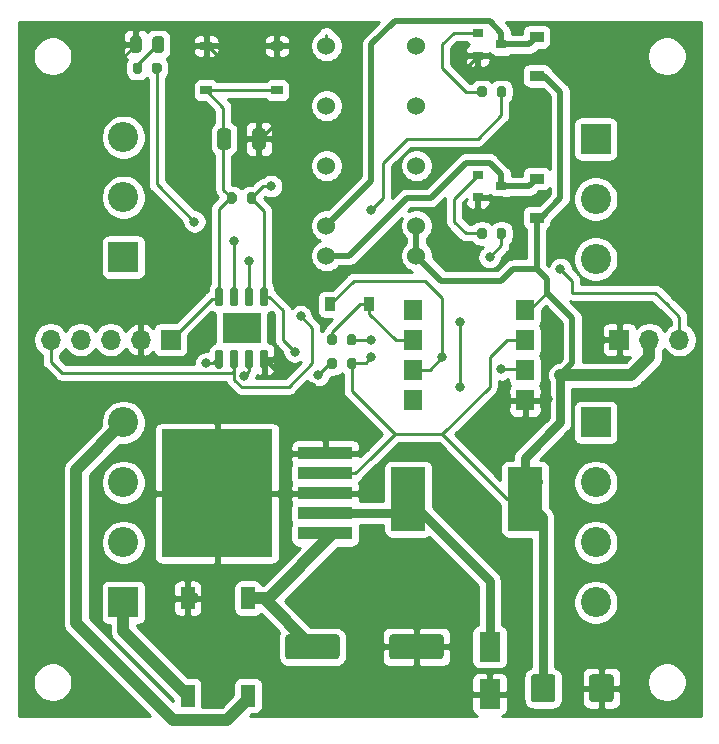
<source format=gtl>
G04 #@! TF.GenerationSoftware,KiCad,Pcbnew,5.1.10-88a1d61d58~88~ubuntu20.10.1*
G04 #@! TF.CreationDate,2021-05-12T21:52:12+02:00*
G04 #@! TF.ProjectId,Servopoint_opto,53657276-6f70-46f6-996e-745f6f70746f,rev?*
G04 #@! TF.SameCoordinates,Original*
G04 #@! TF.FileFunction,Copper,L1,Top*
G04 #@! TF.FilePolarity,Positive*
%FSLAX46Y46*%
G04 Gerber Fmt 4.6, Leading zero omitted, Abs format (unit mm)*
G04 Created by KiCad (PCBNEW 5.1.10-88a1d61d58~88~ubuntu20.10.1) date 2021-05-12 21:52:12*
%MOMM*%
%LPD*%
G01*
G04 APERTURE LIST*
G04 #@! TA.AperFunction,SMDPad,CuDef*
%ADD10R,2.900000X5.400000*%
G04 #@! TD*
G04 #@! TA.AperFunction,SMDPad,CuDef*
%ADD11R,1.000000X0.750000*%
G04 #@! TD*
G04 #@! TA.AperFunction,ComponentPad*
%ADD12C,2.550000*%
G04 #@! TD*
G04 #@! TA.AperFunction,ComponentPad*
%ADD13R,2.550000X2.550000*%
G04 #@! TD*
G04 #@! TA.AperFunction,SMDPad,CuDef*
%ADD14R,1.200000X1.900000*%
G04 #@! TD*
G04 #@! TA.AperFunction,SMDPad,CuDef*
%ADD15R,3.200000X2.514000*%
G04 #@! TD*
G04 #@! TA.AperFunction,ComponentPad*
%ADD16O,1.700000X1.700000*%
G04 #@! TD*
G04 #@! TA.AperFunction,ComponentPad*
%ADD17R,1.700000X1.700000*%
G04 #@! TD*
G04 #@! TA.AperFunction,ComponentPad*
%ADD18C,1.524000*%
G04 #@! TD*
G04 #@! TA.AperFunction,SMDPad,CuDef*
%ADD19R,1.800000X2.500000*%
G04 #@! TD*
G04 #@! TA.AperFunction,SMDPad,CuDef*
%ADD20R,0.900000X0.800000*%
G04 #@! TD*
G04 #@! TA.AperFunction,SMDPad,CuDef*
%ADD21R,1.200000X0.900000*%
G04 #@! TD*
G04 #@! TA.AperFunction,SMDPad,CuDef*
%ADD22R,0.900000X1.200000*%
G04 #@! TD*
G04 #@! TA.AperFunction,SMDPad,CuDef*
%ADD23R,9.400000X10.800000*%
G04 #@! TD*
G04 #@! TA.AperFunction,SMDPad,CuDef*
%ADD24R,4.600000X1.100000*%
G04 #@! TD*
G04 #@! TA.AperFunction,SMDPad,CuDef*
%ADD25R,1.520000X1.780000*%
G04 #@! TD*
G04 #@! TA.AperFunction,SMDPad,CuDef*
%ADD26R,1.520000X1.750000*%
G04 #@! TD*
G04 #@! TA.AperFunction,ViaPad*
%ADD27C,0.800000*%
G04 #@! TD*
G04 #@! TA.AperFunction,Conductor*
%ADD28C,0.500000*%
G04 #@! TD*
G04 #@! TA.AperFunction,Conductor*
%ADD29C,1.000000*%
G04 #@! TD*
G04 #@! TA.AperFunction,Conductor*
%ADD30C,0.250000*%
G04 #@! TD*
G04 #@! TA.AperFunction,Conductor*
%ADD31C,0.750000*%
G04 #@! TD*
G04 #@! TA.AperFunction,Conductor*
%ADD32C,0.254000*%
G04 #@! TD*
G04 #@! TA.AperFunction,Conductor*
%ADD33C,0.100000*%
G04 #@! TD*
G04 APERTURE END LIST*
D10*
X114000000Y-81500000D03*
X104100000Y-81500000D03*
D11*
X93000000Y-46875000D03*
X87000000Y-46875000D03*
X93000000Y-43125000D03*
X87000000Y-43125000D03*
D12*
X80000000Y-50840000D03*
X80000000Y-55920000D03*
D13*
X80000000Y-61000000D03*
D12*
X120000000Y-61160000D03*
X120000000Y-56080000D03*
D13*
X120000000Y-51000000D03*
D12*
X80000000Y-75000000D03*
X80000000Y-80080000D03*
X80000000Y-85160000D03*
D13*
X80000000Y-90240000D03*
D12*
X120000000Y-90240000D03*
X120000000Y-85160000D03*
X120000000Y-80080000D03*
D13*
X120000000Y-75000000D03*
D14*
X90549590Y-98124420D03*
X85449590Y-98124420D03*
X90549590Y-89874420D03*
X85449590Y-89874420D03*
D15*
X90000000Y-67000000D03*
G04 #@! TA.AperFunction,SMDPad,CuDef*
G36*
G01*
X91755000Y-68825000D02*
X92055000Y-68825000D01*
G75*
G02*
X92205000Y-68975000I0J-150000D01*
G01*
X92205000Y-70300000D01*
G75*
G02*
X92055000Y-70450000I-150000J0D01*
G01*
X91755000Y-70450000D01*
G75*
G02*
X91605000Y-70300000I0J150000D01*
G01*
X91605000Y-68975000D01*
G75*
G02*
X91755000Y-68825000I150000J0D01*
G01*
G37*
G04 #@! TD.AperFunction*
G04 #@! TA.AperFunction,SMDPad,CuDef*
G36*
G01*
X90485000Y-68825000D02*
X90785000Y-68825000D01*
G75*
G02*
X90935000Y-68975000I0J-150000D01*
G01*
X90935000Y-70300000D01*
G75*
G02*
X90785000Y-70450000I-150000J0D01*
G01*
X90485000Y-70450000D01*
G75*
G02*
X90335000Y-70300000I0J150000D01*
G01*
X90335000Y-68975000D01*
G75*
G02*
X90485000Y-68825000I150000J0D01*
G01*
G37*
G04 #@! TD.AperFunction*
G04 #@! TA.AperFunction,SMDPad,CuDef*
G36*
G01*
X89215000Y-68825000D02*
X89515000Y-68825000D01*
G75*
G02*
X89665000Y-68975000I0J-150000D01*
G01*
X89665000Y-70300000D01*
G75*
G02*
X89515000Y-70450000I-150000J0D01*
G01*
X89215000Y-70450000D01*
G75*
G02*
X89065000Y-70300000I0J150000D01*
G01*
X89065000Y-68975000D01*
G75*
G02*
X89215000Y-68825000I150000J0D01*
G01*
G37*
G04 #@! TD.AperFunction*
G04 #@! TA.AperFunction,SMDPad,CuDef*
G36*
G01*
X87945000Y-68825000D02*
X88245000Y-68825000D01*
G75*
G02*
X88395000Y-68975000I0J-150000D01*
G01*
X88395000Y-70300000D01*
G75*
G02*
X88245000Y-70450000I-150000J0D01*
G01*
X87945000Y-70450000D01*
G75*
G02*
X87795000Y-70300000I0J150000D01*
G01*
X87795000Y-68975000D01*
G75*
G02*
X87945000Y-68825000I150000J0D01*
G01*
G37*
G04 #@! TD.AperFunction*
G04 #@! TA.AperFunction,SMDPad,CuDef*
G36*
G01*
X87945000Y-63550000D02*
X88245000Y-63550000D01*
G75*
G02*
X88395000Y-63700000I0J-150000D01*
G01*
X88395000Y-65025000D01*
G75*
G02*
X88245000Y-65175000I-150000J0D01*
G01*
X87945000Y-65175000D01*
G75*
G02*
X87795000Y-65025000I0J150000D01*
G01*
X87795000Y-63700000D01*
G75*
G02*
X87945000Y-63550000I150000J0D01*
G01*
G37*
G04 #@! TD.AperFunction*
G04 #@! TA.AperFunction,SMDPad,CuDef*
G36*
G01*
X89215000Y-63550000D02*
X89515000Y-63550000D01*
G75*
G02*
X89665000Y-63700000I0J-150000D01*
G01*
X89665000Y-65025000D01*
G75*
G02*
X89515000Y-65175000I-150000J0D01*
G01*
X89215000Y-65175000D01*
G75*
G02*
X89065000Y-65025000I0J150000D01*
G01*
X89065000Y-63700000D01*
G75*
G02*
X89215000Y-63550000I150000J0D01*
G01*
G37*
G04 #@! TD.AperFunction*
G04 #@! TA.AperFunction,SMDPad,CuDef*
G36*
G01*
X90485000Y-63550000D02*
X90785000Y-63550000D01*
G75*
G02*
X90935000Y-63700000I0J-150000D01*
G01*
X90935000Y-65025000D01*
G75*
G02*
X90785000Y-65175000I-150000J0D01*
G01*
X90485000Y-65175000D01*
G75*
G02*
X90335000Y-65025000I0J150000D01*
G01*
X90335000Y-63700000D01*
G75*
G02*
X90485000Y-63550000I150000J0D01*
G01*
G37*
G04 #@! TD.AperFunction*
G04 #@! TA.AperFunction,SMDPad,CuDef*
G36*
G01*
X91755000Y-63550000D02*
X92055000Y-63550000D01*
G75*
G02*
X92205000Y-63700000I0J-150000D01*
G01*
X92205000Y-65025000D01*
G75*
G02*
X92055000Y-65175000I-150000J0D01*
G01*
X91755000Y-65175000D01*
G75*
G02*
X91605000Y-65025000I0J150000D01*
G01*
X91605000Y-63700000D01*
G75*
G02*
X91755000Y-63550000I150000J0D01*
G01*
G37*
G04 #@! TD.AperFunction*
D16*
X73840000Y-68000000D03*
X76380000Y-68000000D03*
X78920000Y-68000000D03*
X81460000Y-68000000D03*
D17*
X84000000Y-68000000D03*
G04 #@! TA.AperFunction,SMDPad,CuDef*
G36*
G01*
X90900000Y-51650001D02*
X90900000Y-50349999D01*
G75*
G02*
X91149999Y-50100000I249999J0D01*
G01*
X91800001Y-50100000D01*
G75*
G02*
X92050000Y-50349999I0J-249999D01*
G01*
X92050000Y-51650001D01*
G75*
G02*
X91800001Y-51900000I-249999J0D01*
G01*
X91149999Y-51900000D01*
G75*
G02*
X90900000Y-51650001I0J249999D01*
G01*
G37*
G04 #@! TD.AperFunction*
G04 #@! TA.AperFunction,SMDPad,CuDef*
G36*
G01*
X87950000Y-51650001D02*
X87950000Y-50349999D01*
G75*
G02*
X88199999Y-50100000I249999J0D01*
G01*
X88850001Y-50100000D01*
G75*
G02*
X89100000Y-50349999I0J-249999D01*
G01*
X89100000Y-51650001D01*
G75*
G02*
X88850001Y-51900000I-249999J0D01*
G01*
X88199999Y-51900000D01*
G75*
G02*
X87950000Y-51650001I0J249999D01*
G01*
G37*
G04 #@! TD.AperFunction*
G04 #@! TA.AperFunction,SMDPad,CuDef*
G36*
G01*
X119425000Y-98425000D02*
X119425000Y-96575000D01*
G75*
G02*
X119675000Y-96325000I250000J0D01*
G01*
X121250000Y-96325000D01*
G75*
G02*
X121500000Y-96575000I0J-250000D01*
G01*
X121500000Y-98425000D01*
G75*
G02*
X121250000Y-98675000I-250000J0D01*
G01*
X119675000Y-98675000D01*
G75*
G02*
X119425000Y-98425000I0J250000D01*
G01*
G37*
G04 #@! TD.AperFunction*
G04 #@! TA.AperFunction,SMDPad,CuDef*
G36*
G01*
X114500000Y-98425000D02*
X114500000Y-96575000D01*
G75*
G02*
X114750000Y-96325000I250000J0D01*
G01*
X116325000Y-96325000D01*
G75*
G02*
X116575000Y-96575000I0J-250000D01*
G01*
X116575000Y-98425000D01*
G75*
G02*
X116325000Y-98675000I-250000J0D01*
G01*
X114750000Y-98675000D01*
G75*
G02*
X114500000Y-98425000I0J250000D01*
G01*
G37*
G04 #@! TD.AperFunction*
G04 #@! TA.AperFunction,SMDPad,CuDef*
G36*
G01*
X102500000Y-94800000D02*
X102500000Y-93200000D01*
G75*
G02*
X102750000Y-92950000I250000J0D01*
G01*
X106850000Y-92950000D01*
G75*
G02*
X107100000Y-93200000I0J-250000D01*
G01*
X107100000Y-94800000D01*
G75*
G02*
X106850000Y-95050000I-250000J0D01*
G01*
X102750000Y-95050000D01*
G75*
G02*
X102500000Y-94800000I0J250000D01*
G01*
G37*
G04 #@! TD.AperFunction*
G04 #@! TA.AperFunction,SMDPad,CuDef*
G36*
G01*
X93700000Y-94800000D02*
X93700000Y-93200000D01*
G75*
G02*
X93950000Y-92950000I250000J0D01*
G01*
X98050000Y-92950000D01*
G75*
G02*
X98300000Y-93200000I0J-250000D01*
G01*
X98300000Y-94800000D01*
G75*
G02*
X98050000Y-95050000I-250000J0D01*
G01*
X93950000Y-95050000D01*
G75*
G02*
X93700000Y-94800000I0J250000D01*
G01*
G37*
G04 #@! TD.AperFunction*
D18*
X104810000Y-60890000D03*
X104810000Y-58350000D03*
X104810000Y-53270000D03*
X104810000Y-48190000D03*
X104810000Y-43110000D03*
X97190000Y-43110000D03*
X97190000Y-48190000D03*
X97190000Y-53270000D03*
X97190000Y-58350000D03*
X97190000Y-60890000D03*
D19*
X111000000Y-98000000D03*
X111000000Y-94000000D03*
D20*
X112000000Y-43000000D03*
X110000000Y-43950000D03*
X110000000Y-42050000D03*
X112000000Y-55000000D03*
X110000000Y-55950000D03*
X110000000Y-54050000D03*
G04 #@! TA.AperFunction,SMDPad,CuDef*
G36*
G01*
X82450000Y-43456250D02*
X82450000Y-42543750D01*
G75*
G02*
X82693750Y-42300000I243750J0D01*
G01*
X83181250Y-42300000D01*
G75*
G02*
X83425000Y-42543750I0J-243750D01*
G01*
X83425000Y-43456250D01*
G75*
G02*
X83181250Y-43700000I-243750J0D01*
G01*
X82693750Y-43700000D01*
G75*
G02*
X82450000Y-43456250I0J243750D01*
G01*
G37*
G04 #@! TD.AperFunction*
G04 #@! TA.AperFunction,SMDPad,CuDef*
G36*
G01*
X80575000Y-43456250D02*
X80575000Y-42543750D01*
G75*
G02*
X80818750Y-42300000I243750J0D01*
G01*
X81306250Y-42300000D01*
G75*
G02*
X81550000Y-42543750I0J-243750D01*
G01*
X81550000Y-43456250D01*
G75*
G02*
X81306250Y-43700000I-243750J0D01*
G01*
X80818750Y-43700000D01*
G75*
G02*
X80575000Y-43456250I0J243750D01*
G01*
G37*
G04 #@! TD.AperFunction*
G04 #@! TA.AperFunction,SMDPad,CuDef*
G36*
G01*
X111600000Y-59275000D02*
X111600000Y-58725000D01*
G75*
G02*
X111800000Y-58525000I200000J0D01*
G01*
X112200000Y-58525000D01*
G75*
G02*
X112400000Y-58725000I0J-200000D01*
G01*
X112400000Y-59275000D01*
G75*
G02*
X112200000Y-59475000I-200000J0D01*
G01*
X111800000Y-59475000D01*
G75*
G02*
X111600000Y-59275000I0J200000D01*
G01*
G37*
G04 #@! TD.AperFunction*
G04 #@! TA.AperFunction,SMDPad,CuDef*
G36*
G01*
X109950000Y-59275000D02*
X109950000Y-58725000D01*
G75*
G02*
X110150000Y-58525000I200000J0D01*
G01*
X110550000Y-58525000D01*
G75*
G02*
X110750000Y-58725000I0J-200000D01*
G01*
X110750000Y-59275000D01*
G75*
G02*
X110550000Y-59475000I-200000J0D01*
G01*
X110150000Y-59475000D01*
G75*
G02*
X109950000Y-59275000I0J200000D01*
G01*
G37*
G04 #@! TD.AperFunction*
G04 #@! TA.AperFunction,SMDPad,CuDef*
G36*
G01*
X111600000Y-47275000D02*
X111600000Y-46725000D01*
G75*
G02*
X111800000Y-46525000I200000J0D01*
G01*
X112200000Y-46525000D01*
G75*
G02*
X112400000Y-46725000I0J-200000D01*
G01*
X112400000Y-47275000D01*
G75*
G02*
X112200000Y-47475000I-200000J0D01*
G01*
X111800000Y-47475000D01*
G75*
G02*
X111600000Y-47275000I0J200000D01*
G01*
G37*
G04 #@! TD.AperFunction*
G04 #@! TA.AperFunction,SMDPad,CuDef*
G36*
G01*
X109950000Y-47275000D02*
X109950000Y-46725000D01*
G75*
G02*
X110150000Y-46525000I200000J0D01*
G01*
X110550000Y-46525000D01*
G75*
G02*
X110750000Y-46725000I0J-200000D01*
G01*
X110750000Y-47275000D01*
G75*
G02*
X110550000Y-47475000I-200000J0D01*
G01*
X110150000Y-47475000D01*
G75*
G02*
X109950000Y-47275000I0J200000D01*
G01*
G37*
G04 #@! TD.AperFunction*
G04 #@! TA.AperFunction,SMDPad,CuDef*
G36*
G01*
X82425000Y-45275000D02*
X82425000Y-44725000D01*
G75*
G02*
X82625000Y-44525000I200000J0D01*
G01*
X83025000Y-44525000D01*
G75*
G02*
X83225000Y-44725000I0J-200000D01*
G01*
X83225000Y-45275000D01*
G75*
G02*
X83025000Y-45475000I-200000J0D01*
G01*
X82625000Y-45475000D01*
G75*
G02*
X82425000Y-45275000I0J200000D01*
G01*
G37*
G04 #@! TD.AperFunction*
G04 #@! TA.AperFunction,SMDPad,CuDef*
G36*
G01*
X80775000Y-45275000D02*
X80775000Y-44725000D01*
G75*
G02*
X80975000Y-44525000I200000J0D01*
G01*
X81375000Y-44525000D01*
G75*
G02*
X81575000Y-44725000I0J-200000D01*
G01*
X81575000Y-45275000D01*
G75*
G02*
X81375000Y-45475000I-200000J0D01*
G01*
X80975000Y-45475000D01*
G75*
G02*
X80775000Y-45275000I0J200000D01*
G01*
G37*
G04 #@! TD.AperFunction*
G04 #@! TA.AperFunction,SMDPad,CuDef*
G36*
G01*
X90425000Y-56275000D02*
X90425000Y-55725000D01*
G75*
G02*
X90625000Y-55525000I200000J0D01*
G01*
X91025000Y-55525000D01*
G75*
G02*
X91225000Y-55725000I0J-200000D01*
G01*
X91225000Y-56275000D01*
G75*
G02*
X91025000Y-56475000I-200000J0D01*
G01*
X90625000Y-56475000D01*
G75*
G02*
X90425000Y-56275000I0J200000D01*
G01*
G37*
G04 #@! TD.AperFunction*
G04 #@! TA.AperFunction,SMDPad,CuDef*
G36*
G01*
X88775000Y-56275000D02*
X88775000Y-55725000D01*
G75*
G02*
X88975000Y-55525000I200000J0D01*
G01*
X89375000Y-55525000D01*
G75*
G02*
X89575000Y-55725000I0J-200000D01*
G01*
X89575000Y-56275000D01*
G75*
G02*
X89375000Y-56475000I-200000J0D01*
G01*
X88975000Y-56475000D01*
G75*
G02*
X88775000Y-56275000I0J200000D01*
G01*
G37*
G04 #@! TD.AperFunction*
G04 #@! TA.AperFunction,SMDPad,CuDef*
G36*
G01*
X98925000Y-70275000D02*
X98925000Y-69725000D01*
G75*
G02*
X99125000Y-69525000I200000J0D01*
G01*
X99525000Y-69525000D01*
G75*
G02*
X99725000Y-69725000I0J-200000D01*
G01*
X99725000Y-70275000D01*
G75*
G02*
X99525000Y-70475000I-200000J0D01*
G01*
X99125000Y-70475000D01*
G75*
G02*
X98925000Y-70275000I0J200000D01*
G01*
G37*
G04 #@! TD.AperFunction*
G04 #@! TA.AperFunction,SMDPad,CuDef*
G36*
G01*
X97275000Y-70275000D02*
X97275000Y-69725000D01*
G75*
G02*
X97475000Y-69525000I200000J0D01*
G01*
X97875000Y-69525000D01*
G75*
G02*
X98075000Y-69725000I0J-200000D01*
G01*
X98075000Y-70275000D01*
G75*
G02*
X97875000Y-70475000I-200000J0D01*
G01*
X97475000Y-70475000D01*
G75*
G02*
X97275000Y-70275000I0J200000D01*
G01*
G37*
G04 #@! TD.AperFunction*
G04 #@! TA.AperFunction,SMDPad,CuDef*
G36*
G01*
X98925000Y-68275000D02*
X98925000Y-67725000D01*
G75*
G02*
X99125000Y-67525000I200000J0D01*
G01*
X99525000Y-67525000D01*
G75*
G02*
X99725000Y-67725000I0J-200000D01*
G01*
X99725000Y-68275000D01*
G75*
G02*
X99525000Y-68475000I-200000J0D01*
G01*
X99125000Y-68475000D01*
G75*
G02*
X98925000Y-68275000I0J200000D01*
G01*
G37*
G04 #@! TD.AperFunction*
G04 #@! TA.AperFunction,SMDPad,CuDef*
G36*
G01*
X97275000Y-68275000D02*
X97275000Y-67725000D01*
G75*
G02*
X97475000Y-67525000I200000J0D01*
G01*
X97875000Y-67525000D01*
G75*
G02*
X98075000Y-67725000I0J-200000D01*
G01*
X98075000Y-68275000D01*
G75*
G02*
X97875000Y-68475000I-200000J0D01*
G01*
X97475000Y-68475000D01*
G75*
G02*
X97275000Y-68275000I0J200000D01*
G01*
G37*
G04 #@! TD.AperFunction*
D21*
X115000000Y-42350000D03*
X115000000Y-45650000D03*
X115000000Y-54350000D03*
X115000000Y-57650000D03*
D22*
X97500000Y-65000000D03*
X100800000Y-65000000D03*
D23*
X87925000Y-81000000D03*
D24*
X97075000Y-77600000D03*
X97075000Y-79300000D03*
X97075000Y-81000000D03*
X97075000Y-82700000D03*
X97075000Y-84400000D03*
D25*
X114000000Y-65500000D03*
X114000000Y-68040000D03*
X114000000Y-70580000D03*
X114000000Y-73120000D03*
X104480000Y-73120000D03*
X104480000Y-70580000D03*
D26*
X104480000Y-68040000D03*
D25*
X104480000Y-65500000D03*
D17*
X122000000Y-68000000D03*
D16*
X124540000Y-68000000D03*
X127080000Y-68000000D03*
D27*
X89000000Y-45000000D03*
X80000000Y-47000000D03*
X109000000Y-45000000D03*
X113000000Y-57000000D03*
X115975000Y-73000000D03*
X93000000Y-71000000D03*
X96000000Y-72000000D03*
X117000000Y-62000000D03*
X90635000Y-61365000D03*
X89365000Y-59635000D03*
X86000000Y-58000000D03*
X87000000Y-70000000D03*
X96500000Y-71000000D03*
X112000000Y-70500000D03*
X94500000Y-69000000D03*
X101000000Y-69500000D03*
X92500000Y-55000000D03*
X95000000Y-66000000D03*
X101000000Y-57000000D03*
X111000000Y-61000000D03*
X90193008Y-71096992D03*
X108500000Y-72000000D03*
X108500000Y-66500000D03*
X107000000Y-69500000D03*
X101000000Y-68000000D03*
D28*
X87000000Y-43125000D02*
X93000000Y-43125000D01*
D29*
X85449590Y-84175410D02*
X88625000Y-81000000D01*
X92025000Y-77600000D02*
X88625000Y-81000000D01*
X85449590Y-89874420D02*
X85874420Y-89874420D01*
X115000000Y-80050000D02*
X114760000Y-79810000D01*
X93000000Y-43125000D02*
X93125000Y-43125000D01*
D30*
X93000000Y-43125000D02*
X94125000Y-43125000D01*
X94125000Y-43125000D02*
X95000000Y-44000000D01*
X95000000Y-47537500D02*
X91537500Y-51000000D01*
X95000000Y-44000000D02*
X95000000Y-47537500D01*
X87000000Y-43125000D02*
X87125000Y-43125000D01*
X87125000Y-43125000D02*
X89000000Y-45000000D01*
X81062500Y-43000000D02*
X79000000Y-45062500D01*
X79000000Y-45062500D02*
X79000000Y-46000000D01*
X110000000Y-43950000D02*
X110000000Y-44000000D01*
X110000000Y-44000000D02*
X109000000Y-45000000D01*
X110000000Y-55950000D02*
X111950000Y-55950000D01*
X111950000Y-55950000D02*
X113000000Y-57000000D01*
X114760000Y-79810000D02*
X114760000Y-80240000D01*
X91905000Y-69475000D02*
X93000000Y-70570000D01*
X93000000Y-70570000D02*
X93000000Y-71000000D01*
X79000000Y-46000000D02*
X80000000Y-47000000D01*
X115855000Y-73120000D02*
X115975000Y-73000000D01*
X114000000Y-73120000D02*
X115855000Y-73120000D01*
X91905000Y-69637500D02*
X93000000Y-70732500D01*
X93000000Y-70732500D02*
X93000000Y-71000000D01*
X81175000Y-44762500D02*
X82937500Y-43000000D01*
X81175000Y-45000000D02*
X81175000Y-44762500D01*
D28*
X114350000Y-43000000D02*
X115000000Y-42350000D01*
X112000000Y-43000000D02*
X114350000Y-43000000D01*
X101000000Y-54540000D02*
X97190000Y-58350000D01*
X101000000Y-43000000D02*
X101000000Y-54540000D01*
X103000000Y-41000000D02*
X101000000Y-43000000D01*
X112000000Y-42000000D02*
X111000000Y-41000000D01*
X111000000Y-41000000D02*
X103000000Y-41000000D01*
X112000000Y-43000000D02*
X112000000Y-42000000D01*
D30*
X127080000Y-68000000D02*
X127080000Y-66080000D01*
X127080000Y-66080000D02*
X126000000Y-65000000D01*
X126000000Y-65000000D02*
X125000000Y-64000000D01*
X125000000Y-64000000D02*
X118000000Y-64000000D01*
X118000000Y-64000000D02*
X118000000Y-63000000D01*
X118000000Y-63000000D02*
X117000000Y-62000000D01*
X90635000Y-64525000D02*
X90635000Y-61365000D01*
X89365000Y-64525000D02*
X89365000Y-59635000D01*
X82825000Y-45000000D02*
X82825000Y-54825000D01*
X82825000Y-54825000D02*
X86000000Y-58000000D01*
D28*
X112000000Y-54000000D02*
X112000000Y-55000000D01*
X111000000Y-53000000D02*
X112000000Y-54000000D01*
X109000000Y-53000000D02*
X111000000Y-53000000D01*
X106000000Y-56000000D02*
X109000000Y-53000000D01*
X104000000Y-56000000D02*
X106000000Y-56000000D01*
X99110000Y-60890000D02*
X104000000Y-56000000D01*
X97190000Y-60890000D02*
X99110000Y-60890000D01*
X114350000Y-55000000D02*
X115000000Y-54350000D01*
X112000000Y-55000000D02*
X114350000Y-55000000D01*
D31*
X102900000Y-82700000D02*
X104100000Y-81500000D01*
X97075000Y-82700000D02*
X102900000Y-82700000D01*
X111000000Y-88400000D02*
X104100000Y-81500000D01*
X111000000Y-94000000D02*
X111000000Y-88400000D01*
D30*
X87570000Y-70000000D02*
X88095000Y-69475000D01*
X87000000Y-70000000D02*
X87570000Y-70000000D01*
X97675000Y-70000000D02*
X97500000Y-70000000D01*
X97500000Y-70000000D02*
X96500000Y-71000000D01*
X113920000Y-70500000D02*
X114000000Y-70580000D01*
X112000000Y-70500000D02*
X113920000Y-70500000D01*
D29*
X92300580Y-89874420D02*
X90549590Y-89874420D01*
X97775000Y-84400000D02*
X92300580Y-89874420D01*
X91874420Y-89874420D02*
X96000000Y-94000000D01*
X90549590Y-89874420D02*
X91874420Y-89874420D01*
D30*
X97675000Y-68000000D02*
X97675000Y-67325000D01*
X100000000Y-65000000D02*
X100800000Y-65000000D01*
X97675000Y-67325000D02*
X100000000Y-65000000D01*
X100800000Y-65000000D02*
X100800000Y-65800000D01*
X103040000Y-68040000D02*
X104480000Y-68040000D01*
X100800000Y-65800000D02*
X103040000Y-68040000D01*
X119000000Y-50000000D02*
X120000000Y-51000000D01*
X110000000Y-54050000D02*
X108000000Y-56050000D01*
X108000000Y-56050000D02*
X108000000Y-58000000D01*
X109000000Y-59000000D02*
X110350000Y-59000000D01*
X108000000Y-58000000D02*
X109000000Y-59000000D01*
X110000000Y-42050000D02*
X107950000Y-42050000D01*
X107950000Y-42050000D02*
X107000000Y-43000000D01*
X107000000Y-43000000D02*
X107000000Y-45000000D01*
X109000000Y-47000000D02*
X110350000Y-47000000D01*
X107000000Y-45000000D02*
X109000000Y-47000000D01*
X91905000Y-57080000D02*
X90825000Y-56000000D01*
X91905000Y-64525000D02*
X91905000Y-57080000D01*
D28*
X118000000Y-66175000D02*
X115825000Y-64000000D01*
X118000000Y-70000000D02*
X118000000Y-66175000D01*
X117000000Y-71000000D02*
X118000000Y-70000000D01*
X115000000Y-57650000D02*
X115000000Y-62000000D01*
X115825000Y-62825000D02*
X115825000Y-64000000D01*
X115000000Y-62000000D02*
X115825000Y-62825000D01*
X115000000Y-45650000D02*
X115650000Y-45650000D01*
X115650000Y-45650000D02*
X117000000Y-47000000D01*
X117000000Y-47000000D02*
X117000000Y-56000000D01*
X115000000Y-57650000D02*
X115350000Y-57650000D01*
X115350000Y-57650000D02*
X117000000Y-56000000D01*
X104810000Y-60890000D02*
X104810000Y-58350000D01*
X104810000Y-60890000D02*
X106920000Y-63000000D01*
X106920000Y-63000000D02*
X112000000Y-63000000D01*
X113000000Y-62000000D02*
X115000000Y-62000000D01*
X112000000Y-63000000D02*
X113000000Y-62000000D01*
D29*
X124540000Y-69460000D02*
X124540000Y-68000000D01*
X123000000Y-71000000D02*
X124540000Y-69460000D01*
X117000000Y-71000000D02*
X123000000Y-71000000D01*
D31*
X115537500Y-83037500D02*
X114000000Y-81500000D01*
X115537500Y-97500000D02*
X115537500Y-83037500D01*
X114000000Y-81500000D02*
X114000000Y-78000000D01*
X117000000Y-75000000D02*
X117000000Y-71000000D01*
X114000000Y-78000000D02*
X117000000Y-75000000D01*
D30*
X99325000Y-70000000D02*
X99325000Y-72325000D01*
X99325000Y-72325000D02*
X103000000Y-76000000D01*
X103000000Y-76000000D02*
X107000000Y-76000000D01*
X107000000Y-76000000D02*
X111000000Y-72000000D01*
X111000000Y-72000000D02*
X111000000Y-69500000D01*
X112460000Y-68040000D02*
X114000000Y-68040000D01*
X111000000Y-69500000D02*
X112460000Y-68040000D01*
X114000000Y-81500000D02*
X112500000Y-81500000D01*
X112500000Y-81500000D02*
X107000000Y-76000000D01*
X91905000Y-64362500D02*
X92362500Y-64362500D01*
X92362500Y-64362500D02*
X93500000Y-65500000D01*
X93500000Y-65500000D02*
X93500000Y-68000000D01*
X93500000Y-68000000D02*
X94500000Y-69000000D01*
X100500000Y-70000000D02*
X101000000Y-69500000D01*
X99325000Y-70000000D02*
X100500000Y-70000000D01*
X91825000Y-55000000D02*
X90825000Y-56000000D01*
X92500000Y-55000000D02*
X91825000Y-55000000D01*
X99625000Y-79300000D02*
X100925000Y-78000000D01*
X97075000Y-79300000D02*
X99625000Y-79300000D01*
X101000000Y-78000000D02*
X103000000Y-76000000D01*
X100925000Y-78000000D02*
X101000000Y-78000000D01*
X114325000Y-65500000D02*
X115825000Y-64000000D01*
X114000000Y-65500000D02*
X114325000Y-65500000D01*
X88462500Y-52462500D02*
X88462500Y-51000000D01*
X88462500Y-48337500D02*
X87000000Y-46875000D01*
X88462500Y-51000000D02*
X88462500Y-48337500D01*
X87000000Y-46875000D02*
X93000000Y-46875000D01*
X88462500Y-55287500D02*
X89175000Y-56000000D01*
X88462500Y-51000000D02*
X88462500Y-55287500D01*
X88095000Y-64525000D02*
X88095000Y-56905000D01*
X89000000Y-56000000D02*
X89175000Y-56000000D01*
X88095000Y-56905000D02*
X89000000Y-56000000D01*
X87475000Y-64525000D02*
X84000000Y-68000000D01*
X88095000Y-64525000D02*
X87475000Y-64525000D01*
X112000000Y-47000000D02*
X112000000Y-49000000D01*
X112000000Y-49000000D02*
X110000000Y-51000000D01*
X110000000Y-51000000D02*
X105397238Y-51000000D01*
X105397238Y-51000000D02*
X104000000Y-51000000D01*
X104000000Y-51000000D02*
X102000000Y-53000000D01*
X89365000Y-71365000D02*
X90000000Y-72000000D01*
X90000000Y-72000000D02*
X94000000Y-72000000D01*
X94000000Y-72000000D02*
X96000000Y-70000000D01*
X96000000Y-70000000D02*
X96000000Y-67000000D01*
X96000000Y-67000000D02*
X95000000Y-66000000D01*
X102000000Y-53000000D02*
X102000000Y-56000000D01*
X102000000Y-56000000D02*
X101000000Y-57000000D01*
X73840000Y-68000000D02*
X73840000Y-69840000D01*
X89174990Y-70825010D02*
X89365000Y-70635000D01*
X74825010Y-70825010D02*
X89174990Y-70825010D01*
X73840000Y-69840000D02*
X74825010Y-70825010D01*
X89365000Y-70635000D02*
X89365000Y-71365000D01*
X89365000Y-69475000D02*
X89365000Y-70635000D01*
X112000000Y-59000000D02*
X112000000Y-60000000D01*
X112000000Y-60000000D02*
X111000000Y-61000000D01*
X90635000Y-69637500D02*
X90635000Y-70655000D01*
X90635000Y-70655000D02*
X90193008Y-71096992D01*
X108500000Y-72000000D02*
X108500000Y-66500000D01*
D29*
X88775010Y-100224990D02*
X90549590Y-98450410D01*
X84224990Y-100224990D02*
X88775010Y-100224990D01*
X90549590Y-98450410D02*
X90549590Y-98124420D01*
X76000000Y-92000000D02*
X84224990Y-100224990D01*
X76000000Y-79000000D02*
X76000000Y-92000000D01*
X80000000Y-75000000D02*
X76000000Y-79000000D01*
D28*
X80000000Y-90240000D02*
X80000000Y-91000000D01*
D29*
X80000000Y-92674830D02*
X85449590Y-98124420D01*
X80000000Y-90240000D02*
X80000000Y-92674830D01*
D30*
X105920000Y-70580000D02*
X107000000Y-69500000D01*
X104480000Y-70580000D02*
X105920000Y-70580000D01*
X107000000Y-69500000D02*
X107000000Y-64500000D01*
X107000000Y-64500000D02*
X105500000Y-63000000D01*
X99500000Y-63000000D02*
X97500000Y-65000000D01*
X105500000Y-63000000D02*
X99500000Y-63000000D01*
X99325000Y-68000000D02*
X101000000Y-68000000D01*
X97190000Y-42190000D02*
X97190000Y-43110000D01*
D32*
X100404956Y-42343466D02*
X100371183Y-42371183D01*
X100260589Y-42505942D01*
X100178411Y-42659688D01*
X100161860Y-42714250D01*
X100132814Y-42810000D01*
X100127805Y-42826511D01*
X100115000Y-42956524D01*
X100115000Y-42956531D01*
X100110719Y-43000000D01*
X100115000Y-43043469D01*
X100115001Y-54173420D01*
X97334123Y-56954299D01*
X97327592Y-56953000D01*
X97052408Y-56953000D01*
X96782510Y-57006686D01*
X96528273Y-57111995D01*
X96299465Y-57264880D01*
X96104880Y-57459465D01*
X95951995Y-57688273D01*
X95846686Y-57942510D01*
X95793000Y-58212408D01*
X95793000Y-58487592D01*
X95846686Y-58757490D01*
X95951995Y-59011727D01*
X96104880Y-59240535D01*
X96299465Y-59435120D01*
X96528273Y-59588005D01*
X96605515Y-59620000D01*
X96528273Y-59651995D01*
X96299465Y-59804880D01*
X96104880Y-59999465D01*
X95951995Y-60228273D01*
X95846686Y-60482510D01*
X95793000Y-60752408D01*
X95793000Y-61027592D01*
X95846686Y-61297490D01*
X95951995Y-61551727D01*
X96104880Y-61780535D01*
X96299465Y-61975120D01*
X96528273Y-62128005D01*
X96782510Y-62233314D01*
X97052408Y-62287000D01*
X97327592Y-62287000D01*
X97597490Y-62233314D01*
X97851727Y-62128005D01*
X98080535Y-61975120D01*
X98275120Y-61780535D01*
X98278818Y-61775000D01*
X99066531Y-61775000D01*
X99110000Y-61779281D01*
X99153469Y-61775000D01*
X99153477Y-61775000D01*
X99283490Y-61762195D01*
X99450313Y-61711589D01*
X99604059Y-61629411D01*
X99738817Y-61518817D01*
X99766534Y-61485044D01*
X103589492Y-57662086D01*
X103571995Y-57688273D01*
X103466686Y-57942510D01*
X103413000Y-58212408D01*
X103413000Y-58487592D01*
X103466686Y-58757490D01*
X103571995Y-59011727D01*
X103724880Y-59240535D01*
X103919465Y-59435120D01*
X103925001Y-59438819D01*
X103925000Y-59801181D01*
X103919465Y-59804880D01*
X103724880Y-59999465D01*
X103571995Y-60228273D01*
X103466686Y-60482510D01*
X103413000Y-60752408D01*
X103413000Y-61027592D01*
X103466686Y-61297490D01*
X103571995Y-61551727D01*
X103724880Y-61780535D01*
X103919465Y-61975120D01*
X104148273Y-62128005D01*
X104402510Y-62233314D01*
X104436123Y-62240000D01*
X99537322Y-62240000D01*
X99499999Y-62236324D01*
X99462676Y-62240000D01*
X99462667Y-62240000D01*
X99351014Y-62250997D01*
X99232326Y-62287000D01*
X99207753Y-62294454D01*
X99075723Y-62365026D01*
X98992083Y-62433668D01*
X98959999Y-62459999D01*
X98936201Y-62488997D01*
X97663271Y-63761928D01*
X97050000Y-63761928D01*
X96925518Y-63774188D01*
X96805820Y-63810498D01*
X96695506Y-63869463D01*
X96598815Y-63948815D01*
X96519463Y-64045506D01*
X96460498Y-64155820D01*
X96424188Y-64275518D01*
X96411928Y-64400000D01*
X96411928Y-65600000D01*
X96424188Y-65724482D01*
X96460498Y-65844180D01*
X96519463Y-65954494D01*
X96598815Y-66051185D01*
X96695506Y-66130537D01*
X96805820Y-66189502D01*
X96925518Y-66225812D01*
X97050000Y-66238072D01*
X97687127Y-66238072D01*
X97163998Y-66761201D01*
X97135000Y-66784999D01*
X97111202Y-66813997D01*
X97111201Y-66813998D01*
X97040026Y-66900724D01*
X96969454Y-67032754D01*
X96963201Y-67053368D01*
X96958068Y-67070289D01*
X96882394Y-67132394D01*
X96778169Y-67259392D01*
X96760000Y-67293384D01*
X96760000Y-67037333D01*
X96763677Y-67000000D01*
X96758824Y-66950722D01*
X96749003Y-66851014D01*
X96705546Y-66707753D01*
X96634974Y-66575724D01*
X96540001Y-66459999D01*
X96511003Y-66436201D01*
X96035000Y-65960199D01*
X96035000Y-65898061D01*
X95995226Y-65698102D01*
X95917205Y-65509744D01*
X95803937Y-65340226D01*
X95659774Y-65196063D01*
X95490256Y-65082795D01*
X95301898Y-65004774D01*
X95101939Y-64965000D01*
X94898061Y-64965000D01*
X94698102Y-65004774D01*
X94509744Y-65082795D01*
X94340226Y-65196063D01*
X94234171Y-65302118D01*
X94205546Y-65207753D01*
X94204366Y-65205545D01*
X94134974Y-65075723D01*
X94063799Y-64988997D01*
X94040001Y-64959999D01*
X94011004Y-64936202D01*
X92926304Y-63851502D01*
X92902501Y-63822499D01*
X92843072Y-63773727D01*
X92843072Y-63700000D01*
X92827929Y-63546255D01*
X92783084Y-63398418D01*
X92710258Y-63262171D01*
X92665000Y-63207024D01*
X92665000Y-57117325D01*
X92668676Y-57080000D01*
X92665000Y-57042675D01*
X92665000Y-57042667D01*
X92654003Y-56931014D01*
X92610546Y-56787753D01*
X92539974Y-56655724D01*
X92445001Y-56539999D01*
X92416003Y-56516201D01*
X91899802Y-56000000D01*
X91993470Y-55906331D01*
X92009744Y-55917205D01*
X92198102Y-55995226D01*
X92398061Y-56035000D01*
X92601939Y-56035000D01*
X92801898Y-55995226D01*
X92990256Y-55917205D01*
X93159774Y-55803937D01*
X93303937Y-55659774D01*
X93417205Y-55490256D01*
X93495226Y-55301898D01*
X93535000Y-55101939D01*
X93535000Y-54898061D01*
X93495226Y-54698102D01*
X93417205Y-54509744D01*
X93303937Y-54340226D01*
X93159774Y-54196063D01*
X92990256Y-54082795D01*
X92801898Y-54004774D01*
X92601939Y-53965000D01*
X92398061Y-53965000D01*
X92198102Y-54004774D01*
X92009744Y-54082795D01*
X91840226Y-54196063D01*
X91797231Y-54239058D01*
X91787667Y-54240000D01*
X91676014Y-54250997D01*
X91532753Y-54294454D01*
X91400724Y-54365026D01*
X91284999Y-54459999D01*
X91261201Y-54488997D01*
X90863270Y-54886928D01*
X90625000Y-54886928D01*
X90461500Y-54903031D01*
X90304284Y-54950722D01*
X90159392Y-55028169D01*
X90032394Y-55132394D01*
X90000000Y-55171866D01*
X89967606Y-55132394D01*
X89840608Y-55028169D01*
X89695716Y-54950722D01*
X89538500Y-54903031D01*
X89375000Y-54886928D01*
X89222500Y-54886928D01*
X89222500Y-53132408D01*
X95793000Y-53132408D01*
X95793000Y-53407592D01*
X95846686Y-53677490D01*
X95951995Y-53931727D01*
X96104880Y-54160535D01*
X96299465Y-54355120D01*
X96528273Y-54508005D01*
X96782510Y-54613314D01*
X97052408Y-54667000D01*
X97327592Y-54667000D01*
X97597490Y-54613314D01*
X97851727Y-54508005D01*
X98080535Y-54355120D01*
X98275120Y-54160535D01*
X98428005Y-53931727D01*
X98533314Y-53677490D01*
X98587000Y-53407592D01*
X98587000Y-53132408D01*
X98533314Y-52862510D01*
X98428005Y-52608273D01*
X98275120Y-52379465D01*
X98080535Y-52184880D01*
X97851727Y-52031995D01*
X97597490Y-51926686D01*
X97327592Y-51873000D01*
X97052408Y-51873000D01*
X96782510Y-51926686D01*
X96528273Y-52031995D01*
X96299465Y-52184880D01*
X96104880Y-52379465D01*
X95951995Y-52608273D01*
X95846686Y-52862510D01*
X95793000Y-53132408D01*
X89222500Y-53132408D01*
X89222500Y-52453021D01*
X89343387Y-52388405D01*
X89477962Y-52277962D01*
X89588405Y-52143387D01*
X89670472Y-51989851D01*
X89697727Y-51900000D01*
X90261928Y-51900000D01*
X90274188Y-52024482D01*
X90310498Y-52144180D01*
X90369463Y-52254494D01*
X90448815Y-52351185D01*
X90545506Y-52430537D01*
X90655820Y-52489502D01*
X90775518Y-52525812D01*
X90900000Y-52538072D01*
X91189250Y-52535000D01*
X91348000Y-52376250D01*
X91348000Y-51127000D01*
X91602000Y-51127000D01*
X91602000Y-52376250D01*
X91760750Y-52535000D01*
X92050000Y-52538072D01*
X92174482Y-52525812D01*
X92294180Y-52489502D01*
X92404494Y-52430537D01*
X92501185Y-52351185D01*
X92580537Y-52254494D01*
X92639502Y-52144180D01*
X92675812Y-52024482D01*
X92688072Y-51900000D01*
X92685000Y-51285750D01*
X92526250Y-51127000D01*
X91602000Y-51127000D01*
X91348000Y-51127000D01*
X90423750Y-51127000D01*
X90265000Y-51285750D01*
X90261928Y-51900000D01*
X89697727Y-51900000D01*
X89721008Y-51823255D01*
X89738072Y-51650001D01*
X89738072Y-50349999D01*
X89721008Y-50176745D01*
X89697728Y-50100000D01*
X90261928Y-50100000D01*
X90265000Y-50714250D01*
X90423750Y-50873000D01*
X91348000Y-50873000D01*
X91348000Y-49623750D01*
X91602000Y-49623750D01*
X91602000Y-50873000D01*
X92526250Y-50873000D01*
X92685000Y-50714250D01*
X92688072Y-50100000D01*
X92675812Y-49975518D01*
X92639502Y-49855820D01*
X92580537Y-49745506D01*
X92501185Y-49648815D01*
X92404494Y-49569463D01*
X92294180Y-49510498D01*
X92174482Y-49474188D01*
X92050000Y-49461928D01*
X91760750Y-49465000D01*
X91602000Y-49623750D01*
X91348000Y-49623750D01*
X91189250Y-49465000D01*
X90900000Y-49461928D01*
X90775518Y-49474188D01*
X90655820Y-49510498D01*
X90545506Y-49569463D01*
X90448815Y-49648815D01*
X90369463Y-49745506D01*
X90310498Y-49855820D01*
X90274188Y-49975518D01*
X90261928Y-50100000D01*
X89697728Y-50100000D01*
X89670472Y-50010149D01*
X89588405Y-49856613D01*
X89477962Y-49722038D01*
X89343387Y-49611595D01*
X89222500Y-49546979D01*
X89222500Y-48374822D01*
X89226176Y-48337499D01*
X89222500Y-48300176D01*
X89222500Y-48300167D01*
X89211503Y-48188514D01*
X89170217Y-48052408D01*
X95793000Y-48052408D01*
X95793000Y-48327592D01*
X95846686Y-48597490D01*
X95951995Y-48851727D01*
X96104880Y-49080535D01*
X96299465Y-49275120D01*
X96528273Y-49428005D01*
X96782510Y-49533314D01*
X97052408Y-49587000D01*
X97327592Y-49587000D01*
X97597490Y-49533314D01*
X97851727Y-49428005D01*
X98080535Y-49275120D01*
X98275120Y-49080535D01*
X98428005Y-48851727D01*
X98533314Y-48597490D01*
X98587000Y-48327592D01*
X98587000Y-48052408D01*
X98533314Y-47782510D01*
X98428005Y-47528273D01*
X98275120Y-47299465D01*
X98080535Y-47104880D01*
X97851727Y-46951995D01*
X97597490Y-46846686D01*
X97327592Y-46793000D01*
X97052408Y-46793000D01*
X96782510Y-46846686D01*
X96528273Y-46951995D01*
X96299465Y-47104880D01*
X96104880Y-47299465D01*
X95951995Y-47528273D01*
X95846686Y-47782510D01*
X95793000Y-48052408D01*
X89170217Y-48052408D01*
X89168046Y-48045253D01*
X89097474Y-47913224D01*
X89002501Y-47797499D01*
X88973503Y-47773701D01*
X88834802Y-47635000D01*
X91994499Y-47635000D01*
X92048815Y-47701185D01*
X92145506Y-47780537D01*
X92255820Y-47839502D01*
X92375518Y-47875812D01*
X92500000Y-47888072D01*
X93500000Y-47888072D01*
X93624482Y-47875812D01*
X93744180Y-47839502D01*
X93854494Y-47780537D01*
X93951185Y-47701185D01*
X94030537Y-47604494D01*
X94089502Y-47494180D01*
X94125812Y-47374482D01*
X94138072Y-47250000D01*
X94138072Y-46500000D01*
X94125812Y-46375518D01*
X94089502Y-46255820D01*
X94030537Y-46145506D01*
X93951185Y-46048815D01*
X93854494Y-45969463D01*
X93744180Y-45910498D01*
X93624482Y-45874188D01*
X93500000Y-45861928D01*
X92500000Y-45861928D01*
X92375518Y-45874188D01*
X92255820Y-45910498D01*
X92145506Y-45969463D01*
X92048815Y-46048815D01*
X91994499Y-46115000D01*
X88005501Y-46115000D01*
X87951185Y-46048815D01*
X87854494Y-45969463D01*
X87744180Y-45910498D01*
X87624482Y-45874188D01*
X87500000Y-45861928D01*
X86500000Y-45861928D01*
X86375518Y-45874188D01*
X86255820Y-45910498D01*
X86145506Y-45969463D01*
X86048815Y-46048815D01*
X85969463Y-46145506D01*
X85910498Y-46255820D01*
X85874188Y-46375518D01*
X85861928Y-46500000D01*
X85861928Y-47250000D01*
X85874188Y-47374482D01*
X85910498Y-47494180D01*
X85969463Y-47604494D01*
X86048815Y-47701185D01*
X86145506Y-47780537D01*
X86255820Y-47839502D01*
X86375518Y-47875812D01*
X86500000Y-47888072D01*
X86938271Y-47888072D01*
X87702501Y-48652303D01*
X87702501Y-49614970D01*
X87572038Y-49722038D01*
X87461595Y-49856613D01*
X87379528Y-50010149D01*
X87328992Y-50176745D01*
X87311928Y-50349999D01*
X87311928Y-51650001D01*
X87328992Y-51823255D01*
X87379528Y-51989851D01*
X87461595Y-52143387D01*
X87572038Y-52277962D01*
X87702500Y-52385030D01*
X87702501Y-55250168D01*
X87698824Y-55287500D01*
X87702501Y-55324833D01*
X87713498Y-55436486D01*
X87720631Y-55460000D01*
X87756954Y-55579746D01*
X87827526Y-55711776D01*
X87865259Y-55757753D01*
X87922500Y-55827501D01*
X87951498Y-55851299D01*
X88012699Y-55912500D01*
X87583998Y-56341201D01*
X87555000Y-56364999D01*
X87531202Y-56393997D01*
X87531201Y-56393998D01*
X87460026Y-56480724D01*
X87389454Y-56612754D01*
X87367547Y-56684974D01*
X87345998Y-56756014D01*
X87339539Y-56821589D01*
X87331324Y-56905000D01*
X87335001Y-56942332D01*
X87335000Y-63207024D01*
X87289742Y-63262171D01*
X87216916Y-63398418D01*
X87172071Y-63546255D01*
X87156928Y-63700000D01*
X87156928Y-63833258D01*
X87050723Y-63890026D01*
X86979089Y-63948815D01*
X86934999Y-63984999D01*
X86911201Y-64013997D01*
X84413271Y-66511928D01*
X83150000Y-66511928D01*
X83025518Y-66524188D01*
X82905820Y-66560498D01*
X82795506Y-66619463D01*
X82698815Y-66698815D01*
X82619463Y-66795506D01*
X82560498Y-66905820D01*
X82536034Y-66986466D01*
X82460269Y-66902412D01*
X82226920Y-66728359D01*
X81964099Y-66603175D01*
X81816890Y-66558524D01*
X81587000Y-66679845D01*
X81587000Y-67873000D01*
X81607000Y-67873000D01*
X81607000Y-68127000D01*
X81587000Y-68127000D01*
X81587000Y-69320155D01*
X81816890Y-69441476D01*
X81964099Y-69396825D01*
X82226920Y-69271641D01*
X82460269Y-69097588D01*
X82536034Y-69013534D01*
X82560498Y-69094180D01*
X82619463Y-69204494D01*
X82698815Y-69301185D01*
X82795506Y-69380537D01*
X82905820Y-69439502D01*
X83025518Y-69475812D01*
X83150000Y-69488072D01*
X84850000Y-69488072D01*
X84974482Y-69475812D01*
X85094180Y-69439502D01*
X85204494Y-69380537D01*
X85301185Y-69301185D01*
X85380537Y-69204494D01*
X85439502Y-69094180D01*
X85475812Y-68974482D01*
X85488072Y-68850000D01*
X85488072Y-67586729D01*
X87445311Y-65629491D01*
X87507171Y-65680258D01*
X87643418Y-65753084D01*
X87761928Y-65789033D01*
X87761928Y-68210967D01*
X87643418Y-68246916D01*
X87507171Y-68319742D01*
X87387749Y-68417749D01*
X87289742Y-68537171D01*
X87216916Y-68673418D01*
X87172071Y-68821255D01*
X87156928Y-68975000D01*
X87156928Y-68975938D01*
X87101939Y-68965000D01*
X86898061Y-68965000D01*
X86698102Y-69004774D01*
X86509744Y-69082795D01*
X86340226Y-69196063D01*
X86196063Y-69340226D01*
X86082795Y-69509744D01*
X86004774Y-69698102D01*
X85965000Y-69898061D01*
X85965000Y-70065010D01*
X75139812Y-70065010D01*
X74600000Y-69525199D01*
X74600000Y-69278178D01*
X74786632Y-69153475D01*
X74993475Y-68946632D01*
X75110000Y-68772240D01*
X75226525Y-68946632D01*
X75433368Y-69153475D01*
X75676589Y-69315990D01*
X75946842Y-69427932D01*
X76233740Y-69485000D01*
X76526260Y-69485000D01*
X76813158Y-69427932D01*
X77083411Y-69315990D01*
X77326632Y-69153475D01*
X77533475Y-68946632D01*
X77650000Y-68772240D01*
X77766525Y-68946632D01*
X77973368Y-69153475D01*
X78216589Y-69315990D01*
X78486842Y-69427932D01*
X78773740Y-69485000D01*
X79066260Y-69485000D01*
X79353158Y-69427932D01*
X79623411Y-69315990D01*
X79866632Y-69153475D01*
X80073475Y-68946632D01*
X80195195Y-68764466D01*
X80264822Y-68881355D01*
X80459731Y-69097588D01*
X80693080Y-69271641D01*
X80955901Y-69396825D01*
X81103110Y-69441476D01*
X81333000Y-69320155D01*
X81333000Y-68127000D01*
X81313000Y-68127000D01*
X81313000Y-67873000D01*
X81333000Y-67873000D01*
X81333000Y-66679845D01*
X81103110Y-66558524D01*
X80955901Y-66603175D01*
X80693080Y-66728359D01*
X80459731Y-66902412D01*
X80264822Y-67118645D01*
X80195195Y-67235534D01*
X80073475Y-67053368D01*
X79866632Y-66846525D01*
X79623411Y-66684010D01*
X79353158Y-66572068D01*
X79066260Y-66515000D01*
X78773740Y-66515000D01*
X78486842Y-66572068D01*
X78216589Y-66684010D01*
X77973368Y-66846525D01*
X77766525Y-67053368D01*
X77650000Y-67227760D01*
X77533475Y-67053368D01*
X77326632Y-66846525D01*
X77083411Y-66684010D01*
X76813158Y-66572068D01*
X76526260Y-66515000D01*
X76233740Y-66515000D01*
X75946842Y-66572068D01*
X75676589Y-66684010D01*
X75433368Y-66846525D01*
X75226525Y-67053368D01*
X75110000Y-67227760D01*
X74993475Y-67053368D01*
X74786632Y-66846525D01*
X74543411Y-66684010D01*
X74273158Y-66572068D01*
X73986260Y-66515000D01*
X73693740Y-66515000D01*
X73406842Y-66572068D01*
X73136589Y-66684010D01*
X72893368Y-66846525D01*
X72686525Y-67053368D01*
X72524010Y-67296589D01*
X72412068Y-67566842D01*
X72355000Y-67853740D01*
X72355000Y-68146260D01*
X72412068Y-68433158D01*
X72524010Y-68703411D01*
X72686525Y-68946632D01*
X72893368Y-69153475D01*
X73080001Y-69278179D01*
X73080001Y-69802668D01*
X73076324Y-69840000D01*
X73080001Y-69877333D01*
X73090998Y-69988986D01*
X73097677Y-70011003D01*
X73134454Y-70132246D01*
X73205026Y-70264276D01*
X73269431Y-70342753D01*
X73300000Y-70380001D01*
X73328998Y-70403799D01*
X74261211Y-71336013D01*
X74285009Y-71365011D01*
X74314007Y-71388809D01*
X74400734Y-71459984D01*
X74532763Y-71530556D01*
X74676024Y-71574013D01*
X74825010Y-71588687D01*
X74862343Y-71585010D01*
X88637542Y-71585010D01*
X88643360Y-71604188D01*
X88659454Y-71657246D01*
X88730026Y-71789276D01*
X88788617Y-71860668D01*
X88825000Y-71905001D01*
X88853998Y-71928799D01*
X89436200Y-72511002D01*
X89459999Y-72540001D01*
X89488997Y-72563799D01*
X89575724Y-72634974D01*
X89707753Y-72705546D01*
X89851014Y-72749003D01*
X90000000Y-72763677D01*
X90037333Y-72760000D01*
X93962678Y-72760000D01*
X94000000Y-72763676D01*
X94037322Y-72760000D01*
X94037333Y-72760000D01*
X94148986Y-72749003D01*
X94292247Y-72705546D01*
X94424276Y-72634974D01*
X94540001Y-72540001D01*
X94563804Y-72510997D01*
X95583496Y-71491305D01*
X95696063Y-71659774D01*
X95840226Y-71803937D01*
X96009744Y-71917205D01*
X96198102Y-71995226D01*
X96398061Y-72035000D01*
X96601939Y-72035000D01*
X96801898Y-71995226D01*
X96990256Y-71917205D01*
X97159774Y-71803937D01*
X97303937Y-71659774D01*
X97417205Y-71490256D01*
X97495226Y-71301898D01*
X97532786Y-71113072D01*
X97875000Y-71113072D01*
X98038500Y-71096969D01*
X98195716Y-71049278D01*
X98340608Y-70971831D01*
X98467606Y-70867606D01*
X98500000Y-70828134D01*
X98532394Y-70867606D01*
X98565000Y-70894365D01*
X98565001Y-72287668D01*
X98561324Y-72325000D01*
X98565001Y-72362333D01*
X98575998Y-72473986D01*
X98587227Y-72511003D01*
X98619454Y-72617246D01*
X98690026Y-72749276D01*
X98734886Y-72803937D01*
X98785000Y-72865001D01*
X98813998Y-72888799D01*
X101925198Y-76000000D01*
X100628439Y-77296760D01*
X100500724Y-77365026D01*
X100384999Y-77459999D01*
X100361201Y-77488997D01*
X99987224Y-77862974D01*
X99851250Y-77727000D01*
X97202000Y-77727000D01*
X97202000Y-77747000D01*
X96948000Y-77747000D01*
X96948000Y-77727000D01*
X94298750Y-77727000D01*
X94140000Y-77885750D01*
X94136928Y-78150000D01*
X94149188Y-78274482D01*
X94185498Y-78394180D01*
X94215335Y-78450000D01*
X94185498Y-78505820D01*
X94149188Y-78625518D01*
X94136928Y-78750000D01*
X94136928Y-79850000D01*
X94149188Y-79974482D01*
X94185498Y-80094180D01*
X94215335Y-80150000D01*
X94185498Y-80205820D01*
X94149188Y-80325518D01*
X94136928Y-80450000D01*
X94140000Y-80714250D01*
X94298750Y-80873000D01*
X96948000Y-80873000D01*
X96948000Y-80853000D01*
X97202000Y-80853000D01*
X97202000Y-80873000D01*
X99851250Y-80873000D01*
X100010000Y-80714250D01*
X100013072Y-80450000D01*
X100000812Y-80325518D01*
X99964502Y-80205820D01*
X99934665Y-80150000D01*
X99964502Y-80094180D01*
X100000812Y-79974482D01*
X100002226Y-79960123D01*
X100049276Y-79934974D01*
X100165001Y-79840001D01*
X100188804Y-79810997D01*
X101296563Y-78703239D01*
X101424276Y-78634974D01*
X101540001Y-78540001D01*
X101563804Y-78510997D01*
X103314802Y-76760000D01*
X106685199Y-76760000D01*
X111911928Y-81986730D01*
X111911928Y-84200000D01*
X111924188Y-84324482D01*
X111960498Y-84444180D01*
X112019463Y-84554494D01*
X112098815Y-84651185D01*
X112195506Y-84730537D01*
X112305820Y-84789502D01*
X112425518Y-84825812D01*
X112550000Y-84838072D01*
X114527501Y-84838072D01*
X114527500Y-95718930D01*
X114410150Y-95754528D01*
X114256614Y-95836595D01*
X114122038Y-95947038D01*
X114011595Y-96081614D01*
X113929528Y-96235150D01*
X113878992Y-96401746D01*
X113861928Y-96575000D01*
X113861928Y-98425000D01*
X113878992Y-98598254D01*
X113929528Y-98764850D01*
X114011595Y-98918386D01*
X114122038Y-99052962D01*
X114256614Y-99163405D01*
X114410150Y-99245472D01*
X114576746Y-99296008D01*
X114750000Y-99313072D01*
X116325000Y-99313072D01*
X116498254Y-99296008D01*
X116664850Y-99245472D01*
X116818386Y-99163405D01*
X116952962Y-99052962D01*
X117063405Y-98918386D01*
X117145472Y-98764850D01*
X117172727Y-98675000D01*
X118786928Y-98675000D01*
X118799188Y-98799482D01*
X118835498Y-98919180D01*
X118894463Y-99029494D01*
X118973815Y-99126185D01*
X119070506Y-99205537D01*
X119180820Y-99264502D01*
X119300518Y-99300812D01*
X119425000Y-99313072D01*
X120176750Y-99310000D01*
X120335500Y-99151250D01*
X120335500Y-97627000D01*
X120589500Y-97627000D01*
X120589500Y-99151250D01*
X120748250Y-99310000D01*
X121500000Y-99313072D01*
X121624482Y-99300812D01*
X121744180Y-99264502D01*
X121854494Y-99205537D01*
X121951185Y-99126185D01*
X122030537Y-99029494D01*
X122089502Y-98919180D01*
X122125812Y-98799482D01*
X122138072Y-98675000D01*
X122135000Y-97785750D01*
X121976250Y-97627000D01*
X120589500Y-97627000D01*
X120335500Y-97627000D01*
X118948750Y-97627000D01*
X118790000Y-97785750D01*
X118786928Y-98675000D01*
X117172727Y-98675000D01*
X117196008Y-98598254D01*
X117213072Y-98425000D01*
X117213072Y-96575000D01*
X117196008Y-96401746D01*
X117172728Y-96325000D01*
X118786928Y-96325000D01*
X118790000Y-97214250D01*
X118948750Y-97373000D01*
X120335500Y-97373000D01*
X120335500Y-95848750D01*
X120589500Y-95848750D01*
X120589500Y-97373000D01*
X121976250Y-97373000D01*
X122135000Y-97214250D01*
X122136313Y-96834042D01*
X124315000Y-96834042D01*
X124315000Y-97165958D01*
X124379754Y-97491496D01*
X124506772Y-97798147D01*
X124691175Y-98074125D01*
X124925875Y-98308825D01*
X125201853Y-98493228D01*
X125508504Y-98620246D01*
X125834042Y-98685000D01*
X126165958Y-98685000D01*
X126491496Y-98620246D01*
X126798147Y-98493228D01*
X127074125Y-98308825D01*
X127308825Y-98074125D01*
X127493228Y-97798147D01*
X127620246Y-97491496D01*
X127685000Y-97165958D01*
X127685000Y-96834042D01*
X127620246Y-96508504D01*
X127493228Y-96201853D01*
X127308825Y-95925875D01*
X127074125Y-95691175D01*
X126798147Y-95506772D01*
X126491496Y-95379754D01*
X126165958Y-95315000D01*
X125834042Y-95315000D01*
X125508504Y-95379754D01*
X125201853Y-95506772D01*
X124925875Y-95691175D01*
X124691175Y-95925875D01*
X124506772Y-96201853D01*
X124379754Y-96508504D01*
X124315000Y-96834042D01*
X122136313Y-96834042D01*
X122138072Y-96325000D01*
X122125812Y-96200518D01*
X122089502Y-96080820D01*
X122030537Y-95970506D01*
X121951185Y-95873815D01*
X121854494Y-95794463D01*
X121744180Y-95735498D01*
X121624482Y-95699188D01*
X121500000Y-95686928D01*
X120748250Y-95690000D01*
X120589500Y-95848750D01*
X120335500Y-95848750D01*
X120176750Y-95690000D01*
X119425000Y-95686928D01*
X119300518Y-95699188D01*
X119180820Y-95735498D01*
X119070506Y-95794463D01*
X118973815Y-95873815D01*
X118894463Y-95970506D01*
X118835498Y-96080820D01*
X118799188Y-96200518D01*
X118786928Y-96325000D01*
X117172728Y-96325000D01*
X117145472Y-96235150D01*
X117063405Y-96081614D01*
X116952962Y-95947038D01*
X116818386Y-95836595D01*
X116664850Y-95754528D01*
X116547500Y-95718931D01*
X116547500Y-90051881D01*
X118090000Y-90051881D01*
X118090000Y-90428119D01*
X118163400Y-90797127D01*
X118307380Y-91144724D01*
X118516406Y-91457554D01*
X118782446Y-91723594D01*
X119095276Y-91932620D01*
X119442873Y-92076600D01*
X119811881Y-92150000D01*
X120188119Y-92150000D01*
X120557127Y-92076600D01*
X120904724Y-91932620D01*
X121217554Y-91723594D01*
X121483594Y-91457554D01*
X121692620Y-91144724D01*
X121836600Y-90797127D01*
X121910000Y-90428119D01*
X121910000Y-90051881D01*
X121836600Y-89682873D01*
X121692620Y-89335276D01*
X121483594Y-89022446D01*
X121217554Y-88756406D01*
X120904724Y-88547380D01*
X120557127Y-88403400D01*
X120188119Y-88330000D01*
X119811881Y-88330000D01*
X119442873Y-88403400D01*
X119095276Y-88547380D01*
X118782446Y-88756406D01*
X118516406Y-89022446D01*
X118307380Y-89335276D01*
X118163400Y-89682873D01*
X118090000Y-90051881D01*
X116547500Y-90051881D01*
X116547500Y-84971881D01*
X118090000Y-84971881D01*
X118090000Y-85348119D01*
X118163400Y-85717127D01*
X118307380Y-86064724D01*
X118516406Y-86377554D01*
X118782446Y-86643594D01*
X119095276Y-86852620D01*
X119442873Y-86996600D01*
X119811881Y-87070000D01*
X120188119Y-87070000D01*
X120557127Y-86996600D01*
X120904724Y-86852620D01*
X121217554Y-86643594D01*
X121483594Y-86377554D01*
X121692620Y-86064724D01*
X121836600Y-85717127D01*
X121910000Y-85348119D01*
X121910000Y-84971881D01*
X121836600Y-84602873D01*
X121692620Y-84255276D01*
X121483594Y-83942446D01*
X121217554Y-83676406D01*
X120904724Y-83467380D01*
X120557127Y-83323400D01*
X120188119Y-83250000D01*
X119811881Y-83250000D01*
X119442873Y-83323400D01*
X119095276Y-83467380D01*
X118782446Y-83676406D01*
X118516406Y-83942446D01*
X118307380Y-84255276D01*
X118163400Y-84602873D01*
X118090000Y-84971881D01*
X116547500Y-84971881D01*
X116547500Y-83087104D01*
X116552386Y-83037499D01*
X116547500Y-82987892D01*
X116532885Y-82839506D01*
X116475132Y-82649120D01*
X116381347Y-82473660D01*
X116255133Y-82319867D01*
X116216594Y-82288239D01*
X116088072Y-82159717D01*
X116088072Y-80373055D01*
X116118576Y-80272498D01*
X116140490Y-80049999D01*
X116124917Y-79891881D01*
X118090000Y-79891881D01*
X118090000Y-80268119D01*
X118163400Y-80637127D01*
X118307380Y-80984724D01*
X118516406Y-81297554D01*
X118782446Y-81563594D01*
X119095276Y-81772620D01*
X119442873Y-81916600D01*
X119811881Y-81990000D01*
X120188119Y-81990000D01*
X120557127Y-81916600D01*
X120904724Y-81772620D01*
X121217554Y-81563594D01*
X121483594Y-81297554D01*
X121692620Y-80984724D01*
X121836600Y-80637127D01*
X121910000Y-80268119D01*
X121910000Y-79891881D01*
X121836600Y-79522873D01*
X121692620Y-79175276D01*
X121483594Y-78862446D01*
X121217554Y-78596406D01*
X120904724Y-78387380D01*
X120557127Y-78243400D01*
X120188119Y-78170000D01*
X119811881Y-78170000D01*
X119442873Y-78243400D01*
X119095276Y-78387380D01*
X118782446Y-78596406D01*
X118516406Y-78862446D01*
X118307380Y-79175276D01*
X118163400Y-79522873D01*
X118090000Y-79891881D01*
X116124917Y-79891881D01*
X116118576Y-79827500D01*
X116088072Y-79726944D01*
X116088072Y-78800000D01*
X116075812Y-78675518D01*
X116039502Y-78555820D01*
X115980537Y-78445506D01*
X115901185Y-78348815D01*
X115804494Y-78269463D01*
X115694180Y-78210498D01*
X115574482Y-78174188D01*
X115450000Y-78161928D01*
X115266427Y-78161928D01*
X117679100Y-75749256D01*
X117717633Y-75717633D01*
X117843847Y-75563840D01*
X117937632Y-75388380D01*
X117966124Y-75294454D01*
X117995385Y-75197995D01*
X118014886Y-75000000D01*
X118010000Y-74950392D01*
X118010000Y-73725000D01*
X118086928Y-73725000D01*
X118086928Y-76275000D01*
X118099188Y-76399482D01*
X118135498Y-76519180D01*
X118194463Y-76629494D01*
X118273815Y-76726185D01*
X118370506Y-76805537D01*
X118480820Y-76864502D01*
X118600518Y-76900812D01*
X118725000Y-76913072D01*
X121275000Y-76913072D01*
X121399482Y-76900812D01*
X121519180Y-76864502D01*
X121629494Y-76805537D01*
X121726185Y-76726185D01*
X121805537Y-76629494D01*
X121864502Y-76519180D01*
X121900812Y-76399482D01*
X121913072Y-76275000D01*
X121913072Y-73725000D01*
X121900812Y-73600518D01*
X121864502Y-73480820D01*
X121805537Y-73370506D01*
X121726185Y-73273815D01*
X121629494Y-73194463D01*
X121519180Y-73135498D01*
X121399482Y-73099188D01*
X121275000Y-73086928D01*
X118725000Y-73086928D01*
X118600518Y-73099188D01*
X118480820Y-73135498D01*
X118370506Y-73194463D01*
X118273815Y-73273815D01*
X118194463Y-73370506D01*
X118135498Y-73480820D01*
X118099188Y-73600518D01*
X118086928Y-73725000D01*
X118010000Y-73725000D01*
X118010000Y-72135000D01*
X122944249Y-72135000D01*
X123000000Y-72140491D01*
X123055751Y-72135000D01*
X123055752Y-72135000D01*
X123222499Y-72118577D01*
X123436447Y-72053676D01*
X123633623Y-71948284D01*
X123806449Y-71806449D01*
X123841996Y-71763135D01*
X125303140Y-70301991D01*
X125346449Y-70266449D01*
X125488284Y-70093623D01*
X125593676Y-69896447D01*
X125658577Y-69682499D01*
X125675000Y-69515752D01*
X125675000Y-69515751D01*
X125680491Y-69460000D01*
X125675000Y-69404248D01*
X125675000Y-68965107D01*
X125693475Y-68946632D01*
X125810000Y-68772240D01*
X125926525Y-68946632D01*
X126133368Y-69153475D01*
X126376589Y-69315990D01*
X126646842Y-69427932D01*
X126933740Y-69485000D01*
X127226260Y-69485000D01*
X127513158Y-69427932D01*
X127783411Y-69315990D01*
X128026632Y-69153475D01*
X128233475Y-68946632D01*
X128395990Y-68703411D01*
X128507932Y-68433158D01*
X128565000Y-68146260D01*
X128565000Y-67853740D01*
X128507932Y-67566842D01*
X128395990Y-67296589D01*
X128233475Y-67053368D01*
X128026632Y-66846525D01*
X127840000Y-66721822D01*
X127840000Y-66117325D01*
X127843676Y-66080000D01*
X127840000Y-66042675D01*
X127840000Y-66042667D01*
X127829003Y-65931014D01*
X127785546Y-65787753D01*
X127714974Y-65655724D01*
X127620001Y-65539999D01*
X127591003Y-65516201D01*
X126563803Y-64489002D01*
X126563799Y-64488997D01*
X125563804Y-63489002D01*
X125540001Y-63459999D01*
X125424276Y-63365026D01*
X125292247Y-63294454D01*
X125148986Y-63250997D01*
X125037333Y-63240000D01*
X125037322Y-63240000D01*
X125000000Y-63236324D01*
X124962678Y-63240000D01*
X118760000Y-63240000D01*
X118760000Y-63037333D01*
X118763677Y-63000000D01*
X118749003Y-62851014D01*
X118705546Y-62707753D01*
X118634974Y-62575724D01*
X118563799Y-62488997D01*
X118540001Y-62459999D01*
X118511003Y-62436201D01*
X118035000Y-61960199D01*
X118035000Y-61898061D01*
X117995226Y-61698102D01*
X117917205Y-61509744D01*
X117803937Y-61340226D01*
X117659774Y-61196063D01*
X117490256Y-61082795D01*
X117301898Y-61004774D01*
X117136533Y-60971881D01*
X118090000Y-60971881D01*
X118090000Y-61348119D01*
X118163400Y-61717127D01*
X118307380Y-62064724D01*
X118516406Y-62377554D01*
X118782446Y-62643594D01*
X119095276Y-62852620D01*
X119442873Y-62996600D01*
X119811881Y-63070000D01*
X120188119Y-63070000D01*
X120557127Y-62996600D01*
X120904724Y-62852620D01*
X121217554Y-62643594D01*
X121483594Y-62377554D01*
X121692620Y-62064724D01*
X121836600Y-61717127D01*
X121910000Y-61348119D01*
X121910000Y-60971881D01*
X121836600Y-60602873D01*
X121692620Y-60255276D01*
X121483594Y-59942446D01*
X121217554Y-59676406D01*
X120904724Y-59467380D01*
X120557127Y-59323400D01*
X120188119Y-59250000D01*
X119811881Y-59250000D01*
X119442873Y-59323400D01*
X119095276Y-59467380D01*
X118782446Y-59676406D01*
X118516406Y-59942446D01*
X118307380Y-60255276D01*
X118163400Y-60602873D01*
X118090000Y-60971881D01*
X117136533Y-60971881D01*
X117101939Y-60965000D01*
X116898061Y-60965000D01*
X116698102Y-61004774D01*
X116509744Y-61082795D01*
X116340226Y-61196063D01*
X116196063Y-61340226D01*
X116082795Y-61509744D01*
X116004774Y-61698102D01*
X115995633Y-61744055D01*
X115885000Y-61633422D01*
X115885000Y-58667683D01*
X115954494Y-58630537D01*
X116051185Y-58551185D01*
X116130537Y-58454494D01*
X116189502Y-58344180D01*
X116225812Y-58224482D01*
X116238072Y-58100000D01*
X116238072Y-58013506D01*
X117595049Y-56656530D01*
X117628817Y-56628817D01*
X117657244Y-56594180D01*
X117725506Y-56511002D01*
X117739411Y-56494059D01*
X117821589Y-56340313D01*
X117872195Y-56173490D01*
X117885000Y-56043477D01*
X117885000Y-56043467D01*
X117889281Y-56000001D01*
X117885000Y-55956535D01*
X117885000Y-55891881D01*
X118090000Y-55891881D01*
X118090000Y-56268119D01*
X118163400Y-56637127D01*
X118307380Y-56984724D01*
X118516406Y-57297554D01*
X118782446Y-57563594D01*
X119095276Y-57772620D01*
X119442873Y-57916600D01*
X119811881Y-57990000D01*
X120188119Y-57990000D01*
X120557127Y-57916600D01*
X120904724Y-57772620D01*
X121217554Y-57563594D01*
X121483594Y-57297554D01*
X121692620Y-56984724D01*
X121836600Y-56637127D01*
X121910000Y-56268119D01*
X121910000Y-55891881D01*
X121836600Y-55522873D01*
X121692620Y-55175276D01*
X121483594Y-54862446D01*
X121217554Y-54596406D01*
X120904724Y-54387380D01*
X120557127Y-54243400D01*
X120188119Y-54170000D01*
X119811881Y-54170000D01*
X119442873Y-54243400D01*
X119095276Y-54387380D01*
X118782446Y-54596406D01*
X118516406Y-54862446D01*
X118307380Y-55175276D01*
X118163400Y-55522873D01*
X118090000Y-55891881D01*
X117885000Y-55891881D01*
X117885000Y-49725000D01*
X118086928Y-49725000D01*
X118086928Y-52275000D01*
X118099188Y-52399482D01*
X118135498Y-52519180D01*
X118194463Y-52629494D01*
X118273815Y-52726185D01*
X118370506Y-52805537D01*
X118480820Y-52864502D01*
X118600518Y-52900812D01*
X118725000Y-52913072D01*
X121275000Y-52913072D01*
X121399482Y-52900812D01*
X121519180Y-52864502D01*
X121629494Y-52805537D01*
X121726185Y-52726185D01*
X121805537Y-52629494D01*
X121864502Y-52519180D01*
X121900812Y-52399482D01*
X121913072Y-52275000D01*
X121913072Y-49725000D01*
X121900812Y-49600518D01*
X121864502Y-49480820D01*
X121805537Y-49370506D01*
X121726185Y-49273815D01*
X121629494Y-49194463D01*
X121519180Y-49135498D01*
X121399482Y-49099188D01*
X121275000Y-49086928D01*
X118725000Y-49086928D01*
X118600518Y-49099188D01*
X118480820Y-49135498D01*
X118370506Y-49194463D01*
X118273815Y-49273815D01*
X118194463Y-49370506D01*
X118135498Y-49480820D01*
X118099188Y-49600518D01*
X118086928Y-49725000D01*
X117885000Y-49725000D01*
X117885000Y-47043465D01*
X117889281Y-46999999D01*
X117885000Y-46956533D01*
X117885000Y-46956523D01*
X117872195Y-46826510D01*
X117821589Y-46659687D01*
X117739411Y-46505941D01*
X117628817Y-46371183D01*
X117595050Y-46343471D01*
X116306534Y-45054956D01*
X116278817Y-45021183D01*
X116181944Y-44941681D01*
X116130537Y-44845506D01*
X116051185Y-44748815D01*
X115954494Y-44669463D01*
X115844180Y-44610498D01*
X115724482Y-44574188D01*
X115600000Y-44561928D01*
X114400000Y-44561928D01*
X114275518Y-44574188D01*
X114155820Y-44610498D01*
X114045506Y-44669463D01*
X113948815Y-44748815D01*
X113869463Y-44845506D01*
X113810498Y-44955820D01*
X113774188Y-45075518D01*
X113761928Y-45200000D01*
X113761928Y-46100000D01*
X113774188Y-46224482D01*
X113810498Y-46344180D01*
X113869463Y-46454494D01*
X113948815Y-46551185D01*
X114045506Y-46630537D01*
X114155820Y-46689502D01*
X114275518Y-46725812D01*
X114400000Y-46738072D01*
X115486494Y-46738072D01*
X116115000Y-47366579D01*
X116115001Y-53526575D01*
X116051185Y-53448815D01*
X115954494Y-53369463D01*
X115844180Y-53310498D01*
X115724482Y-53274188D01*
X115600000Y-53261928D01*
X114400000Y-53261928D01*
X114275518Y-53274188D01*
X114155820Y-53310498D01*
X114045506Y-53369463D01*
X113948815Y-53448815D01*
X113869463Y-53545506D01*
X113810498Y-53655820D01*
X113774188Y-53775518D01*
X113761928Y-53900000D01*
X113761928Y-54115000D01*
X112885000Y-54115000D01*
X112885000Y-54043469D01*
X112889281Y-54000000D01*
X112885000Y-53956531D01*
X112885000Y-53956523D01*
X112872195Y-53826510D01*
X112848683Y-53749002D01*
X112821589Y-53659686D01*
X112739411Y-53505941D01*
X112656532Y-53404953D01*
X112656530Y-53404951D01*
X112628817Y-53371183D01*
X112595050Y-53343471D01*
X111656534Y-52404956D01*
X111628817Y-52371183D01*
X111494059Y-52260589D01*
X111340313Y-52178411D01*
X111173490Y-52127805D01*
X111043477Y-52115000D01*
X111043469Y-52115000D01*
X111000000Y-52110719D01*
X110956531Y-52115000D01*
X109043469Y-52115000D01*
X109000000Y-52110719D01*
X108956531Y-52115000D01*
X108956523Y-52115000D01*
X108826510Y-52127805D01*
X108659686Y-52178411D01*
X108505941Y-52260589D01*
X108404953Y-52343468D01*
X108404951Y-52343470D01*
X108371183Y-52371183D01*
X108343470Y-52404951D01*
X105633422Y-55115000D01*
X104043465Y-55115000D01*
X103999999Y-55110719D01*
X103956533Y-55115000D01*
X103956523Y-55115000D01*
X103826510Y-55127805D01*
X103659687Y-55178411D01*
X103505941Y-55260589D01*
X103505939Y-55260590D01*
X103505940Y-55260590D01*
X103404953Y-55343468D01*
X103404951Y-55343470D01*
X103371183Y-55371183D01*
X103343470Y-55404951D01*
X102762309Y-55986112D01*
X102760000Y-55962667D01*
X102760000Y-53314801D01*
X102942393Y-53132408D01*
X103413000Y-53132408D01*
X103413000Y-53407592D01*
X103466686Y-53677490D01*
X103571995Y-53931727D01*
X103724880Y-54160535D01*
X103919465Y-54355120D01*
X104148273Y-54508005D01*
X104402510Y-54613314D01*
X104672408Y-54667000D01*
X104947592Y-54667000D01*
X105217490Y-54613314D01*
X105471727Y-54508005D01*
X105700535Y-54355120D01*
X105895120Y-54160535D01*
X106048005Y-53931727D01*
X106153314Y-53677490D01*
X106207000Y-53407592D01*
X106207000Y-53132408D01*
X106153314Y-52862510D01*
X106048005Y-52608273D01*
X105895120Y-52379465D01*
X105700535Y-52184880D01*
X105471727Y-52031995D01*
X105217490Y-51926686D01*
X104947592Y-51873000D01*
X104672408Y-51873000D01*
X104402510Y-51926686D01*
X104148273Y-52031995D01*
X103919465Y-52184880D01*
X103724880Y-52379465D01*
X103571995Y-52608273D01*
X103466686Y-52862510D01*
X103413000Y-53132408D01*
X102942393Y-53132408D01*
X104314802Y-51760000D01*
X109962678Y-51760000D01*
X110000000Y-51763676D01*
X110037322Y-51760000D01*
X110037333Y-51760000D01*
X110148986Y-51749003D01*
X110292247Y-51705546D01*
X110424276Y-51634974D01*
X110540001Y-51540001D01*
X110563804Y-51510997D01*
X112511003Y-49563799D01*
X112540001Y-49540001D01*
X112590070Y-49478992D01*
X112634974Y-49424277D01*
X112705546Y-49292247D01*
X112711137Y-49273815D01*
X112749003Y-49148986D01*
X112760000Y-49037333D01*
X112760000Y-49037324D01*
X112763676Y-49000001D01*
X112760000Y-48962678D01*
X112760000Y-47894365D01*
X112792606Y-47867606D01*
X112896831Y-47740608D01*
X112974278Y-47595716D01*
X113021969Y-47438500D01*
X113038072Y-47275000D01*
X113038072Y-46725000D01*
X113021969Y-46561500D01*
X112974278Y-46404284D01*
X112896831Y-46259392D01*
X112792606Y-46132394D01*
X112665608Y-46028169D01*
X112520716Y-45950722D01*
X112363500Y-45903031D01*
X112200000Y-45886928D01*
X111800000Y-45886928D01*
X111636500Y-45903031D01*
X111479284Y-45950722D01*
X111334392Y-46028169D01*
X111207394Y-46132394D01*
X111175000Y-46171866D01*
X111142606Y-46132394D01*
X111015608Y-46028169D01*
X110870716Y-45950722D01*
X110713500Y-45903031D01*
X110550000Y-45886928D01*
X110150000Y-45886928D01*
X109986500Y-45903031D01*
X109829284Y-45950722D01*
X109684392Y-46028169D01*
X109557394Y-46132394D01*
X109469084Y-46240000D01*
X109314802Y-46240000D01*
X107760000Y-44685199D01*
X107760000Y-44350000D01*
X108911928Y-44350000D01*
X108924188Y-44474482D01*
X108960498Y-44594180D01*
X109019463Y-44704494D01*
X109098815Y-44801185D01*
X109195506Y-44880537D01*
X109305820Y-44939502D01*
X109425518Y-44975812D01*
X109550000Y-44988072D01*
X109714250Y-44985000D01*
X109873000Y-44826250D01*
X109873000Y-44077000D01*
X110127000Y-44077000D01*
X110127000Y-44826250D01*
X110285750Y-44985000D01*
X110450000Y-44988072D01*
X110574482Y-44975812D01*
X110694180Y-44939502D01*
X110804494Y-44880537D01*
X110901185Y-44801185D01*
X110980537Y-44704494D01*
X111039502Y-44594180D01*
X111075812Y-44474482D01*
X111088072Y-44350000D01*
X111085000Y-44235750D01*
X110926250Y-44077000D01*
X110127000Y-44077000D01*
X109873000Y-44077000D01*
X109073750Y-44077000D01*
X108915000Y-44235750D01*
X108911928Y-44350000D01*
X107760000Y-44350000D01*
X107760000Y-43314801D01*
X108264802Y-42810000D01*
X109023982Y-42810000D01*
X109098815Y-42901185D01*
X109195506Y-42980537D01*
X109231918Y-43000000D01*
X109195506Y-43019463D01*
X109098815Y-43098815D01*
X109019463Y-43195506D01*
X108960498Y-43305820D01*
X108924188Y-43425518D01*
X108911928Y-43550000D01*
X108915000Y-43664250D01*
X109073750Y-43823000D01*
X109873000Y-43823000D01*
X109873000Y-43803000D01*
X110127000Y-43803000D01*
X110127000Y-43823000D01*
X110926250Y-43823000D01*
X111010857Y-43738393D01*
X111019463Y-43754494D01*
X111098815Y-43851185D01*
X111195506Y-43930537D01*
X111305820Y-43989502D01*
X111425518Y-44025812D01*
X111550000Y-44038072D01*
X112450000Y-44038072D01*
X112574482Y-44025812D01*
X112694180Y-43989502D01*
X112804494Y-43930537D01*
X112859981Y-43885000D01*
X114306531Y-43885000D01*
X114350000Y-43889281D01*
X114393469Y-43885000D01*
X114393477Y-43885000D01*
X114523490Y-43872195D01*
X114649261Y-43834042D01*
X124315000Y-43834042D01*
X124315000Y-44165958D01*
X124379754Y-44491496D01*
X124506772Y-44798147D01*
X124691175Y-45074125D01*
X124925875Y-45308825D01*
X125201853Y-45493228D01*
X125508504Y-45620246D01*
X125834042Y-45685000D01*
X126165958Y-45685000D01*
X126491496Y-45620246D01*
X126798147Y-45493228D01*
X127074125Y-45308825D01*
X127308825Y-45074125D01*
X127493228Y-44798147D01*
X127620246Y-44491496D01*
X127685000Y-44165958D01*
X127685000Y-43834042D01*
X127620246Y-43508504D01*
X127493228Y-43201853D01*
X127308825Y-42925875D01*
X127074125Y-42691175D01*
X126798147Y-42506772D01*
X126491496Y-42379754D01*
X126165958Y-42315000D01*
X125834042Y-42315000D01*
X125508504Y-42379754D01*
X125201853Y-42506772D01*
X124925875Y-42691175D01*
X124691175Y-42925875D01*
X124506772Y-43201853D01*
X124379754Y-43508504D01*
X124315000Y-43834042D01*
X114649261Y-43834042D01*
X114690313Y-43821589D01*
X114844059Y-43739411D01*
X114978817Y-43628817D01*
X115006534Y-43595044D01*
X115163506Y-43438072D01*
X115600000Y-43438072D01*
X115724482Y-43425812D01*
X115844180Y-43389502D01*
X115954494Y-43330537D01*
X116051185Y-43251185D01*
X116130537Y-43154494D01*
X116189502Y-43044180D01*
X116225812Y-42924482D01*
X116238072Y-42800000D01*
X116238072Y-41900000D01*
X116225812Y-41775518D01*
X116189502Y-41655820D01*
X116130537Y-41545506D01*
X116051185Y-41448815D01*
X115954494Y-41369463D01*
X115844180Y-41310498D01*
X115724482Y-41274188D01*
X115600000Y-41261928D01*
X114400000Y-41261928D01*
X114275518Y-41274188D01*
X114155820Y-41310498D01*
X114045506Y-41369463D01*
X113948815Y-41448815D01*
X113869463Y-41545506D01*
X113810498Y-41655820D01*
X113774188Y-41775518D01*
X113761928Y-41900000D01*
X113761928Y-42115000D01*
X112885000Y-42115000D01*
X112885000Y-42043469D01*
X112889281Y-42000000D01*
X112885000Y-41956531D01*
X112885000Y-41956523D01*
X112872195Y-41826510D01*
X112853756Y-41765725D01*
X112821589Y-41659686D01*
X112739411Y-41505941D01*
X112656532Y-41404953D01*
X112656530Y-41404951D01*
X112628817Y-41371183D01*
X112595049Y-41343470D01*
X112378579Y-41127000D01*
X128873000Y-41127000D01*
X128873000Y-99873000D01*
X112033752Y-99873000D01*
X112144180Y-99839502D01*
X112254494Y-99780537D01*
X112351185Y-99701185D01*
X112430537Y-99604494D01*
X112489502Y-99494180D01*
X112525812Y-99374482D01*
X112538072Y-99250000D01*
X112535000Y-98285750D01*
X112376250Y-98127000D01*
X111127000Y-98127000D01*
X111127000Y-98147000D01*
X110873000Y-98147000D01*
X110873000Y-98127000D01*
X109623750Y-98127000D01*
X109465000Y-98285750D01*
X109461928Y-99250000D01*
X109474188Y-99374482D01*
X109510498Y-99494180D01*
X109569463Y-99604494D01*
X109648815Y-99701185D01*
X109745506Y-99780537D01*
X109855820Y-99839502D01*
X109966248Y-99873000D01*
X90732132Y-99873000D01*
X90892640Y-99712492D01*
X91149590Y-99712492D01*
X91274072Y-99700232D01*
X91393770Y-99663922D01*
X91504084Y-99604957D01*
X91600775Y-99525605D01*
X91680127Y-99428914D01*
X91739092Y-99318600D01*
X91775402Y-99198902D01*
X91787662Y-99074420D01*
X91787662Y-97174420D01*
X91775402Y-97049938D01*
X91739092Y-96930240D01*
X91680127Y-96819926D01*
X91622741Y-96750000D01*
X109461928Y-96750000D01*
X109465000Y-97714250D01*
X109623750Y-97873000D01*
X110873000Y-97873000D01*
X110873000Y-96273750D01*
X111127000Y-96273750D01*
X111127000Y-97873000D01*
X112376250Y-97873000D01*
X112535000Y-97714250D01*
X112538072Y-96750000D01*
X112525812Y-96625518D01*
X112489502Y-96505820D01*
X112430537Y-96395506D01*
X112351185Y-96298815D01*
X112254494Y-96219463D01*
X112144180Y-96160498D01*
X112024482Y-96124188D01*
X111900000Y-96111928D01*
X111285750Y-96115000D01*
X111127000Y-96273750D01*
X110873000Y-96273750D01*
X110714250Y-96115000D01*
X110100000Y-96111928D01*
X109975518Y-96124188D01*
X109855820Y-96160498D01*
X109745506Y-96219463D01*
X109648815Y-96298815D01*
X109569463Y-96395506D01*
X109510498Y-96505820D01*
X109474188Y-96625518D01*
X109461928Y-96750000D01*
X91622741Y-96750000D01*
X91600775Y-96723235D01*
X91504084Y-96643883D01*
X91393770Y-96584918D01*
X91274072Y-96548608D01*
X91149590Y-96536348D01*
X89949590Y-96536348D01*
X89825108Y-96548608D01*
X89705410Y-96584918D01*
X89595096Y-96643883D01*
X89498405Y-96723235D01*
X89419053Y-96819926D01*
X89360088Y-96930240D01*
X89323778Y-97049938D01*
X89311518Y-97174420D01*
X89311518Y-98083350D01*
X88304879Y-99089990D01*
X86686129Y-99089990D01*
X86687662Y-99074420D01*
X86687662Y-97174420D01*
X86675402Y-97049938D01*
X86639092Y-96930240D01*
X86580127Y-96819926D01*
X86500775Y-96723235D01*
X86404084Y-96643883D01*
X86293770Y-96584918D01*
X86174072Y-96548608D01*
X86049590Y-96536348D01*
X85466650Y-96536348D01*
X81135000Y-92204699D01*
X81135000Y-92153072D01*
X81275000Y-92153072D01*
X81399482Y-92140812D01*
X81519180Y-92104502D01*
X81629494Y-92045537D01*
X81726185Y-91966185D01*
X81805537Y-91869494D01*
X81864502Y-91759180D01*
X81900812Y-91639482D01*
X81913072Y-91515000D01*
X81913072Y-90824420D01*
X84211518Y-90824420D01*
X84223778Y-90948902D01*
X84260088Y-91068600D01*
X84319053Y-91178914D01*
X84398405Y-91275605D01*
X84495096Y-91354957D01*
X84605410Y-91413922D01*
X84725108Y-91450232D01*
X84849590Y-91462492D01*
X85163840Y-91459420D01*
X85322590Y-91300670D01*
X85322590Y-90001420D01*
X85576590Y-90001420D01*
X85576590Y-91300670D01*
X85735340Y-91459420D01*
X86049590Y-91462492D01*
X86174072Y-91450232D01*
X86293770Y-91413922D01*
X86404084Y-91354957D01*
X86500775Y-91275605D01*
X86580127Y-91178914D01*
X86639092Y-91068600D01*
X86675402Y-90948902D01*
X86687662Y-90824420D01*
X86684590Y-90160170D01*
X86525840Y-90001420D01*
X85576590Y-90001420D01*
X85322590Y-90001420D01*
X84373340Y-90001420D01*
X84214590Y-90160170D01*
X84211518Y-90824420D01*
X81913072Y-90824420D01*
X81913072Y-88965000D01*
X81909076Y-88924420D01*
X84211518Y-88924420D01*
X84214590Y-89588670D01*
X84373340Y-89747420D01*
X85322590Y-89747420D01*
X85322590Y-88448170D01*
X85576590Y-88448170D01*
X85576590Y-89747420D01*
X86525840Y-89747420D01*
X86684590Y-89588670D01*
X86687662Y-88924420D01*
X89311518Y-88924420D01*
X89311518Y-90824420D01*
X89323778Y-90948902D01*
X89360088Y-91068600D01*
X89419053Y-91178914D01*
X89498405Y-91275605D01*
X89595096Y-91354957D01*
X89705410Y-91413922D01*
X89825108Y-91450232D01*
X89949590Y-91462492D01*
X91149590Y-91462492D01*
X91274072Y-91450232D01*
X91393770Y-91413922D01*
X91504084Y-91354957D01*
X91600775Y-91275605D01*
X91632192Y-91237323D01*
X93173240Y-92778371D01*
X93129528Y-92860150D01*
X93078992Y-93026746D01*
X93061928Y-93200000D01*
X93061928Y-94800000D01*
X93078992Y-94973254D01*
X93129528Y-95139850D01*
X93211595Y-95293386D01*
X93322038Y-95427962D01*
X93456614Y-95538405D01*
X93610150Y-95620472D01*
X93776746Y-95671008D01*
X93950000Y-95688072D01*
X98050000Y-95688072D01*
X98223254Y-95671008D01*
X98389850Y-95620472D01*
X98543386Y-95538405D01*
X98677962Y-95427962D01*
X98788405Y-95293386D01*
X98870472Y-95139850D01*
X98897727Y-95050000D01*
X101861928Y-95050000D01*
X101874188Y-95174482D01*
X101910498Y-95294180D01*
X101969463Y-95404494D01*
X102048815Y-95501185D01*
X102145506Y-95580537D01*
X102255820Y-95639502D01*
X102375518Y-95675812D01*
X102500000Y-95688072D01*
X104514250Y-95685000D01*
X104673000Y-95526250D01*
X104673000Y-94127000D01*
X104927000Y-94127000D01*
X104927000Y-95526250D01*
X105085750Y-95685000D01*
X107100000Y-95688072D01*
X107224482Y-95675812D01*
X107344180Y-95639502D01*
X107454494Y-95580537D01*
X107551185Y-95501185D01*
X107630537Y-95404494D01*
X107689502Y-95294180D01*
X107725812Y-95174482D01*
X107738072Y-95050000D01*
X107735000Y-94285750D01*
X107576250Y-94127000D01*
X104927000Y-94127000D01*
X104673000Y-94127000D01*
X102023750Y-94127000D01*
X101865000Y-94285750D01*
X101861928Y-95050000D01*
X98897727Y-95050000D01*
X98921008Y-94973254D01*
X98938072Y-94800000D01*
X98938072Y-93200000D01*
X98921008Y-93026746D01*
X98897728Y-92950000D01*
X101861928Y-92950000D01*
X101865000Y-93714250D01*
X102023750Y-93873000D01*
X104673000Y-93873000D01*
X104673000Y-92473750D01*
X104927000Y-92473750D01*
X104927000Y-93873000D01*
X107576250Y-93873000D01*
X107735000Y-93714250D01*
X107738072Y-92950000D01*
X107725812Y-92825518D01*
X107689502Y-92705820D01*
X107630537Y-92595506D01*
X107551185Y-92498815D01*
X107454494Y-92419463D01*
X107344180Y-92360498D01*
X107224482Y-92324188D01*
X107100000Y-92311928D01*
X105085750Y-92315000D01*
X104927000Y-92473750D01*
X104673000Y-92473750D01*
X104514250Y-92315000D01*
X102500000Y-92311928D01*
X102375518Y-92324188D01*
X102255820Y-92360498D01*
X102145506Y-92419463D01*
X102048815Y-92498815D01*
X101969463Y-92595506D01*
X101910498Y-92705820D01*
X101874188Y-92825518D01*
X101861928Y-92950000D01*
X98897728Y-92950000D01*
X98870472Y-92860150D01*
X98788405Y-92706614D01*
X98677962Y-92572038D01*
X98543386Y-92461595D01*
X98389850Y-92379528D01*
X98223254Y-92328992D01*
X98050000Y-92311928D01*
X95917060Y-92311928D01*
X93692631Y-90087500D01*
X98192060Y-85588072D01*
X99375000Y-85588072D01*
X99499482Y-85575812D01*
X99619180Y-85539502D01*
X99729494Y-85480537D01*
X99826185Y-85401185D01*
X99905537Y-85304494D01*
X99964502Y-85194180D01*
X100000812Y-85074482D01*
X100013072Y-84950000D01*
X100013072Y-83850000D01*
X100000812Y-83725518D01*
X99996105Y-83710000D01*
X102011928Y-83710000D01*
X102011928Y-84200000D01*
X102024188Y-84324482D01*
X102060498Y-84444180D01*
X102119463Y-84554494D01*
X102198815Y-84651185D01*
X102295506Y-84730537D01*
X102405820Y-84789502D01*
X102525518Y-84825812D01*
X102650000Y-84838072D01*
X105550000Y-84838072D01*
X105674482Y-84825812D01*
X105794180Y-84789502D01*
X105902987Y-84731342D01*
X109990001Y-88818357D01*
X109990000Y-92122762D01*
X109975518Y-92124188D01*
X109855820Y-92160498D01*
X109745506Y-92219463D01*
X109648815Y-92298815D01*
X109569463Y-92395506D01*
X109510498Y-92505820D01*
X109474188Y-92625518D01*
X109461928Y-92750000D01*
X109461928Y-95250000D01*
X109474188Y-95374482D01*
X109510498Y-95494180D01*
X109569463Y-95604494D01*
X109648815Y-95701185D01*
X109745506Y-95780537D01*
X109855820Y-95839502D01*
X109975518Y-95875812D01*
X110100000Y-95888072D01*
X111900000Y-95888072D01*
X112024482Y-95875812D01*
X112144180Y-95839502D01*
X112254494Y-95780537D01*
X112351185Y-95701185D01*
X112430537Y-95604494D01*
X112489502Y-95494180D01*
X112525812Y-95374482D01*
X112538072Y-95250000D01*
X112538072Y-92750000D01*
X112525812Y-92625518D01*
X112489502Y-92505820D01*
X112430537Y-92395506D01*
X112351185Y-92298815D01*
X112254494Y-92219463D01*
X112144180Y-92160498D01*
X112024482Y-92124188D01*
X112010000Y-92122762D01*
X112010000Y-88449608D01*
X112014886Y-88400000D01*
X111995385Y-88202005D01*
X111937632Y-88011620D01*
X111843846Y-87836159D01*
X111749256Y-87720900D01*
X111717633Y-87682367D01*
X111679100Y-87650744D01*
X106188072Y-82159717D01*
X106188072Y-78800000D01*
X106175812Y-78675518D01*
X106139502Y-78555820D01*
X106080537Y-78445506D01*
X106001185Y-78348815D01*
X105904494Y-78269463D01*
X105794180Y-78210498D01*
X105674482Y-78174188D01*
X105550000Y-78161928D01*
X102650000Y-78161928D01*
X102525518Y-78174188D01*
X102405820Y-78210498D01*
X102295506Y-78269463D01*
X102198815Y-78348815D01*
X102119463Y-78445506D01*
X102060498Y-78555820D01*
X102024188Y-78675518D01*
X102011928Y-78800000D01*
X102011928Y-81690000D01*
X99996105Y-81690000D01*
X100000812Y-81674482D01*
X100013072Y-81550000D01*
X100010000Y-81285750D01*
X99851250Y-81127000D01*
X97202000Y-81127000D01*
X97202000Y-81147000D01*
X96948000Y-81147000D01*
X96948000Y-81127000D01*
X94298750Y-81127000D01*
X94140000Y-81285750D01*
X94136928Y-81550000D01*
X94149188Y-81674482D01*
X94185498Y-81794180D01*
X94215335Y-81850000D01*
X94185498Y-81905820D01*
X94149188Y-82025518D01*
X94136928Y-82150000D01*
X94136928Y-83250000D01*
X94149188Y-83374482D01*
X94185498Y-83494180D01*
X94215335Y-83550000D01*
X94185498Y-83605820D01*
X94149188Y-83725518D01*
X94136928Y-83850000D01*
X94136928Y-84950000D01*
X94149188Y-85074482D01*
X94185498Y-85194180D01*
X94244463Y-85304494D01*
X94323815Y-85401185D01*
X94420506Y-85480537D01*
X94530820Y-85539502D01*
X94650518Y-85575812D01*
X94775000Y-85588072D01*
X94981796Y-85588072D01*
X91831736Y-88738133D01*
X91818669Y-88739420D01*
X91757044Y-88739420D01*
X91739092Y-88680240D01*
X91680127Y-88569926D01*
X91600775Y-88473235D01*
X91504084Y-88393883D01*
X91393770Y-88334918D01*
X91274072Y-88298608D01*
X91149590Y-88286348D01*
X89949590Y-88286348D01*
X89825108Y-88298608D01*
X89705410Y-88334918D01*
X89595096Y-88393883D01*
X89498405Y-88473235D01*
X89419053Y-88569926D01*
X89360088Y-88680240D01*
X89323778Y-88799938D01*
X89311518Y-88924420D01*
X86687662Y-88924420D01*
X86675402Y-88799938D01*
X86639092Y-88680240D01*
X86580127Y-88569926D01*
X86500775Y-88473235D01*
X86404084Y-88393883D01*
X86293770Y-88334918D01*
X86174072Y-88298608D01*
X86049590Y-88286348D01*
X85735340Y-88289420D01*
X85576590Y-88448170D01*
X85322590Y-88448170D01*
X85163840Y-88289420D01*
X84849590Y-88286348D01*
X84725108Y-88298608D01*
X84605410Y-88334918D01*
X84495096Y-88393883D01*
X84398405Y-88473235D01*
X84319053Y-88569926D01*
X84260088Y-88680240D01*
X84223778Y-88799938D01*
X84211518Y-88924420D01*
X81909076Y-88924420D01*
X81900812Y-88840518D01*
X81864502Y-88720820D01*
X81805537Y-88610506D01*
X81726185Y-88513815D01*
X81629494Y-88434463D01*
X81519180Y-88375498D01*
X81399482Y-88339188D01*
X81275000Y-88326928D01*
X78725000Y-88326928D01*
X78600518Y-88339188D01*
X78480820Y-88375498D01*
X78370506Y-88434463D01*
X78273815Y-88513815D01*
X78194463Y-88610506D01*
X78135498Y-88720820D01*
X78099188Y-88840518D01*
X78086928Y-88965000D01*
X78086928Y-91515000D01*
X78099188Y-91639482D01*
X78135498Y-91759180D01*
X78194463Y-91869494D01*
X78273815Y-91966185D01*
X78370506Y-92045537D01*
X78480820Y-92104502D01*
X78600518Y-92140812D01*
X78725000Y-92153072D01*
X78865001Y-92153072D01*
X78865001Y-92619069D01*
X78859509Y-92674830D01*
X78881423Y-92897328D01*
X78946324Y-93111276D01*
X78961940Y-93140491D01*
X79051717Y-93308453D01*
X79193552Y-93481279D01*
X79236860Y-93516821D01*
X84211518Y-98491480D01*
X84211518Y-98606386D01*
X77135000Y-91529869D01*
X77135000Y-84971881D01*
X78090000Y-84971881D01*
X78090000Y-85348119D01*
X78163400Y-85717127D01*
X78307380Y-86064724D01*
X78516406Y-86377554D01*
X78782446Y-86643594D01*
X79095276Y-86852620D01*
X79442873Y-86996600D01*
X79811881Y-87070000D01*
X80188119Y-87070000D01*
X80557127Y-86996600D01*
X80904724Y-86852620D01*
X81217554Y-86643594D01*
X81461148Y-86400000D01*
X82586928Y-86400000D01*
X82599188Y-86524482D01*
X82635498Y-86644180D01*
X82694463Y-86754494D01*
X82773815Y-86851185D01*
X82870506Y-86930537D01*
X82980820Y-86989502D01*
X83100518Y-87025812D01*
X83225000Y-87038072D01*
X87639250Y-87035000D01*
X87798000Y-86876250D01*
X87798000Y-81127000D01*
X88052000Y-81127000D01*
X88052000Y-86876250D01*
X88210750Y-87035000D01*
X92625000Y-87038072D01*
X92749482Y-87025812D01*
X92869180Y-86989502D01*
X92979494Y-86930537D01*
X93076185Y-86851185D01*
X93155537Y-86754494D01*
X93214502Y-86644180D01*
X93250812Y-86524482D01*
X93263072Y-86400000D01*
X93260000Y-81285750D01*
X93101250Y-81127000D01*
X88052000Y-81127000D01*
X87798000Y-81127000D01*
X82748750Y-81127000D01*
X82590000Y-81285750D01*
X82586928Y-86400000D01*
X81461148Y-86400000D01*
X81483594Y-86377554D01*
X81692620Y-86064724D01*
X81836600Y-85717127D01*
X81910000Y-85348119D01*
X81910000Y-84971881D01*
X81836600Y-84602873D01*
X81692620Y-84255276D01*
X81483594Y-83942446D01*
X81217554Y-83676406D01*
X80904724Y-83467380D01*
X80557127Y-83323400D01*
X80188119Y-83250000D01*
X79811881Y-83250000D01*
X79442873Y-83323400D01*
X79095276Y-83467380D01*
X78782446Y-83676406D01*
X78516406Y-83942446D01*
X78307380Y-84255276D01*
X78163400Y-84602873D01*
X78090000Y-84971881D01*
X77135000Y-84971881D01*
X77135000Y-79891881D01*
X78090000Y-79891881D01*
X78090000Y-80268119D01*
X78163400Y-80637127D01*
X78307380Y-80984724D01*
X78516406Y-81297554D01*
X78782446Y-81563594D01*
X79095276Y-81772620D01*
X79442873Y-81916600D01*
X79811881Y-81990000D01*
X80188119Y-81990000D01*
X80557127Y-81916600D01*
X80904724Y-81772620D01*
X81217554Y-81563594D01*
X81483594Y-81297554D01*
X81692620Y-80984724D01*
X81836600Y-80637127D01*
X81910000Y-80268119D01*
X81910000Y-79891881D01*
X81836600Y-79522873D01*
X81692620Y-79175276D01*
X81483594Y-78862446D01*
X81217554Y-78596406D01*
X80904724Y-78387380D01*
X80557127Y-78243400D01*
X80188119Y-78170000D01*
X79811881Y-78170000D01*
X79442873Y-78243400D01*
X79095276Y-78387380D01*
X78782446Y-78596406D01*
X78516406Y-78862446D01*
X78307380Y-79175276D01*
X78163400Y-79522873D01*
X78090000Y-79891881D01*
X77135000Y-79891881D01*
X77135000Y-79470131D01*
X79714502Y-76890630D01*
X79811881Y-76910000D01*
X80188119Y-76910000D01*
X80557127Y-76836600D01*
X80904724Y-76692620D01*
X81217554Y-76483594D01*
X81483594Y-76217554D01*
X81692620Y-75904724D01*
X81818841Y-75600000D01*
X82586928Y-75600000D01*
X82590000Y-80714250D01*
X82748750Y-80873000D01*
X87798000Y-80873000D01*
X87798000Y-75123750D01*
X88052000Y-75123750D01*
X88052000Y-80873000D01*
X93101250Y-80873000D01*
X93260000Y-80714250D01*
X93262201Y-77050000D01*
X94136928Y-77050000D01*
X94140000Y-77314250D01*
X94298750Y-77473000D01*
X96948000Y-77473000D01*
X96948000Y-76573750D01*
X97202000Y-76573750D01*
X97202000Y-77473000D01*
X99851250Y-77473000D01*
X100010000Y-77314250D01*
X100013072Y-77050000D01*
X100000812Y-76925518D01*
X99964502Y-76805820D01*
X99905537Y-76695506D01*
X99826185Y-76598815D01*
X99729494Y-76519463D01*
X99619180Y-76460498D01*
X99499482Y-76424188D01*
X99375000Y-76411928D01*
X97360750Y-76415000D01*
X97202000Y-76573750D01*
X96948000Y-76573750D01*
X96789250Y-76415000D01*
X94775000Y-76411928D01*
X94650518Y-76424188D01*
X94530820Y-76460498D01*
X94420506Y-76519463D01*
X94323815Y-76598815D01*
X94244463Y-76695506D01*
X94185498Y-76805820D01*
X94149188Y-76925518D01*
X94136928Y-77050000D01*
X93262201Y-77050000D01*
X93263072Y-75600000D01*
X93250812Y-75475518D01*
X93214502Y-75355820D01*
X93155537Y-75245506D01*
X93076185Y-75148815D01*
X92979494Y-75069463D01*
X92869180Y-75010498D01*
X92749482Y-74974188D01*
X92625000Y-74961928D01*
X88210750Y-74965000D01*
X88052000Y-75123750D01*
X87798000Y-75123750D01*
X87639250Y-74965000D01*
X83225000Y-74961928D01*
X83100518Y-74974188D01*
X82980820Y-75010498D01*
X82870506Y-75069463D01*
X82773815Y-75148815D01*
X82694463Y-75245506D01*
X82635498Y-75355820D01*
X82599188Y-75475518D01*
X82586928Y-75600000D01*
X81818841Y-75600000D01*
X81836600Y-75557127D01*
X81910000Y-75188119D01*
X81910000Y-74811881D01*
X81836600Y-74442873D01*
X81692620Y-74095276D01*
X81483594Y-73782446D01*
X81217554Y-73516406D01*
X80904724Y-73307380D01*
X80557127Y-73163400D01*
X80188119Y-73090000D01*
X79811881Y-73090000D01*
X79442873Y-73163400D01*
X79095276Y-73307380D01*
X78782446Y-73516406D01*
X78516406Y-73782446D01*
X78307380Y-74095276D01*
X78163400Y-74442873D01*
X78090000Y-74811881D01*
X78090000Y-75188119D01*
X78109370Y-75285498D01*
X75236865Y-78158004D01*
X75193551Y-78193551D01*
X75051716Y-78366377D01*
X74974413Y-78511003D01*
X74946324Y-78563554D01*
X74881423Y-78777502D01*
X74859509Y-79000000D01*
X74865000Y-79055752D01*
X74865001Y-91944239D01*
X74859509Y-92000000D01*
X74881423Y-92222498D01*
X74946324Y-92436446D01*
X74979661Y-92498815D01*
X75051717Y-92633623D01*
X75193552Y-92806449D01*
X75236860Y-92841991D01*
X82267868Y-99873000D01*
X71127000Y-99873000D01*
X71127000Y-96834042D01*
X72315000Y-96834042D01*
X72315000Y-97165958D01*
X72379754Y-97491496D01*
X72506772Y-97798147D01*
X72691175Y-98074125D01*
X72925875Y-98308825D01*
X73201853Y-98493228D01*
X73508504Y-98620246D01*
X73834042Y-98685000D01*
X74165958Y-98685000D01*
X74491496Y-98620246D01*
X74798147Y-98493228D01*
X75074125Y-98308825D01*
X75308825Y-98074125D01*
X75493228Y-97798147D01*
X75620246Y-97491496D01*
X75685000Y-97165958D01*
X75685000Y-96834042D01*
X75620246Y-96508504D01*
X75493228Y-96201853D01*
X75308825Y-95925875D01*
X75074125Y-95691175D01*
X74798147Y-95506772D01*
X74491496Y-95379754D01*
X74165958Y-95315000D01*
X73834042Y-95315000D01*
X73508504Y-95379754D01*
X73201853Y-95506772D01*
X72925875Y-95691175D01*
X72691175Y-95925875D01*
X72506772Y-96201853D01*
X72379754Y-96508504D01*
X72315000Y-96834042D01*
X71127000Y-96834042D01*
X71127000Y-59725000D01*
X78086928Y-59725000D01*
X78086928Y-62275000D01*
X78099188Y-62399482D01*
X78135498Y-62519180D01*
X78194463Y-62629494D01*
X78273815Y-62726185D01*
X78370506Y-62805537D01*
X78480820Y-62864502D01*
X78600518Y-62900812D01*
X78725000Y-62913072D01*
X81275000Y-62913072D01*
X81399482Y-62900812D01*
X81519180Y-62864502D01*
X81629494Y-62805537D01*
X81726185Y-62726185D01*
X81805537Y-62629494D01*
X81864502Y-62519180D01*
X81900812Y-62399482D01*
X81913072Y-62275000D01*
X81913072Y-59725000D01*
X81900812Y-59600518D01*
X81864502Y-59480820D01*
X81805537Y-59370506D01*
X81726185Y-59273815D01*
X81629494Y-59194463D01*
X81519180Y-59135498D01*
X81399482Y-59099188D01*
X81275000Y-59086928D01*
X78725000Y-59086928D01*
X78600518Y-59099188D01*
X78480820Y-59135498D01*
X78370506Y-59194463D01*
X78273815Y-59273815D01*
X78194463Y-59370506D01*
X78135498Y-59480820D01*
X78099188Y-59600518D01*
X78086928Y-59725000D01*
X71127000Y-59725000D01*
X71127000Y-55731881D01*
X78090000Y-55731881D01*
X78090000Y-56108119D01*
X78163400Y-56477127D01*
X78307380Y-56824724D01*
X78516406Y-57137554D01*
X78782446Y-57403594D01*
X79095276Y-57612620D01*
X79442873Y-57756600D01*
X79811881Y-57830000D01*
X80188119Y-57830000D01*
X80557127Y-57756600D01*
X80904724Y-57612620D01*
X81217554Y-57403594D01*
X81483594Y-57137554D01*
X81692620Y-56824724D01*
X81836600Y-56477127D01*
X81910000Y-56108119D01*
X81910000Y-55731881D01*
X81836600Y-55362873D01*
X81692620Y-55015276D01*
X81483594Y-54702446D01*
X81217554Y-54436406D01*
X80904724Y-54227380D01*
X80557127Y-54083400D01*
X80188119Y-54010000D01*
X79811881Y-54010000D01*
X79442873Y-54083400D01*
X79095276Y-54227380D01*
X78782446Y-54436406D01*
X78516406Y-54702446D01*
X78307380Y-55015276D01*
X78163400Y-55362873D01*
X78090000Y-55731881D01*
X71127000Y-55731881D01*
X71127000Y-50651881D01*
X78090000Y-50651881D01*
X78090000Y-51028119D01*
X78163400Y-51397127D01*
X78307380Y-51744724D01*
X78516406Y-52057554D01*
X78782446Y-52323594D01*
X79095276Y-52532620D01*
X79442873Y-52676600D01*
X79811881Y-52750000D01*
X80188119Y-52750000D01*
X80557127Y-52676600D01*
X80904724Y-52532620D01*
X81217554Y-52323594D01*
X81483594Y-52057554D01*
X81692620Y-51744724D01*
X81836600Y-51397127D01*
X81910000Y-51028119D01*
X81910000Y-50651881D01*
X81836600Y-50282873D01*
X81692620Y-49935276D01*
X81483594Y-49622446D01*
X81217554Y-49356406D01*
X80904724Y-49147380D01*
X80557127Y-49003400D01*
X80188119Y-48930000D01*
X79811881Y-48930000D01*
X79442873Y-49003400D01*
X79095276Y-49147380D01*
X78782446Y-49356406D01*
X78516406Y-49622446D01*
X78307380Y-49935276D01*
X78163400Y-50282873D01*
X78090000Y-50651881D01*
X71127000Y-50651881D01*
X71127000Y-43834042D01*
X72315000Y-43834042D01*
X72315000Y-44165958D01*
X72379754Y-44491496D01*
X72506772Y-44798147D01*
X72691175Y-45074125D01*
X72925875Y-45308825D01*
X73201853Y-45493228D01*
X73508504Y-45620246D01*
X73834042Y-45685000D01*
X74165958Y-45685000D01*
X74491496Y-45620246D01*
X74798147Y-45493228D01*
X75074125Y-45308825D01*
X75308825Y-45074125D01*
X75493228Y-44798147D01*
X75620246Y-44491496D01*
X75685000Y-44165958D01*
X75685000Y-43834042D01*
X75658338Y-43700000D01*
X79936928Y-43700000D01*
X79949188Y-43824482D01*
X79985498Y-43944180D01*
X80044463Y-44054494D01*
X80123815Y-44151185D01*
X80220506Y-44230537D01*
X80277351Y-44260922D01*
X80200722Y-44404284D01*
X80153031Y-44561500D01*
X80136928Y-44725000D01*
X80136928Y-45275000D01*
X80153031Y-45438500D01*
X80200722Y-45595716D01*
X80278169Y-45740608D01*
X80382394Y-45867606D01*
X80509392Y-45971831D01*
X80654284Y-46049278D01*
X80811500Y-46096969D01*
X80975000Y-46113072D01*
X81375000Y-46113072D01*
X81538500Y-46096969D01*
X81695716Y-46049278D01*
X81840608Y-45971831D01*
X81967606Y-45867606D01*
X82000000Y-45828134D01*
X82032394Y-45867606D01*
X82065000Y-45894365D01*
X82065001Y-54787668D01*
X82061324Y-54825000D01*
X82065001Y-54862333D01*
X82075998Y-54973986D01*
X82083889Y-55000000D01*
X82119454Y-55117246D01*
X82190026Y-55249276D01*
X82236431Y-55305820D01*
X82285000Y-55365001D01*
X82313998Y-55388799D01*
X84965000Y-58039802D01*
X84965000Y-58101939D01*
X85004774Y-58301898D01*
X85082795Y-58490256D01*
X85196063Y-58659774D01*
X85340226Y-58803937D01*
X85509744Y-58917205D01*
X85698102Y-58995226D01*
X85898061Y-59035000D01*
X86101939Y-59035000D01*
X86301898Y-58995226D01*
X86490256Y-58917205D01*
X86659774Y-58803937D01*
X86803937Y-58659774D01*
X86917205Y-58490256D01*
X86995226Y-58301898D01*
X87035000Y-58101939D01*
X87035000Y-57898061D01*
X86995226Y-57698102D01*
X86917205Y-57509744D01*
X86803937Y-57340226D01*
X86659774Y-57196063D01*
X86490256Y-57082795D01*
X86301898Y-57004774D01*
X86101939Y-56965000D01*
X86039802Y-56965000D01*
X83585000Y-54510199D01*
X83585000Y-45894365D01*
X83617606Y-45867606D01*
X83721831Y-45740608D01*
X83799278Y-45595716D01*
X83846969Y-45438500D01*
X83863072Y-45275000D01*
X83863072Y-44725000D01*
X83846969Y-44561500D01*
X83799278Y-44404284D01*
X83721831Y-44259392D01*
X83666488Y-44191957D01*
X83671164Y-44189458D01*
X83804792Y-44079792D01*
X83914458Y-43946164D01*
X83995947Y-43793709D01*
X84046128Y-43628285D01*
X84058762Y-43500000D01*
X85861928Y-43500000D01*
X85874188Y-43624482D01*
X85910498Y-43744180D01*
X85969463Y-43854494D01*
X86048815Y-43951185D01*
X86145506Y-44030537D01*
X86255820Y-44089502D01*
X86375518Y-44125812D01*
X86500000Y-44138072D01*
X86714250Y-44135000D01*
X86873000Y-43976250D01*
X86873000Y-43252000D01*
X87127000Y-43252000D01*
X87127000Y-43976250D01*
X87285750Y-44135000D01*
X87500000Y-44138072D01*
X87624482Y-44125812D01*
X87744180Y-44089502D01*
X87854494Y-44030537D01*
X87951185Y-43951185D01*
X88030537Y-43854494D01*
X88089502Y-43744180D01*
X88125812Y-43624482D01*
X88138072Y-43500000D01*
X91861928Y-43500000D01*
X91874188Y-43624482D01*
X91910498Y-43744180D01*
X91969463Y-43854494D01*
X92048815Y-43951185D01*
X92145506Y-44030537D01*
X92255820Y-44089502D01*
X92375518Y-44125812D01*
X92500000Y-44138072D01*
X92714250Y-44135000D01*
X92873000Y-43976250D01*
X92873000Y-43252000D01*
X93127000Y-43252000D01*
X93127000Y-43976250D01*
X93285750Y-44135000D01*
X93500000Y-44138072D01*
X93624482Y-44125812D01*
X93744180Y-44089502D01*
X93854494Y-44030537D01*
X93951185Y-43951185D01*
X94030537Y-43854494D01*
X94089502Y-43744180D01*
X94125812Y-43624482D01*
X94138072Y-43500000D01*
X94135000Y-43410750D01*
X93976250Y-43252000D01*
X93127000Y-43252000D01*
X92873000Y-43252000D01*
X92023750Y-43252000D01*
X91865000Y-43410750D01*
X91861928Y-43500000D01*
X88138072Y-43500000D01*
X88135000Y-43410750D01*
X87976250Y-43252000D01*
X87127000Y-43252000D01*
X86873000Y-43252000D01*
X86023750Y-43252000D01*
X85865000Y-43410750D01*
X85861928Y-43500000D01*
X84058762Y-43500000D01*
X84063072Y-43456250D01*
X84063072Y-42750000D01*
X85861928Y-42750000D01*
X85865000Y-42839250D01*
X86023750Y-42998000D01*
X86873000Y-42998000D01*
X86873000Y-42273750D01*
X87127000Y-42273750D01*
X87127000Y-42998000D01*
X87976250Y-42998000D01*
X88135000Y-42839250D01*
X88138072Y-42750000D01*
X91861928Y-42750000D01*
X91865000Y-42839250D01*
X92023750Y-42998000D01*
X92873000Y-42998000D01*
X92873000Y-42273750D01*
X93127000Y-42273750D01*
X93127000Y-42998000D01*
X93976250Y-42998000D01*
X94001842Y-42972408D01*
X95793000Y-42972408D01*
X95793000Y-43247592D01*
X95846686Y-43517490D01*
X95951995Y-43771727D01*
X96104880Y-44000535D01*
X96299465Y-44195120D01*
X96528273Y-44348005D01*
X96782510Y-44453314D01*
X97052408Y-44507000D01*
X97327592Y-44507000D01*
X97597490Y-44453314D01*
X97851727Y-44348005D01*
X98080535Y-44195120D01*
X98275120Y-44000535D01*
X98428005Y-43771727D01*
X98533314Y-43517490D01*
X98587000Y-43247592D01*
X98587000Y-42972408D01*
X98533314Y-42702510D01*
X98428005Y-42448273D01*
X98275120Y-42219465D01*
X98080535Y-42024880D01*
X97896886Y-41902169D01*
X97895546Y-41897753D01*
X97824974Y-41765724D01*
X97730001Y-41649999D01*
X97614275Y-41555026D01*
X97482246Y-41484454D01*
X97338985Y-41440997D01*
X97190000Y-41426323D01*
X97041014Y-41440997D01*
X96897753Y-41484454D01*
X96765724Y-41555026D01*
X96649999Y-41649999D01*
X96555026Y-41765725D01*
X96484454Y-41897754D01*
X96483115Y-41902169D01*
X96299465Y-42024880D01*
X96104880Y-42219465D01*
X95951995Y-42448273D01*
X95846686Y-42702510D01*
X95793000Y-42972408D01*
X94001842Y-42972408D01*
X94135000Y-42839250D01*
X94138072Y-42750000D01*
X94125812Y-42625518D01*
X94089502Y-42505820D01*
X94030537Y-42395506D01*
X93951185Y-42298815D01*
X93854494Y-42219463D01*
X93744180Y-42160498D01*
X93624482Y-42124188D01*
X93500000Y-42111928D01*
X93285750Y-42115000D01*
X93127000Y-42273750D01*
X92873000Y-42273750D01*
X92714250Y-42115000D01*
X92500000Y-42111928D01*
X92375518Y-42124188D01*
X92255820Y-42160498D01*
X92145506Y-42219463D01*
X92048815Y-42298815D01*
X91969463Y-42395506D01*
X91910498Y-42505820D01*
X91874188Y-42625518D01*
X91861928Y-42750000D01*
X88138072Y-42750000D01*
X88125812Y-42625518D01*
X88089502Y-42505820D01*
X88030537Y-42395506D01*
X87951185Y-42298815D01*
X87854494Y-42219463D01*
X87744180Y-42160498D01*
X87624482Y-42124188D01*
X87500000Y-42111928D01*
X87285750Y-42115000D01*
X87127000Y-42273750D01*
X86873000Y-42273750D01*
X86714250Y-42115000D01*
X86500000Y-42111928D01*
X86375518Y-42124188D01*
X86255820Y-42160498D01*
X86145506Y-42219463D01*
X86048815Y-42298815D01*
X85969463Y-42395506D01*
X85910498Y-42505820D01*
X85874188Y-42625518D01*
X85861928Y-42750000D01*
X84063072Y-42750000D01*
X84063072Y-42543750D01*
X84046128Y-42371715D01*
X83995947Y-42206291D01*
X83914458Y-42053836D01*
X83804792Y-41920208D01*
X83671164Y-41810542D01*
X83518709Y-41729053D01*
X83353285Y-41678872D01*
X83181250Y-41661928D01*
X82693750Y-41661928D01*
X82521715Y-41678872D01*
X82356291Y-41729053D01*
X82203836Y-41810542D01*
X82070208Y-41920208D01*
X82064992Y-41926564D01*
X82001185Y-41848815D01*
X81904494Y-41769463D01*
X81794180Y-41710498D01*
X81674482Y-41674188D01*
X81550000Y-41661928D01*
X81348250Y-41665000D01*
X81189500Y-41823750D01*
X81189500Y-42873000D01*
X81209500Y-42873000D01*
X81209500Y-43127000D01*
X81189500Y-43127000D01*
X81189500Y-43147000D01*
X80935500Y-43147000D01*
X80935500Y-43127000D01*
X80098750Y-43127000D01*
X79940000Y-43285750D01*
X79936928Y-43700000D01*
X75658338Y-43700000D01*
X75620246Y-43508504D01*
X75493228Y-43201853D01*
X75308825Y-42925875D01*
X75074125Y-42691175D01*
X74798147Y-42506772D01*
X74491496Y-42379754D01*
X74165958Y-42315000D01*
X73834042Y-42315000D01*
X73508504Y-42379754D01*
X73201853Y-42506772D01*
X72925875Y-42691175D01*
X72691175Y-42925875D01*
X72506772Y-43201853D01*
X72379754Y-43508504D01*
X72315000Y-43834042D01*
X71127000Y-43834042D01*
X71127000Y-42300000D01*
X79936928Y-42300000D01*
X79940000Y-42714250D01*
X80098750Y-42873000D01*
X80935500Y-42873000D01*
X80935500Y-41823750D01*
X80776750Y-41665000D01*
X80575000Y-41661928D01*
X80450518Y-41674188D01*
X80330820Y-41710498D01*
X80220506Y-41769463D01*
X80123815Y-41848815D01*
X80044463Y-41945506D01*
X79985498Y-42055820D01*
X79949188Y-42175518D01*
X79936928Y-42300000D01*
X71127000Y-42300000D01*
X71127000Y-41127000D01*
X101621421Y-41127000D01*
X100404956Y-42343466D01*
G04 #@! TA.AperFunction,Conductor*
D33*
G36*
X100404956Y-42343466D02*
G01*
X100371183Y-42371183D01*
X100260589Y-42505942D01*
X100178411Y-42659688D01*
X100161860Y-42714250D01*
X100132814Y-42810000D01*
X100127805Y-42826511D01*
X100115000Y-42956524D01*
X100115000Y-42956531D01*
X100110719Y-43000000D01*
X100115000Y-43043469D01*
X100115001Y-54173420D01*
X97334123Y-56954299D01*
X97327592Y-56953000D01*
X97052408Y-56953000D01*
X96782510Y-57006686D01*
X96528273Y-57111995D01*
X96299465Y-57264880D01*
X96104880Y-57459465D01*
X95951995Y-57688273D01*
X95846686Y-57942510D01*
X95793000Y-58212408D01*
X95793000Y-58487592D01*
X95846686Y-58757490D01*
X95951995Y-59011727D01*
X96104880Y-59240535D01*
X96299465Y-59435120D01*
X96528273Y-59588005D01*
X96605515Y-59620000D01*
X96528273Y-59651995D01*
X96299465Y-59804880D01*
X96104880Y-59999465D01*
X95951995Y-60228273D01*
X95846686Y-60482510D01*
X95793000Y-60752408D01*
X95793000Y-61027592D01*
X95846686Y-61297490D01*
X95951995Y-61551727D01*
X96104880Y-61780535D01*
X96299465Y-61975120D01*
X96528273Y-62128005D01*
X96782510Y-62233314D01*
X97052408Y-62287000D01*
X97327592Y-62287000D01*
X97597490Y-62233314D01*
X97851727Y-62128005D01*
X98080535Y-61975120D01*
X98275120Y-61780535D01*
X98278818Y-61775000D01*
X99066531Y-61775000D01*
X99110000Y-61779281D01*
X99153469Y-61775000D01*
X99153477Y-61775000D01*
X99283490Y-61762195D01*
X99450313Y-61711589D01*
X99604059Y-61629411D01*
X99738817Y-61518817D01*
X99766534Y-61485044D01*
X103589492Y-57662086D01*
X103571995Y-57688273D01*
X103466686Y-57942510D01*
X103413000Y-58212408D01*
X103413000Y-58487592D01*
X103466686Y-58757490D01*
X103571995Y-59011727D01*
X103724880Y-59240535D01*
X103919465Y-59435120D01*
X103925001Y-59438819D01*
X103925000Y-59801181D01*
X103919465Y-59804880D01*
X103724880Y-59999465D01*
X103571995Y-60228273D01*
X103466686Y-60482510D01*
X103413000Y-60752408D01*
X103413000Y-61027592D01*
X103466686Y-61297490D01*
X103571995Y-61551727D01*
X103724880Y-61780535D01*
X103919465Y-61975120D01*
X104148273Y-62128005D01*
X104402510Y-62233314D01*
X104436123Y-62240000D01*
X99537322Y-62240000D01*
X99499999Y-62236324D01*
X99462676Y-62240000D01*
X99462667Y-62240000D01*
X99351014Y-62250997D01*
X99232326Y-62287000D01*
X99207753Y-62294454D01*
X99075723Y-62365026D01*
X98992083Y-62433668D01*
X98959999Y-62459999D01*
X98936201Y-62488997D01*
X97663271Y-63761928D01*
X97050000Y-63761928D01*
X96925518Y-63774188D01*
X96805820Y-63810498D01*
X96695506Y-63869463D01*
X96598815Y-63948815D01*
X96519463Y-64045506D01*
X96460498Y-64155820D01*
X96424188Y-64275518D01*
X96411928Y-64400000D01*
X96411928Y-65600000D01*
X96424188Y-65724482D01*
X96460498Y-65844180D01*
X96519463Y-65954494D01*
X96598815Y-66051185D01*
X96695506Y-66130537D01*
X96805820Y-66189502D01*
X96925518Y-66225812D01*
X97050000Y-66238072D01*
X97687127Y-66238072D01*
X97163998Y-66761201D01*
X97135000Y-66784999D01*
X97111202Y-66813997D01*
X97111201Y-66813998D01*
X97040026Y-66900724D01*
X96969454Y-67032754D01*
X96963201Y-67053368D01*
X96958068Y-67070289D01*
X96882394Y-67132394D01*
X96778169Y-67259392D01*
X96760000Y-67293384D01*
X96760000Y-67037333D01*
X96763677Y-67000000D01*
X96758824Y-66950722D01*
X96749003Y-66851014D01*
X96705546Y-66707753D01*
X96634974Y-66575724D01*
X96540001Y-66459999D01*
X96511003Y-66436201D01*
X96035000Y-65960199D01*
X96035000Y-65898061D01*
X95995226Y-65698102D01*
X95917205Y-65509744D01*
X95803937Y-65340226D01*
X95659774Y-65196063D01*
X95490256Y-65082795D01*
X95301898Y-65004774D01*
X95101939Y-64965000D01*
X94898061Y-64965000D01*
X94698102Y-65004774D01*
X94509744Y-65082795D01*
X94340226Y-65196063D01*
X94234171Y-65302118D01*
X94205546Y-65207753D01*
X94204366Y-65205545D01*
X94134974Y-65075723D01*
X94063799Y-64988997D01*
X94040001Y-64959999D01*
X94011004Y-64936202D01*
X92926304Y-63851502D01*
X92902501Y-63822499D01*
X92843072Y-63773727D01*
X92843072Y-63700000D01*
X92827929Y-63546255D01*
X92783084Y-63398418D01*
X92710258Y-63262171D01*
X92665000Y-63207024D01*
X92665000Y-57117325D01*
X92668676Y-57080000D01*
X92665000Y-57042675D01*
X92665000Y-57042667D01*
X92654003Y-56931014D01*
X92610546Y-56787753D01*
X92539974Y-56655724D01*
X92445001Y-56539999D01*
X92416003Y-56516201D01*
X91899802Y-56000000D01*
X91993470Y-55906331D01*
X92009744Y-55917205D01*
X92198102Y-55995226D01*
X92398061Y-56035000D01*
X92601939Y-56035000D01*
X92801898Y-55995226D01*
X92990256Y-55917205D01*
X93159774Y-55803937D01*
X93303937Y-55659774D01*
X93417205Y-55490256D01*
X93495226Y-55301898D01*
X93535000Y-55101939D01*
X93535000Y-54898061D01*
X93495226Y-54698102D01*
X93417205Y-54509744D01*
X93303937Y-54340226D01*
X93159774Y-54196063D01*
X92990256Y-54082795D01*
X92801898Y-54004774D01*
X92601939Y-53965000D01*
X92398061Y-53965000D01*
X92198102Y-54004774D01*
X92009744Y-54082795D01*
X91840226Y-54196063D01*
X91797231Y-54239058D01*
X91787667Y-54240000D01*
X91676014Y-54250997D01*
X91532753Y-54294454D01*
X91400724Y-54365026D01*
X91284999Y-54459999D01*
X91261201Y-54488997D01*
X90863270Y-54886928D01*
X90625000Y-54886928D01*
X90461500Y-54903031D01*
X90304284Y-54950722D01*
X90159392Y-55028169D01*
X90032394Y-55132394D01*
X90000000Y-55171866D01*
X89967606Y-55132394D01*
X89840608Y-55028169D01*
X89695716Y-54950722D01*
X89538500Y-54903031D01*
X89375000Y-54886928D01*
X89222500Y-54886928D01*
X89222500Y-53132408D01*
X95793000Y-53132408D01*
X95793000Y-53407592D01*
X95846686Y-53677490D01*
X95951995Y-53931727D01*
X96104880Y-54160535D01*
X96299465Y-54355120D01*
X96528273Y-54508005D01*
X96782510Y-54613314D01*
X97052408Y-54667000D01*
X97327592Y-54667000D01*
X97597490Y-54613314D01*
X97851727Y-54508005D01*
X98080535Y-54355120D01*
X98275120Y-54160535D01*
X98428005Y-53931727D01*
X98533314Y-53677490D01*
X98587000Y-53407592D01*
X98587000Y-53132408D01*
X98533314Y-52862510D01*
X98428005Y-52608273D01*
X98275120Y-52379465D01*
X98080535Y-52184880D01*
X97851727Y-52031995D01*
X97597490Y-51926686D01*
X97327592Y-51873000D01*
X97052408Y-51873000D01*
X96782510Y-51926686D01*
X96528273Y-52031995D01*
X96299465Y-52184880D01*
X96104880Y-52379465D01*
X95951995Y-52608273D01*
X95846686Y-52862510D01*
X95793000Y-53132408D01*
X89222500Y-53132408D01*
X89222500Y-52453021D01*
X89343387Y-52388405D01*
X89477962Y-52277962D01*
X89588405Y-52143387D01*
X89670472Y-51989851D01*
X89697727Y-51900000D01*
X90261928Y-51900000D01*
X90274188Y-52024482D01*
X90310498Y-52144180D01*
X90369463Y-52254494D01*
X90448815Y-52351185D01*
X90545506Y-52430537D01*
X90655820Y-52489502D01*
X90775518Y-52525812D01*
X90900000Y-52538072D01*
X91189250Y-52535000D01*
X91348000Y-52376250D01*
X91348000Y-51127000D01*
X91602000Y-51127000D01*
X91602000Y-52376250D01*
X91760750Y-52535000D01*
X92050000Y-52538072D01*
X92174482Y-52525812D01*
X92294180Y-52489502D01*
X92404494Y-52430537D01*
X92501185Y-52351185D01*
X92580537Y-52254494D01*
X92639502Y-52144180D01*
X92675812Y-52024482D01*
X92688072Y-51900000D01*
X92685000Y-51285750D01*
X92526250Y-51127000D01*
X91602000Y-51127000D01*
X91348000Y-51127000D01*
X90423750Y-51127000D01*
X90265000Y-51285750D01*
X90261928Y-51900000D01*
X89697727Y-51900000D01*
X89721008Y-51823255D01*
X89738072Y-51650001D01*
X89738072Y-50349999D01*
X89721008Y-50176745D01*
X89697728Y-50100000D01*
X90261928Y-50100000D01*
X90265000Y-50714250D01*
X90423750Y-50873000D01*
X91348000Y-50873000D01*
X91348000Y-49623750D01*
X91602000Y-49623750D01*
X91602000Y-50873000D01*
X92526250Y-50873000D01*
X92685000Y-50714250D01*
X92688072Y-50100000D01*
X92675812Y-49975518D01*
X92639502Y-49855820D01*
X92580537Y-49745506D01*
X92501185Y-49648815D01*
X92404494Y-49569463D01*
X92294180Y-49510498D01*
X92174482Y-49474188D01*
X92050000Y-49461928D01*
X91760750Y-49465000D01*
X91602000Y-49623750D01*
X91348000Y-49623750D01*
X91189250Y-49465000D01*
X90900000Y-49461928D01*
X90775518Y-49474188D01*
X90655820Y-49510498D01*
X90545506Y-49569463D01*
X90448815Y-49648815D01*
X90369463Y-49745506D01*
X90310498Y-49855820D01*
X90274188Y-49975518D01*
X90261928Y-50100000D01*
X89697728Y-50100000D01*
X89670472Y-50010149D01*
X89588405Y-49856613D01*
X89477962Y-49722038D01*
X89343387Y-49611595D01*
X89222500Y-49546979D01*
X89222500Y-48374822D01*
X89226176Y-48337499D01*
X89222500Y-48300176D01*
X89222500Y-48300167D01*
X89211503Y-48188514D01*
X89170217Y-48052408D01*
X95793000Y-48052408D01*
X95793000Y-48327592D01*
X95846686Y-48597490D01*
X95951995Y-48851727D01*
X96104880Y-49080535D01*
X96299465Y-49275120D01*
X96528273Y-49428005D01*
X96782510Y-49533314D01*
X97052408Y-49587000D01*
X97327592Y-49587000D01*
X97597490Y-49533314D01*
X97851727Y-49428005D01*
X98080535Y-49275120D01*
X98275120Y-49080535D01*
X98428005Y-48851727D01*
X98533314Y-48597490D01*
X98587000Y-48327592D01*
X98587000Y-48052408D01*
X98533314Y-47782510D01*
X98428005Y-47528273D01*
X98275120Y-47299465D01*
X98080535Y-47104880D01*
X97851727Y-46951995D01*
X97597490Y-46846686D01*
X97327592Y-46793000D01*
X97052408Y-46793000D01*
X96782510Y-46846686D01*
X96528273Y-46951995D01*
X96299465Y-47104880D01*
X96104880Y-47299465D01*
X95951995Y-47528273D01*
X95846686Y-47782510D01*
X95793000Y-48052408D01*
X89170217Y-48052408D01*
X89168046Y-48045253D01*
X89097474Y-47913224D01*
X89002501Y-47797499D01*
X88973503Y-47773701D01*
X88834802Y-47635000D01*
X91994499Y-47635000D01*
X92048815Y-47701185D01*
X92145506Y-47780537D01*
X92255820Y-47839502D01*
X92375518Y-47875812D01*
X92500000Y-47888072D01*
X93500000Y-47888072D01*
X93624482Y-47875812D01*
X93744180Y-47839502D01*
X93854494Y-47780537D01*
X93951185Y-47701185D01*
X94030537Y-47604494D01*
X94089502Y-47494180D01*
X94125812Y-47374482D01*
X94138072Y-47250000D01*
X94138072Y-46500000D01*
X94125812Y-46375518D01*
X94089502Y-46255820D01*
X94030537Y-46145506D01*
X93951185Y-46048815D01*
X93854494Y-45969463D01*
X93744180Y-45910498D01*
X93624482Y-45874188D01*
X93500000Y-45861928D01*
X92500000Y-45861928D01*
X92375518Y-45874188D01*
X92255820Y-45910498D01*
X92145506Y-45969463D01*
X92048815Y-46048815D01*
X91994499Y-46115000D01*
X88005501Y-46115000D01*
X87951185Y-46048815D01*
X87854494Y-45969463D01*
X87744180Y-45910498D01*
X87624482Y-45874188D01*
X87500000Y-45861928D01*
X86500000Y-45861928D01*
X86375518Y-45874188D01*
X86255820Y-45910498D01*
X86145506Y-45969463D01*
X86048815Y-46048815D01*
X85969463Y-46145506D01*
X85910498Y-46255820D01*
X85874188Y-46375518D01*
X85861928Y-46500000D01*
X85861928Y-47250000D01*
X85874188Y-47374482D01*
X85910498Y-47494180D01*
X85969463Y-47604494D01*
X86048815Y-47701185D01*
X86145506Y-47780537D01*
X86255820Y-47839502D01*
X86375518Y-47875812D01*
X86500000Y-47888072D01*
X86938271Y-47888072D01*
X87702501Y-48652303D01*
X87702501Y-49614970D01*
X87572038Y-49722038D01*
X87461595Y-49856613D01*
X87379528Y-50010149D01*
X87328992Y-50176745D01*
X87311928Y-50349999D01*
X87311928Y-51650001D01*
X87328992Y-51823255D01*
X87379528Y-51989851D01*
X87461595Y-52143387D01*
X87572038Y-52277962D01*
X87702500Y-52385030D01*
X87702501Y-55250168D01*
X87698824Y-55287500D01*
X87702501Y-55324833D01*
X87713498Y-55436486D01*
X87720631Y-55460000D01*
X87756954Y-55579746D01*
X87827526Y-55711776D01*
X87865259Y-55757753D01*
X87922500Y-55827501D01*
X87951498Y-55851299D01*
X88012699Y-55912500D01*
X87583998Y-56341201D01*
X87555000Y-56364999D01*
X87531202Y-56393997D01*
X87531201Y-56393998D01*
X87460026Y-56480724D01*
X87389454Y-56612754D01*
X87367547Y-56684974D01*
X87345998Y-56756014D01*
X87339539Y-56821589D01*
X87331324Y-56905000D01*
X87335001Y-56942332D01*
X87335000Y-63207024D01*
X87289742Y-63262171D01*
X87216916Y-63398418D01*
X87172071Y-63546255D01*
X87156928Y-63700000D01*
X87156928Y-63833258D01*
X87050723Y-63890026D01*
X86979089Y-63948815D01*
X86934999Y-63984999D01*
X86911201Y-64013997D01*
X84413271Y-66511928D01*
X83150000Y-66511928D01*
X83025518Y-66524188D01*
X82905820Y-66560498D01*
X82795506Y-66619463D01*
X82698815Y-66698815D01*
X82619463Y-66795506D01*
X82560498Y-66905820D01*
X82536034Y-66986466D01*
X82460269Y-66902412D01*
X82226920Y-66728359D01*
X81964099Y-66603175D01*
X81816890Y-66558524D01*
X81587000Y-66679845D01*
X81587000Y-67873000D01*
X81607000Y-67873000D01*
X81607000Y-68127000D01*
X81587000Y-68127000D01*
X81587000Y-69320155D01*
X81816890Y-69441476D01*
X81964099Y-69396825D01*
X82226920Y-69271641D01*
X82460269Y-69097588D01*
X82536034Y-69013534D01*
X82560498Y-69094180D01*
X82619463Y-69204494D01*
X82698815Y-69301185D01*
X82795506Y-69380537D01*
X82905820Y-69439502D01*
X83025518Y-69475812D01*
X83150000Y-69488072D01*
X84850000Y-69488072D01*
X84974482Y-69475812D01*
X85094180Y-69439502D01*
X85204494Y-69380537D01*
X85301185Y-69301185D01*
X85380537Y-69204494D01*
X85439502Y-69094180D01*
X85475812Y-68974482D01*
X85488072Y-68850000D01*
X85488072Y-67586729D01*
X87445311Y-65629491D01*
X87507171Y-65680258D01*
X87643418Y-65753084D01*
X87761928Y-65789033D01*
X87761928Y-68210967D01*
X87643418Y-68246916D01*
X87507171Y-68319742D01*
X87387749Y-68417749D01*
X87289742Y-68537171D01*
X87216916Y-68673418D01*
X87172071Y-68821255D01*
X87156928Y-68975000D01*
X87156928Y-68975938D01*
X87101939Y-68965000D01*
X86898061Y-68965000D01*
X86698102Y-69004774D01*
X86509744Y-69082795D01*
X86340226Y-69196063D01*
X86196063Y-69340226D01*
X86082795Y-69509744D01*
X86004774Y-69698102D01*
X85965000Y-69898061D01*
X85965000Y-70065010D01*
X75139812Y-70065010D01*
X74600000Y-69525199D01*
X74600000Y-69278178D01*
X74786632Y-69153475D01*
X74993475Y-68946632D01*
X75110000Y-68772240D01*
X75226525Y-68946632D01*
X75433368Y-69153475D01*
X75676589Y-69315990D01*
X75946842Y-69427932D01*
X76233740Y-69485000D01*
X76526260Y-69485000D01*
X76813158Y-69427932D01*
X77083411Y-69315990D01*
X77326632Y-69153475D01*
X77533475Y-68946632D01*
X77650000Y-68772240D01*
X77766525Y-68946632D01*
X77973368Y-69153475D01*
X78216589Y-69315990D01*
X78486842Y-69427932D01*
X78773740Y-69485000D01*
X79066260Y-69485000D01*
X79353158Y-69427932D01*
X79623411Y-69315990D01*
X79866632Y-69153475D01*
X80073475Y-68946632D01*
X80195195Y-68764466D01*
X80264822Y-68881355D01*
X80459731Y-69097588D01*
X80693080Y-69271641D01*
X80955901Y-69396825D01*
X81103110Y-69441476D01*
X81333000Y-69320155D01*
X81333000Y-68127000D01*
X81313000Y-68127000D01*
X81313000Y-67873000D01*
X81333000Y-67873000D01*
X81333000Y-66679845D01*
X81103110Y-66558524D01*
X80955901Y-66603175D01*
X80693080Y-66728359D01*
X80459731Y-66902412D01*
X80264822Y-67118645D01*
X80195195Y-67235534D01*
X80073475Y-67053368D01*
X79866632Y-66846525D01*
X79623411Y-66684010D01*
X79353158Y-66572068D01*
X79066260Y-66515000D01*
X78773740Y-66515000D01*
X78486842Y-66572068D01*
X78216589Y-66684010D01*
X77973368Y-66846525D01*
X77766525Y-67053368D01*
X77650000Y-67227760D01*
X77533475Y-67053368D01*
X77326632Y-66846525D01*
X77083411Y-66684010D01*
X76813158Y-66572068D01*
X76526260Y-66515000D01*
X76233740Y-66515000D01*
X75946842Y-66572068D01*
X75676589Y-66684010D01*
X75433368Y-66846525D01*
X75226525Y-67053368D01*
X75110000Y-67227760D01*
X74993475Y-67053368D01*
X74786632Y-66846525D01*
X74543411Y-66684010D01*
X74273158Y-66572068D01*
X73986260Y-66515000D01*
X73693740Y-66515000D01*
X73406842Y-66572068D01*
X73136589Y-66684010D01*
X72893368Y-66846525D01*
X72686525Y-67053368D01*
X72524010Y-67296589D01*
X72412068Y-67566842D01*
X72355000Y-67853740D01*
X72355000Y-68146260D01*
X72412068Y-68433158D01*
X72524010Y-68703411D01*
X72686525Y-68946632D01*
X72893368Y-69153475D01*
X73080001Y-69278179D01*
X73080001Y-69802668D01*
X73076324Y-69840000D01*
X73080001Y-69877333D01*
X73090998Y-69988986D01*
X73097677Y-70011003D01*
X73134454Y-70132246D01*
X73205026Y-70264276D01*
X73269431Y-70342753D01*
X73300000Y-70380001D01*
X73328998Y-70403799D01*
X74261211Y-71336013D01*
X74285009Y-71365011D01*
X74314007Y-71388809D01*
X74400734Y-71459984D01*
X74532763Y-71530556D01*
X74676024Y-71574013D01*
X74825010Y-71588687D01*
X74862343Y-71585010D01*
X88637542Y-71585010D01*
X88643360Y-71604188D01*
X88659454Y-71657246D01*
X88730026Y-71789276D01*
X88788617Y-71860668D01*
X88825000Y-71905001D01*
X88853998Y-71928799D01*
X89436200Y-72511002D01*
X89459999Y-72540001D01*
X89488997Y-72563799D01*
X89575724Y-72634974D01*
X89707753Y-72705546D01*
X89851014Y-72749003D01*
X90000000Y-72763677D01*
X90037333Y-72760000D01*
X93962678Y-72760000D01*
X94000000Y-72763676D01*
X94037322Y-72760000D01*
X94037333Y-72760000D01*
X94148986Y-72749003D01*
X94292247Y-72705546D01*
X94424276Y-72634974D01*
X94540001Y-72540001D01*
X94563804Y-72510997D01*
X95583496Y-71491305D01*
X95696063Y-71659774D01*
X95840226Y-71803937D01*
X96009744Y-71917205D01*
X96198102Y-71995226D01*
X96398061Y-72035000D01*
X96601939Y-72035000D01*
X96801898Y-71995226D01*
X96990256Y-71917205D01*
X97159774Y-71803937D01*
X97303937Y-71659774D01*
X97417205Y-71490256D01*
X97495226Y-71301898D01*
X97532786Y-71113072D01*
X97875000Y-71113072D01*
X98038500Y-71096969D01*
X98195716Y-71049278D01*
X98340608Y-70971831D01*
X98467606Y-70867606D01*
X98500000Y-70828134D01*
X98532394Y-70867606D01*
X98565000Y-70894365D01*
X98565001Y-72287668D01*
X98561324Y-72325000D01*
X98565001Y-72362333D01*
X98575998Y-72473986D01*
X98587227Y-72511003D01*
X98619454Y-72617246D01*
X98690026Y-72749276D01*
X98734886Y-72803937D01*
X98785000Y-72865001D01*
X98813998Y-72888799D01*
X101925198Y-76000000D01*
X100628439Y-77296760D01*
X100500724Y-77365026D01*
X100384999Y-77459999D01*
X100361201Y-77488997D01*
X99987224Y-77862974D01*
X99851250Y-77727000D01*
X97202000Y-77727000D01*
X97202000Y-77747000D01*
X96948000Y-77747000D01*
X96948000Y-77727000D01*
X94298750Y-77727000D01*
X94140000Y-77885750D01*
X94136928Y-78150000D01*
X94149188Y-78274482D01*
X94185498Y-78394180D01*
X94215335Y-78450000D01*
X94185498Y-78505820D01*
X94149188Y-78625518D01*
X94136928Y-78750000D01*
X94136928Y-79850000D01*
X94149188Y-79974482D01*
X94185498Y-80094180D01*
X94215335Y-80150000D01*
X94185498Y-80205820D01*
X94149188Y-80325518D01*
X94136928Y-80450000D01*
X94140000Y-80714250D01*
X94298750Y-80873000D01*
X96948000Y-80873000D01*
X96948000Y-80853000D01*
X97202000Y-80853000D01*
X97202000Y-80873000D01*
X99851250Y-80873000D01*
X100010000Y-80714250D01*
X100013072Y-80450000D01*
X100000812Y-80325518D01*
X99964502Y-80205820D01*
X99934665Y-80150000D01*
X99964502Y-80094180D01*
X100000812Y-79974482D01*
X100002226Y-79960123D01*
X100049276Y-79934974D01*
X100165001Y-79840001D01*
X100188804Y-79810997D01*
X101296563Y-78703239D01*
X101424276Y-78634974D01*
X101540001Y-78540001D01*
X101563804Y-78510997D01*
X103314802Y-76760000D01*
X106685199Y-76760000D01*
X111911928Y-81986730D01*
X111911928Y-84200000D01*
X111924188Y-84324482D01*
X111960498Y-84444180D01*
X112019463Y-84554494D01*
X112098815Y-84651185D01*
X112195506Y-84730537D01*
X112305820Y-84789502D01*
X112425518Y-84825812D01*
X112550000Y-84838072D01*
X114527501Y-84838072D01*
X114527500Y-95718930D01*
X114410150Y-95754528D01*
X114256614Y-95836595D01*
X114122038Y-95947038D01*
X114011595Y-96081614D01*
X113929528Y-96235150D01*
X113878992Y-96401746D01*
X113861928Y-96575000D01*
X113861928Y-98425000D01*
X113878992Y-98598254D01*
X113929528Y-98764850D01*
X114011595Y-98918386D01*
X114122038Y-99052962D01*
X114256614Y-99163405D01*
X114410150Y-99245472D01*
X114576746Y-99296008D01*
X114750000Y-99313072D01*
X116325000Y-99313072D01*
X116498254Y-99296008D01*
X116664850Y-99245472D01*
X116818386Y-99163405D01*
X116952962Y-99052962D01*
X117063405Y-98918386D01*
X117145472Y-98764850D01*
X117172727Y-98675000D01*
X118786928Y-98675000D01*
X118799188Y-98799482D01*
X118835498Y-98919180D01*
X118894463Y-99029494D01*
X118973815Y-99126185D01*
X119070506Y-99205537D01*
X119180820Y-99264502D01*
X119300518Y-99300812D01*
X119425000Y-99313072D01*
X120176750Y-99310000D01*
X120335500Y-99151250D01*
X120335500Y-97627000D01*
X120589500Y-97627000D01*
X120589500Y-99151250D01*
X120748250Y-99310000D01*
X121500000Y-99313072D01*
X121624482Y-99300812D01*
X121744180Y-99264502D01*
X121854494Y-99205537D01*
X121951185Y-99126185D01*
X122030537Y-99029494D01*
X122089502Y-98919180D01*
X122125812Y-98799482D01*
X122138072Y-98675000D01*
X122135000Y-97785750D01*
X121976250Y-97627000D01*
X120589500Y-97627000D01*
X120335500Y-97627000D01*
X118948750Y-97627000D01*
X118790000Y-97785750D01*
X118786928Y-98675000D01*
X117172727Y-98675000D01*
X117196008Y-98598254D01*
X117213072Y-98425000D01*
X117213072Y-96575000D01*
X117196008Y-96401746D01*
X117172728Y-96325000D01*
X118786928Y-96325000D01*
X118790000Y-97214250D01*
X118948750Y-97373000D01*
X120335500Y-97373000D01*
X120335500Y-95848750D01*
X120589500Y-95848750D01*
X120589500Y-97373000D01*
X121976250Y-97373000D01*
X122135000Y-97214250D01*
X122136313Y-96834042D01*
X124315000Y-96834042D01*
X124315000Y-97165958D01*
X124379754Y-97491496D01*
X124506772Y-97798147D01*
X124691175Y-98074125D01*
X124925875Y-98308825D01*
X125201853Y-98493228D01*
X125508504Y-98620246D01*
X125834042Y-98685000D01*
X126165958Y-98685000D01*
X126491496Y-98620246D01*
X126798147Y-98493228D01*
X127074125Y-98308825D01*
X127308825Y-98074125D01*
X127493228Y-97798147D01*
X127620246Y-97491496D01*
X127685000Y-97165958D01*
X127685000Y-96834042D01*
X127620246Y-96508504D01*
X127493228Y-96201853D01*
X127308825Y-95925875D01*
X127074125Y-95691175D01*
X126798147Y-95506772D01*
X126491496Y-95379754D01*
X126165958Y-95315000D01*
X125834042Y-95315000D01*
X125508504Y-95379754D01*
X125201853Y-95506772D01*
X124925875Y-95691175D01*
X124691175Y-95925875D01*
X124506772Y-96201853D01*
X124379754Y-96508504D01*
X124315000Y-96834042D01*
X122136313Y-96834042D01*
X122138072Y-96325000D01*
X122125812Y-96200518D01*
X122089502Y-96080820D01*
X122030537Y-95970506D01*
X121951185Y-95873815D01*
X121854494Y-95794463D01*
X121744180Y-95735498D01*
X121624482Y-95699188D01*
X121500000Y-95686928D01*
X120748250Y-95690000D01*
X120589500Y-95848750D01*
X120335500Y-95848750D01*
X120176750Y-95690000D01*
X119425000Y-95686928D01*
X119300518Y-95699188D01*
X119180820Y-95735498D01*
X119070506Y-95794463D01*
X118973815Y-95873815D01*
X118894463Y-95970506D01*
X118835498Y-96080820D01*
X118799188Y-96200518D01*
X118786928Y-96325000D01*
X117172728Y-96325000D01*
X117145472Y-96235150D01*
X117063405Y-96081614D01*
X116952962Y-95947038D01*
X116818386Y-95836595D01*
X116664850Y-95754528D01*
X116547500Y-95718931D01*
X116547500Y-90051881D01*
X118090000Y-90051881D01*
X118090000Y-90428119D01*
X118163400Y-90797127D01*
X118307380Y-91144724D01*
X118516406Y-91457554D01*
X118782446Y-91723594D01*
X119095276Y-91932620D01*
X119442873Y-92076600D01*
X119811881Y-92150000D01*
X120188119Y-92150000D01*
X120557127Y-92076600D01*
X120904724Y-91932620D01*
X121217554Y-91723594D01*
X121483594Y-91457554D01*
X121692620Y-91144724D01*
X121836600Y-90797127D01*
X121910000Y-90428119D01*
X121910000Y-90051881D01*
X121836600Y-89682873D01*
X121692620Y-89335276D01*
X121483594Y-89022446D01*
X121217554Y-88756406D01*
X120904724Y-88547380D01*
X120557127Y-88403400D01*
X120188119Y-88330000D01*
X119811881Y-88330000D01*
X119442873Y-88403400D01*
X119095276Y-88547380D01*
X118782446Y-88756406D01*
X118516406Y-89022446D01*
X118307380Y-89335276D01*
X118163400Y-89682873D01*
X118090000Y-90051881D01*
X116547500Y-90051881D01*
X116547500Y-84971881D01*
X118090000Y-84971881D01*
X118090000Y-85348119D01*
X118163400Y-85717127D01*
X118307380Y-86064724D01*
X118516406Y-86377554D01*
X118782446Y-86643594D01*
X119095276Y-86852620D01*
X119442873Y-86996600D01*
X119811881Y-87070000D01*
X120188119Y-87070000D01*
X120557127Y-86996600D01*
X120904724Y-86852620D01*
X121217554Y-86643594D01*
X121483594Y-86377554D01*
X121692620Y-86064724D01*
X121836600Y-85717127D01*
X121910000Y-85348119D01*
X121910000Y-84971881D01*
X121836600Y-84602873D01*
X121692620Y-84255276D01*
X121483594Y-83942446D01*
X121217554Y-83676406D01*
X120904724Y-83467380D01*
X120557127Y-83323400D01*
X120188119Y-83250000D01*
X119811881Y-83250000D01*
X119442873Y-83323400D01*
X119095276Y-83467380D01*
X118782446Y-83676406D01*
X118516406Y-83942446D01*
X118307380Y-84255276D01*
X118163400Y-84602873D01*
X118090000Y-84971881D01*
X116547500Y-84971881D01*
X116547500Y-83087104D01*
X116552386Y-83037499D01*
X116547500Y-82987892D01*
X116532885Y-82839506D01*
X116475132Y-82649120D01*
X116381347Y-82473660D01*
X116255133Y-82319867D01*
X116216594Y-82288239D01*
X116088072Y-82159717D01*
X116088072Y-80373055D01*
X116118576Y-80272498D01*
X116140490Y-80049999D01*
X116124917Y-79891881D01*
X118090000Y-79891881D01*
X118090000Y-80268119D01*
X118163400Y-80637127D01*
X118307380Y-80984724D01*
X118516406Y-81297554D01*
X118782446Y-81563594D01*
X119095276Y-81772620D01*
X119442873Y-81916600D01*
X119811881Y-81990000D01*
X120188119Y-81990000D01*
X120557127Y-81916600D01*
X120904724Y-81772620D01*
X121217554Y-81563594D01*
X121483594Y-81297554D01*
X121692620Y-80984724D01*
X121836600Y-80637127D01*
X121910000Y-80268119D01*
X121910000Y-79891881D01*
X121836600Y-79522873D01*
X121692620Y-79175276D01*
X121483594Y-78862446D01*
X121217554Y-78596406D01*
X120904724Y-78387380D01*
X120557127Y-78243400D01*
X120188119Y-78170000D01*
X119811881Y-78170000D01*
X119442873Y-78243400D01*
X119095276Y-78387380D01*
X118782446Y-78596406D01*
X118516406Y-78862446D01*
X118307380Y-79175276D01*
X118163400Y-79522873D01*
X118090000Y-79891881D01*
X116124917Y-79891881D01*
X116118576Y-79827500D01*
X116088072Y-79726944D01*
X116088072Y-78800000D01*
X116075812Y-78675518D01*
X116039502Y-78555820D01*
X115980537Y-78445506D01*
X115901185Y-78348815D01*
X115804494Y-78269463D01*
X115694180Y-78210498D01*
X115574482Y-78174188D01*
X115450000Y-78161928D01*
X115266427Y-78161928D01*
X117679100Y-75749256D01*
X117717633Y-75717633D01*
X117843847Y-75563840D01*
X117937632Y-75388380D01*
X117966124Y-75294454D01*
X117995385Y-75197995D01*
X118014886Y-75000000D01*
X118010000Y-74950392D01*
X118010000Y-73725000D01*
X118086928Y-73725000D01*
X118086928Y-76275000D01*
X118099188Y-76399482D01*
X118135498Y-76519180D01*
X118194463Y-76629494D01*
X118273815Y-76726185D01*
X118370506Y-76805537D01*
X118480820Y-76864502D01*
X118600518Y-76900812D01*
X118725000Y-76913072D01*
X121275000Y-76913072D01*
X121399482Y-76900812D01*
X121519180Y-76864502D01*
X121629494Y-76805537D01*
X121726185Y-76726185D01*
X121805537Y-76629494D01*
X121864502Y-76519180D01*
X121900812Y-76399482D01*
X121913072Y-76275000D01*
X121913072Y-73725000D01*
X121900812Y-73600518D01*
X121864502Y-73480820D01*
X121805537Y-73370506D01*
X121726185Y-73273815D01*
X121629494Y-73194463D01*
X121519180Y-73135498D01*
X121399482Y-73099188D01*
X121275000Y-73086928D01*
X118725000Y-73086928D01*
X118600518Y-73099188D01*
X118480820Y-73135498D01*
X118370506Y-73194463D01*
X118273815Y-73273815D01*
X118194463Y-73370506D01*
X118135498Y-73480820D01*
X118099188Y-73600518D01*
X118086928Y-73725000D01*
X118010000Y-73725000D01*
X118010000Y-72135000D01*
X122944249Y-72135000D01*
X123000000Y-72140491D01*
X123055751Y-72135000D01*
X123055752Y-72135000D01*
X123222499Y-72118577D01*
X123436447Y-72053676D01*
X123633623Y-71948284D01*
X123806449Y-71806449D01*
X123841996Y-71763135D01*
X125303140Y-70301991D01*
X125346449Y-70266449D01*
X125488284Y-70093623D01*
X125593676Y-69896447D01*
X125658577Y-69682499D01*
X125675000Y-69515752D01*
X125675000Y-69515751D01*
X125680491Y-69460000D01*
X125675000Y-69404248D01*
X125675000Y-68965107D01*
X125693475Y-68946632D01*
X125810000Y-68772240D01*
X125926525Y-68946632D01*
X126133368Y-69153475D01*
X126376589Y-69315990D01*
X126646842Y-69427932D01*
X126933740Y-69485000D01*
X127226260Y-69485000D01*
X127513158Y-69427932D01*
X127783411Y-69315990D01*
X128026632Y-69153475D01*
X128233475Y-68946632D01*
X128395990Y-68703411D01*
X128507932Y-68433158D01*
X128565000Y-68146260D01*
X128565000Y-67853740D01*
X128507932Y-67566842D01*
X128395990Y-67296589D01*
X128233475Y-67053368D01*
X128026632Y-66846525D01*
X127840000Y-66721822D01*
X127840000Y-66117325D01*
X127843676Y-66080000D01*
X127840000Y-66042675D01*
X127840000Y-66042667D01*
X127829003Y-65931014D01*
X127785546Y-65787753D01*
X127714974Y-65655724D01*
X127620001Y-65539999D01*
X127591003Y-65516201D01*
X126563803Y-64489002D01*
X126563799Y-64488997D01*
X125563804Y-63489002D01*
X125540001Y-63459999D01*
X125424276Y-63365026D01*
X125292247Y-63294454D01*
X125148986Y-63250997D01*
X125037333Y-63240000D01*
X125037322Y-63240000D01*
X125000000Y-63236324D01*
X124962678Y-63240000D01*
X118760000Y-63240000D01*
X118760000Y-63037333D01*
X118763677Y-63000000D01*
X118749003Y-62851014D01*
X118705546Y-62707753D01*
X118634974Y-62575724D01*
X118563799Y-62488997D01*
X118540001Y-62459999D01*
X118511003Y-62436201D01*
X118035000Y-61960199D01*
X118035000Y-61898061D01*
X117995226Y-61698102D01*
X117917205Y-61509744D01*
X117803937Y-61340226D01*
X117659774Y-61196063D01*
X117490256Y-61082795D01*
X117301898Y-61004774D01*
X117136533Y-60971881D01*
X118090000Y-60971881D01*
X118090000Y-61348119D01*
X118163400Y-61717127D01*
X118307380Y-62064724D01*
X118516406Y-62377554D01*
X118782446Y-62643594D01*
X119095276Y-62852620D01*
X119442873Y-62996600D01*
X119811881Y-63070000D01*
X120188119Y-63070000D01*
X120557127Y-62996600D01*
X120904724Y-62852620D01*
X121217554Y-62643594D01*
X121483594Y-62377554D01*
X121692620Y-62064724D01*
X121836600Y-61717127D01*
X121910000Y-61348119D01*
X121910000Y-60971881D01*
X121836600Y-60602873D01*
X121692620Y-60255276D01*
X121483594Y-59942446D01*
X121217554Y-59676406D01*
X120904724Y-59467380D01*
X120557127Y-59323400D01*
X120188119Y-59250000D01*
X119811881Y-59250000D01*
X119442873Y-59323400D01*
X119095276Y-59467380D01*
X118782446Y-59676406D01*
X118516406Y-59942446D01*
X118307380Y-60255276D01*
X118163400Y-60602873D01*
X118090000Y-60971881D01*
X117136533Y-60971881D01*
X117101939Y-60965000D01*
X116898061Y-60965000D01*
X116698102Y-61004774D01*
X116509744Y-61082795D01*
X116340226Y-61196063D01*
X116196063Y-61340226D01*
X116082795Y-61509744D01*
X116004774Y-61698102D01*
X115995633Y-61744055D01*
X115885000Y-61633422D01*
X115885000Y-58667683D01*
X115954494Y-58630537D01*
X116051185Y-58551185D01*
X116130537Y-58454494D01*
X116189502Y-58344180D01*
X116225812Y-58224482D01*
X116238072Y-58100000D01*
X116238072Y-58013506D01*
X117595049Y-56656530D01*
X117628817Y-56628817D01*
X117657244Y-56594180D01*
X117725506Y-56511002D01*
X117739411Y-56494059D01*
X117821589Y-56340313D01*
X117872195Y-56173490D01*
X117885000Y-56043477D01*
X117885000Y-56043467D01*
X117889281Y-56000001D01*
X117885000Y-55956535D01*
X117885000Y-55891881D01*
X118090000Y-55891881D01*
X118090000Y-56268119D01*
X118163400Y-56637127D01*
X118307380Y-56984724D01*
X118516406Y-57297554D01*
X118782446Y-57563594D01*
X119095276Y-57772620D01*
X119442873Y-57916600D01*
X119811881Y-57990000D01*
X120188119Y-57990000D01*
X120557127Y-57916600D01*
X120904724Y-57772620D01*
X121217554Y-57563594D01*
X121483594Y-57297554D01*
X121692620Y-56984724D01*
X121836600Y-56637127D01*
X121910000Y-56268119D01*
X121910000Y-55891881D01*
X121836600Y-55522873D01*
X121692620Y-55175276D01*
X121483594Y-54862446D01*
X121217554Y-54596406D01*
X120904724Y-54387380D01*
X120557127Y-54243400D01*
X120188119Y-54170000D01*
X119811881Y-54170000D01*
X119442873Y-54243400D01*
X119095276Y-54387380D01*
X118782446Y-54596406D01*
X118516406Y-54862446D01*
X118307380Y-55175276D01*
X118163400Y-55522873D01*
X118090000Y-55891881D01*
X117885000Y-55891881D01*
X117885000Y-49725000D01*
X118086928Y-49725000D01*
X118086928Y-52275000D01*
X118099188Y-52399482D01*
X118135498Y-52519180D01*
X118194463Y-52629494D01*
X118273815Y-52726185D01*
X118370506Y-52805537D01*
X118480820Y-52864502D01*
X118600518Y-52900812D01*
X118725000Y-52913072D01*
X121275000Y-52913072D01*
X121399482Y-52900812D01*
X121519180Y-52864502D01*
X121629494Y-52805537D01*
X121726185Y-52726185D01*
X121805537Y-52629494D01*
X121864502Y-52519180D01*
X121900812Y-52399482D01*
X121913072Y-52275000D01*
X121913072Y-49725000D01*
X121900812Y-49600518D01*
X121864502Y-49480820D01*
X121805537Y-49370506D01*
X121726185Y-49273815D01*
X121629494Y-49194463D01*
X121519180Y-49135498D01*
X121399482Y-49099188D01*
X121275000Y-49086928D01*
X118725000Y-49086928D01*
X118600518Y-49099188D01*
X118480820Y-49135498D01*
X118370506Y-49194463D01*
X118273815Y-49273815D01*
X118194463Y-49370506D01*
X118135498Y-49480820D01*
X118099188Y-49600518D01*
X118086928Y-49725000D01*
X117885000Y-49725000D01*
X117885000Y-47043465D01*
X117889281Y-46999999D01*
X117885000Y-46956533D01*
X117885000Y-46956523D01*
X117872195Y-46826510D01*
X117821589Y-46659687D01*
X117739411Y-46505941D01*
X117628817Y-46371183D01*
X117595050Y-46343471D01*
X116306534Y-45054956D01*
X116278817Y-45021183D01*
X116181944Y-44941681D01*
X116130537Y-44845506D01*
X116051185Y-44748815D01*
X115954494Y-44669463D01*
X115844180Y-44610498D01*
X115724482Y-44574188D01*
X115600000Y-44561928D01*
X114400000Y-44561928D01*
X114275518Y-44574188D01*
X114155820Y-44610498D01*
X114045506Y-44669463D01*
X113948815Y-44748815D01*
X113869463Y-44845506D01*
X113810498Y-44955820D01*
X113774188Y-45075518D01*
X113761928Y-45200000D01*
X113761928Y-46100000D01*
X113774188Y-46224482D01*
X113810498Y-46344180D01*
X113869463Y-46454494D01*
X113948815Y-46551185D01*
X114045506Y-46630537D01*
X114155820Y-46689502D01*
X114275518Y-46725812D01*
X114400000Y-46738072D01*
X115486494Y-46738072D01*
X116115000Y-47366579D01*
X116115001Y-53526575D01*
X116051185Y-53448815D01*
X115954494Y-53369463D01*
X115844180Y-53310498D01*
X115724482Y-53274188D01*
X115600000Y-53261928D01*
X114400000Y-53261928D01*
X114275518Y-53274188D01*
X114155820Y-53310498D01*
X114045506Y-53369463D01*
X113948815Y-53448815D01*
X113869463Y-53545506D01*
X113810498Y-53655820D01*
X113774188Y-53775518D01*
X113761928Y-53900000D01*
X113761928Y-54115000D01*
X112885000Y-54115000D01*
X112885000Y-54043469D01*
X112889281Y-54000000D01*
X112885000Y-53956531D01*
X112885000Y-53956523D01*
X112872195Y-53826510D01*
X112848683Y-53749002D01*
X112821589Y-53659686D01*
X112739411Y-53505941D01*
X112656532Y-53404953D01*
X112656530Y-53404951D01*
X112628817Y-53371183D01*
X112595050Y-53343471D01*
X111656534Y-52404956D01*
X111628817Y-52371183D01*
X111494059Y-52260589D01*
X111340313Y-52178411D01*
X111173490Y-52127805D01*
X111043477Y-52115000D01*
X111043469Y-52115000D01*
X111000000Y-52110719D01*
X110956531Y-52115000D01*
X109043469Y-52115000D01*
X109000000Y-52110719D01*
X108956531Y-52115000D01*
X108956523Y-52115000D01*
X108826510Y-52127805D01*
X108659686Y-52178411D01*
X108505941Y-52260589D01*
X108404953Y-52343468D01*
X108404951Y-52343470D01*
X108371183Y-52371183D01*
X108343470Y-52404951D01*
X105633422Y-55115000D01*
X104043465Y-55115000D01*
X103999999Y-55110719D01*
X103956533Y-55115000D01*
X103956523Y-55115000D01*
X103826510Y-55127805D01*
X103659687Y-55178411D01*
X103505941Y-55260589D01*
X103505939Y-55260590D01*
X103505940Y-55260590D01*
X103404953Y-55343468D01*
X103404951Y-55343470D01*
X103371183Y-55371183D01*
X103343470Y-55404951D01*
X102762309Y-55986112D01*
X102760000Y-55962667D01*
X102760000Y-53314801D01*
X102942393Y-53132408D01*
X103413000Y-53132408D01*
X103413000Y-53407592D01*
X103466686Y-53677490D01*
X103571995Y-53931727D01*
X103724880Y-54160535D01*
X103919465Y-54355120D01*
X104148273Y-54508005D01*
X104402510Y-54613314D01*
X104672408Y-54667000D01*
X104947592Y-54667000D01*
X105217490Y-54613314D01*
X105471727Y-54508005D01*
X105700535Y-54355120D01*
X105895120Y-54160535D01*
X106048005Y-53931727D01*
X106153314Y-53677490D01*
X106207000Y-53407592D01*
X106207000Y-53132408D01*
X106153314Y-52862510D01*
X106048005Y-52608273D01*
X105895120Y-52379465D01*
X105700535Y-52184880D01*
X105471727Y-52031995D01*
X105217490Y-51926686D01*
X104947592Y-51873000D01*
X104672408Y-51873000D01*
X104402510Y-51926686D01*
X104148273Y-52031995D01*
X103919465Y-52184880D01*
X103724880Y-52379465D01*
X103571995Y-52608273D01*
X103466686Y-52862510D01*
X103413000Y-53132408D01*
X102942393Y-53132408D01*
X104314802Y-51760000D01*
X109962678Y-51760000D01*
X110000000Y-51763676D01*
X110037322Y-51760000D01*
X110037333Y-51760000D01*
X110148986Y-51749003D01*
X110292247Y-51705546D01*
X110424276Y-51634974D01*
X110540001Y-51540001D01*
X110563804Y-51510997D01*
X112511003Y-49563799D01*
X112540001Y-49540001D01*
X112590070Y-49478992D01*
X112634974Y-49424277D01*
X112705546Y-49292247D01*
X112711137Y-49273815D01*
X112749003Y-49148986D01*
X112760000Y-49037333D01*
X112760000Y-49037324D01*
X112763676Y-49000001D01*
X112760000Y-48962678D01*
X112760000Y-47894365D01*
X112792606Y-47867606D01*
X112896831Y-47740608D01*
X112974278Y-47595716D01*
X113021969Y-47438500D01*
X113038072Y-47275000D01*
X113038072Y-46725000D01*
X113021969Y-46561500D01*
X112974278Y-46404284D01*
X112896831Y-46259392D01*
X112792606Y-46132394D01*
X112665608Y-46028169D01*
X112520716Y-45950722D01*
X112363500Y-45903031D01*
X112200000Y-45886928D01*
X111800000Y-45886928D01*
X111636500Y-45903031D01*
X111479284Y-45950722D01*
X111334392Y-46028169D01*
X111207394Y-46132394D01*
X111175000Y-46171866D01*
X111142606Y-46132394D01*
X111015608Y-46028169D01*
X110870716Y-45950722D01*
X110713500Y-45903031D01*
X110550000Y-45886928D01*
X110150000Y-45886928D01*
X109986500Y-45903031D01*
X109829284Y-45950722D01*
X109684392Y-46028169D01*
X109557394Y-46132394D01*
X109469084Y-46240000D01*
X109314802Y-46240000D01*
X107760000Y-44685199D01*
X107760000Y-44350000D01*
X108911928Y-44350000D01*
X108924188Y-44474482D01*
X108960498Y-44594180D01*
X109019463Y-44704494D01*
X109098815Y-44801185D01*
X109195506Y-44880537D01*
X109305820Y-44939502D01*
X109425518Y-44975812D01*
X109550000Y-44988072D01*
X109714250Y-44985000D01*
X109873000Y-44826250D01*
X109873000Y-44077000D01*
X110127000Y-44077000D01*
X110127000Y-44826250D01*
X110285750Y-44985000D01*
X110450000Y-44988072D01*
X110574482Y-44975812D01*
X110694180Y-44939502D01*
X110804494Y-44880537D01*
X110901185Y-44801185D01*
X110980537Y-44704494D01*
X111039502Y-44594180D01*
X111075812Y-44474482D01*
X111088072Y-44350000D01*
X111085000Y-44235750D01*
X110926250Y-44077000D01*
X110127000Y-44077000D01*
X109873000Y-44077000D01*
X109073750Y-44077000D01*
X108915000Y-44235750D01*
X108911928Y-44350000D01*
X107760000Y-44350000D01*
X107760000Y-43314801D01*
X108264802Y-42810000D01*
X109023982Y-42810000D01*
X109098815Y-42901185D01*
X109195506Y-42980537D01*
X109231918Y-43000000D01*
X109195506Y-43019463D01*
X109098815Y-43098815D01*
X109019463Y-43195506D01*
X108960498Y-43305820D01*
X108924188Y-43425518D01*
X108911928Y-43550000D01*
X108915000Y-43664250D01*
X109073750Y-43823000D01*
X109873000Y-43823000D01*
X109873000Y-43803000D01*
X110127000Y-43803000D01*
X110127000Y-43823000D01*
X110926250Y-43823000D01*
X111010857Y-43738393D01*
X111019463Y-43754494D01*
X111098815Y-43851185D01*
X111195506Y-43930537D01*
X111305820Y-43989502D01*
X111425518Y-44025812D01*
X111550000Y-44038072D01*
X112450000Y-44038072D01*
X112574482Y-44025812D01*
X112694180Y-43989502D01*
X112804494Y-43930537D01*
X112859981Y-43885000D01*
X114306531Y-43885000D01*
X114350000Y-43889281D01*
X114393469Y-43885000D01*
X114393477Y-43885000D01*
X114523490Y-43872195D01*
X114649261Y-43834042D01*
X124315000Y-43834042D01*
X124315000Y-44165958D01*
X124379754Y-44491496D01*
X124506772Y-44798147D01*
X124691175Y-45074125D01*
X124925875Y-45308825D01*
X125201853Y-45493228D01*
X125508504Y-45620246D01*
X125834042Y-45685000D01*
X126165958Y-45685000D01*
X126491496Y-45620246D01*
X126798147Y-45493228D01*
X127074125Y-45308825D01*
X127308825Y-45074125D01*
X127493228Y-44798147D01*
X127620246Y-44491496D01*
X127685000Y-44165958D01*
X127685000Y-43834042D01*
X127620246Y-43508504D01*
X127493228Y-43201853D01*
X127308825Y-42925875D01*
X127074125Y-42691175D01*
X126798147Y-42506772D01*
X126491496Y-42379754D01*
X126165958Y-42315000D01*
X125834042Y-42315000D01*
X125508504Y-42379754D01*
X125201853Y-42506772D01*
X124925875Y-42691175D01*
X124691175Y-42925875D01*
X124506772Y-43201853D01*
X124379754Y-43508504D01*
X124315000Y-43834042D01*
X114649261Y-43834042D01*
X114690313Y-43821589D01*
X114844059Y-43739411D01*
X114978817Y-43628817D01*
X115006534Y-43595044D01*
X115163506Y-43438072D01*
X115600000Y-43438072D01*
X115724482Y-43425812D01*
X115844180Y-43389502D01*
X115954494Y-43330537D01*
X116051185Y-43251185D01*
X116130537Y-43154494D01*
X116189502Y-43044180D01*
X116225812Y-42924482D01*
X116238072Y-42800000D01*
X116238072Y-41900000D01*
X116225812Y-41775518D01*
X116189502Y-41655820D01*
X116130537Y-41545506D01*
X116051185Y-41448815D01*
X115954494Y-41369463D01*
X115844180Y-41310498D01*
X115724482Y-41274188D01*
X115600000Y-41261928D01*
X114400000Y-41261928D01*
X114275518Y-41274188D01*
X114155820Y-41310498D01*
X114045506Y-41369463D01*
X113948815Y-41448815D01*
X113869463Y-41545506D01*
X113810498Y-41655820D01*
X113774188Y-41775518D01*
X113761928Y-41900000D01*
X113761928Y-42115000D01*
X112885000Y-42115000D01*
X112885000Y-42043469D01*
X112889281Y-42000000D01*
X112885000Y-41956531D01*
X112885000Y-41956523D01*
X112872195Y-41826510D01*
X112853756Y-41765725D01*
X112821589Y-41659686D01*
X112739411Y-41505941D01*
X112656532Y-41404953D01*
X112656530Y-41404951D01*
X112628817Y-41371183D01*
X112595049Y-41343470D01*
X112378579Y-41127000D01*
X128873000Y-41127000D01*
X128873000Y-99873000D01*
X112033752Y-99873000D01*
X112144180Y-99839502D01*
X112254494Y-99780537D01*
X112351185Y-99701185D01*
X112430537Y-99604494D01*
X112489502Y-99494180D01*
X112525812Y-99374482D01*
X112538072Y-99250000D01*
X112535000Y-98285750D01*
X112376250Y-98127000D01*
X111127000Y-98127000D01*
X111127000Y-98147000D01*
X110873000Y-98147000D01*
X110873000Y-98127000D01*
X109623750Y-98127000D01*
X109465000Y-98285750D01*
X109461928Y-99250000D01*
X109474188Y-99374482D01*
X109510498Y-99494180D01*
X109569463Y-99604494D01*
X109648815Y-99701185D01*
X109745506Y-99780537D01*
X109855820Y-99839502D01*
X109966248Y-99873000D01*
X90732132Y-99873000D01*
X90892640Y-99712492D01*
X91149590Y-99712492D01*
X91274072Y-99700232D01*
X91393770Y-99663922D01*
X91504084Y-99604957D01*
X91600775Y-99525605D01*
X91680127Y-99428914D01*
X91739092Y-99318600D01*
X91775402Y-99198902D01*
X91787662Y-99074420D01*
X91787662Y-97174420D01*
X91775402Y-97049938D01*
X91739092Y-96930240D01*
X91680127Y-96819926D01*
X91622741Y-96750000D01*
X109461928Y-96750000D01*
X109465000Y-97714250D01*
X109623750Y-97873000D01*
X110873000Y-97873000D01*
X110873000Y-96273750D01*
X111127000Y-96273750D01*
X111127000Y-97873000D01*
X112376250Y-97873000D01*
X112535000Y-97714250D01*
X112538072Y-96750000D01*
X112525812Y-96625518D01*
X112489502Y-96505820D01*
X112430537Y-96395506D01*
X112351185Y-96298815D01*
X112254494Y-96219463D01*
X112144180Y-96160498D01*
X112024482Y-96124188D01*
X111900000Y-96111928D01*
X111285750Y-96115000D01*
X111127000Y-96273750D01*
X110873000Y-96273750D01*
X110714250Y-96115000D01*
X110100000Y-96111928D01*
X109975518Y-96124188D01*
X109855820Y-96160498D01*
X109745506Y-96219463D01*
X109648815Y-96298815D01*
X109569463Y-96395506D01*
X109510498Y-96505820D01*
X109474188Y-96625518D01*
X109461928Y-96750000D01*
X91622741Y-96750000D01*
X91600775Y-96723235D01*
X91504084Y-96643883D01*
X91393770Y-96584918D01*
X91274072Y-96548608D01*
X91149590Y-96536348D01*
X89949590Y-96536348D01*
X89825108Y-96548608D01*
X89705410Y-96584918D01*
X89595096Y-96643883D01*
X89498405Y-96723235D01*
X89419053Y-96819926D01*
X89360088Y-96930240D01*
X89323778Y-97049938D01*
X89311518Y-97174420D01*
X89311518Y-98083350D01*
X88304879Y-99089990D01*
X86686129Y-99089990D01*
X86687662Y-99074420D01*
X86687662Y-97174420D01*
X86675402Y-97049938D01*
X86639092Y-96930240D01*
X86580127Y-96819926D01*
X86500775Y-96723235D01*
X86404084Y-96643883D01*
X86293770Y-96584918D01*
X86174072Y-96548608D01*
X86049590Y-96536348D01*
X85466650Y-96536348D01*
X81135000Y-92204699D01*
X81135000Y-92153072D01*
X81275000Y-92153072D01*
X81399482Y-92140812D01*
X81519180Y-92104502D01*
X81629494Y-92045537D01*
X81726185Y-91966185D01*
X81805537Y-91869494D01*
X81864502Y-91759180D01*
X81900812Y-91639482D01*
X81913072Y-91515000D01*
X81913072Y-90824420D01*
X84211518Y-90824420D01*
X84223778Y-90948902D01*
X84260088Y-91068600D01*
X84319053Y-91178914D01*
X84398405Y-91275605D01*
X84495096Y-91354957D01*
X84605410Y-91413922D01*
X84725108Y-91450232D01*
X84849590Y-91462492D01*
X85163840Y-91459420D01*
X85322590Y-91300670D01*
X85322590Y-90001420D01*
X85576590Y-90001420D01*
X85576590Y-91300670D01*
X85735340Y-91459420D01*
X86049590Y-91462492D01*
X86174072Y-91450232D01*
X86293770Y-91413922D01*
X86404084Y-91354957D01*
X86500775Y-91275605D01*
X86580127Y-91178914D01*
X86639092Y-91068600D01*
X86675402Y-90948902D01*
X86687662Y-90824420D01*
X86684590Y-90160170D01*
X86525840Y-90001420D01*
X85576590Y-90001420D01*
X85322590Y-90001420D01*
X84373340Y-90001420D01*
X84214590Y-90160170D01*
X84211518Y-90824420D01*
X81913072Y-90824420D01*
X81913072Y-88965000D01*
X81909076Y-88924420D01*
X84211518Y-88924420D01*
X84214590Y-89588670D01*
X84373340Y-89747420D01*
X85322590Y-89747420D01*
X85322590Y-88448170D01*
X85576590Y-88448170D01*
X85576590Y-89747420D01*
X86525840Y-89747420D01*
X86684590Y-89588670D01*
X86687662Y-88924420D01*
X89311518Y-88924420D01*
X89311518Y-90824420D01*
X89323778Y-90948902D01*
X89360088Y-91068600D01*
X89419053Y-91178914D01*
X89498405Y-91275605D01*
X89595096Y-91354957D01*
X89705410Y-91413922D01*
X89825108Y-91450232D01*
X89949590Y-91462492D01*
X91149590Y-91462492D01*
X91274072Y-91450232D01*
X91393770Y-91413922D01*
X91504084Y-91354957D01*
X91600775Y-91275605D01*
X91632192Y-91237323D01*
X93173240Y-92778371D01*
X93129528Y-92860150D01*
X93078992Y-93026746D01*
X93061928Y-93200000D01*
X93061928Y-94800000D01*
X93078992Y-94973254D01*
X93129528Y-95139850D01*
X93211595Y-95293386D01*
X93322038Y-95427962D01*
X93456614Y-95538405D01*
X93610150Y-95620472D01*
X93776746Y-95671008D01*
X93950000Y-95688072D01*
X98050000Y-95688072D01*
X98223254Y-95671008D01*
X98389850Y-95620472D01*
X98543386Y-95538405D01*
X98677962Y-95427962D01*
X98788405Y-95293386D01*
X98870472Y-95139850D01*
X98897727Y-95050000D01*
X101861928Y-95050000D01*
X101874188Y-95174482D01*
X101910498Y-95294180D01*
X101969463Y-95404494D01*
X102048815Y-95501185D01*
X102145506Y-95580537D01*
X102255820Y-95639502D01*
X102375518Y-95675812D01*
X102500000Y-95688072D01*
X104514250Y-95685000D01*
X104673000Y-95526250D01*
X104673000Y-94127000D01*
X104927000Y-94127000D01*
X104927000Y-95526250D01*
X105085750Y-95685000D01*
X107100000Y-95688072D01*
X107224482Y-95675812D01*
X107344180Y-95639502D01*
X107454494Y-95580537D01*
X107551185Y-95501185D01*
X107630537Y-95404494D01*
X107689502Y-95294180D01*
X107725812Y-95174482D01*
X107738072Y-95050000D01*
X107735000Y-94285750D01*
X107576250Y-94127000D01*
X104927000Y-94127000D01*
X104673000Y-94127000D01*
X102023750Y-94127000D01*
X101865000Y-94285750D01*
X101861928Y-95050000D01*
X98897727Y-95050000D01*
X98921008Y-94973254D01*
X98938072Y-94800000D01*
X98938072Y-93200000D01*
X98921008Y-93026746D01*
X98897728Y-92950000D01*
X101861928Y-92950000D01*
X101865000Y-93714250D01*
X102023750Y-93873000D01*
X104673000Y-93873000D01*
X104673000Y-92473750D01*
X104927000Y-92473750D01*
X104927000Y-93873000D01*
X107576250Y-93873000D01*
X107735000Y-93714250D01*
X107738072Y-92950000D01*
X107725812Y-92825518D01*
X107689502Y-92705820D01*
X107630537Y-92595506D01*
X107551185Y-92498815D01*
X107454494Y-92419463D01*
X107344180Y-92360498D01*
X107224482Y-92324188D01*
X107100000Y-92311928D01*
X105085750Y-92315000D01*
X104927000Y-92473750D01*
X104673000Y-92473750D01*
X104514250Y-92315000D01*
X102500000Y-92311928D01*
X102375518Y-92324188D01*
X102255820Y-92360498D01*
X102145506Y-92419463D01*
X102048815Y-92498815D01*
X101969463Y-92595506D01*
X101910498Y-92705820D01*
X101874188Y-92825518D01*
X101861928Y-92950000D01*
X98897728Y-92950000D01*
X98870472Y-92860150D01*
X98788405Y-92706614D01*
X98677962Y-92572038D01*
X98543386Y-92461595D01*
X98389850Y-92379528D01*
X98223254Y-92328992D01*
X98050000Y-92311928D01*
X95917060Y-92311928D01*
X93692631Y-90087500D01*
X98192060Y-85588072D01*
X99375000Y-85588072D01*
X99499482Y-85575812D01*
X99619180Y-85539502D01*
X99729494Y-85480537D01*
X99826185Y-85401185D01*
X99905537Y-85304494D01*
X99964502Y-85194180D01*
X100000812Y-85074482D01*
X100013072Y-84950000D01*
X100013072Y-83850000D01*
X100000812Y-83725518D01*
X99996105Y-83710000D01*
X102011928Y-83710000D01*
X102011928Y-84200000D01*
X102024188Y-84324482D01*
X102060498Y-84444180D01*
X102119463Y-84554494D01*
X102198815Y-84651185D01*
X102295506Y-84730537D01*
X102405820Y-84789502D01*
X102525518Y-84825812D01*
X102650000Y-84838072D01*
X105550000Y-84838072D01*
X105674482Y-84825812D01*
X105794180Y-84789502D01*
X105902987Y-84731342D01*
X109990001Y-88818357D01*
X109990000Y-92122762D01*
X109975518Y-92124188D01*
X109855820Y-92160498D01*
X109745506Y-92219463D01*
X109648815Y-92298815D01*
X109569463Y-92395506D01*
X109510498Y-92505820D01*
X109474188Y-92625518D01*
X109461928Y-92750000D01*
X109461928Y-95250000D01*
X109474188Y-95374482D01*
X109510498Y-95494180D01*
X109569463Y-95604494D01*
X109648815Y-95701185D01*
X109745506Y-95780537D01*
X109855820Y-95839502D01*
X109975518Y-95875812D01*
X110100000Y-95888072D01*
X111900000Y-95888072D01*
X112024482Y-95875812D01*
X112144180Y-95839502D01*
X112254494Y-95780537D01*
X112351185Y-95701185D01*
X112430537Y-95604494D01*
X112489502Y-95494180D01*
X112525812Y-95374482D01*
X112538072Y-95250000D01*
X112538072Y-92750000D01*
X112525812Y-92625518D01*
X112489502Y-92505820D01*
X112430537Y-92395506D01*
X112351185Y-92298815D01*
X112254494Y-92219463D01*
X112144180Y-92160498D01*
X112024482Y-92124188D01*
X112010000Y-92122762D01*
X112010000Y-88449608D01*
X112014886Y-88400000D01*
X111995385Y-88202005D01*
X111937632Y-88011620D01*
X111843846Y-87836159D01*
X111749256Y-87720900D01*
X111717633Y-87682367D01*
X111679100Y-87650744D01*
X106188072Y-82159717D01*
X106188072Y-78800000D01*
X106175812Y-78675518D01*
X106139502Y-78555820D01*
X106080537Y-78445506D01*
X106001185Y-78348815D01*
X105904494Y-78269463D01*
X105794180Y-78210498D01*
X105674482Y-78174188D01*
X105550000Y-78161928D01*
X102650000Y-78161928D01*
X102525518Y-78174188D01*
X102405820Y-78210498D01*
X102295506Y-78269463D01*
X102198815Y-78348815D01*
X102119463Y-78445506D01*
X102060498Y-78555820D01*
X102024188Y-78675518D01*
X102011928Y-78800000D01*
X102011928Y-81690000D01*
X99996105Y-81690000D01*
X100000812Y-81674482D01*
X100013072Y-81550000D01*
X100010000Y-81285750D01*
X99851250Y-81127000D01*
X97202000Y-81127000D01*
X97202000Y-81147000D01*
X96948000Y-81147000D01*
X96948000Y-81127000D01*
X94298750Y-81127000D01*
X94140000Y-81285750D01*
X94136928Y-81550000D01*
X94149188Y-81674482D01*
X94185498Y-81794180D01*
X94215335Y-81850000D01*
X94185498Y-81905820D01*
X94149188Y-82025518D01*
X94136928Y-82150000D01*
X94136928Y-83250000D01*
X94149188Y-83374482D01*
X94185498Y-83494180D01*
X94215335Y-83550000D01*
X94185498Y-83605820D01*
X94149188Y-83725518D01*
X94136928Y-83850000D01*
X94136928Y-84950000D01*
X94149188Y-85074482D01*
X94185498Y-85194180D01*
X94244463Y-85304494D01*
X94323815Y-85401185D01*
X94420506Y-85480537D01*
X94530820Y-85539502D01*
X94650518Y-85575812D01*
X94775000Y-85588072D01*
X94981796Y-85588072D01*
X91831736Y-88738133D01*
X91818669Y-88739420D01*
X91757044Y-88739420D01*
X91739092Y-88680240D01*
X91680127Y-88569926D01*
X91600775Y-88473235D01*
X91504084Y-88393883D01*
X91393770Y-88334918D01*
X91274072Y-88298608D01*
X91149590Y-88286348D01*
X89949590Y-88286348D01*
X89825108Y-88298608D01*
X89705410Y-88334918D01*
X89595096Y-88393883D01*
X89498405Y-88473235D01*
X89419053Y-88569926D01*
X89360088Y-88680240D01*
X89323778Y-88799938D01*
X89311518Y-88924420D01*
X86687662Y-88924420D01*
X86675402Y-88799938D01*
X86639092Y-88680240D01*
X86580127Y-88569926D01*
X86500775Y-88473235D01*
X86404084Y-88393883D01*
X86293770Y-88334918D01*
X86174072Y-88298608D01*
X86049590Y-88286348D01*
X85735340Y-88289420D01*
X85576590Y-88448170D01*
X85322590Y-88448170D01*
X85163840Y-88289420D01*
X84849590Y-88286348D01*
X84725108Y-88298608D01*
X84605410Y-88334918D01*
X84495096Y-88393883D01*
X84398405Y-88473235D01*
X84319053Y-88569926D01*
X84260088Y-88680240D01*
X84223778Y-88799938D01*
X84211518Y-88924420D01*
X81909076Y-88924420D01*
X81900812Y-88840518D01*
X81864502Y-88720820D01*
X81805537Y-88610506D01*
X81726185Y-88513815D01*
X81629494Y-88434463D01*
X81519180Y-88375498D01*
X81399482Y-88339188D01*
X81275000Y-88326928D01*
X78725000Y-88326928D01*
X78600518Y-88339188D01*
X78480820Y-88375498D01*
X78370506Y-88434463D01*
X78273815Y-88513815D01*
X78194463Y-88610506D01*
X78135498Y-88720820D01*
X78099188Y-88840518D01*
X78086928Y-88965000D01*
X78086928Y-91515000D01*
X78099188Y-91639482D01*
X78135498Y-91759180D01*
X78194463Y-91869494D01*
X78273815Y-91966185D01*
X78370506Y-92045537D01*
X78480820Y-92104502D01*
X78600518Y-92140812D01*
X78725000Y-92153072D01*
X78865001Y-92153072D01*
X78865001Y-92619069D01*
X78859509Y-92674830D01*
X78881423Y-92897328D01*
X78946324Y-93111276D01*
X78961940Y-93140491D01*
X79051717Y-93308453D01*
X79193552Y-93481279D01*
X79236860Y-93516821D01*
X84211518Y-98491480D01*
X84211518Y-98606386D01*
X77135000Y-91529869D01*
X77135000Y-84971881D01*
X78090000Y-84971881D01*
X78090000Y-85348119D01*
X78163400Y-85717127D01*
X78307380Y-86064724D01*
X78516406Y-86377554D01*
X78782446Y-86643594D01*
X79095276Y-86852620D01*
X79442873Y-86996600D01*
X79811881Y-87070000D01*
X80188119Y-87070000D01*
X80557127Y-86996600D01*
X80904724Y-86852620D01*
X81217554Y-86643594D01*
X81461148Y-86400000D01*
X82586928Y-86400000D01*
X82599188Y-86524482D01*
X82635498Y-86644180D01*
X82694463Y-86754494D01*
X82773815Y-86851185D01*
X82870506Y-86930537D01*
X82980820Y-86989502D01*
X83100518Y-87025812D01*
X83225000Y-87038072D01*
X87639250Y-87035000D01*
X87798000Y-86876250D01*
X87798000Y-81127000D01*
X88052000Y-81127000D01*
X88052000Y-86876250D01*
X88210750Y-87035000D01*
X92625000Y-87038072D01*
X92749482Y-87025812D01*
X92869180Y-86989502D01*
X92979494Y-86930537D01*
X93076185Y-86851185D01*
X93155537Y-86754494D01*
X93214502Y-86644180D01*
X93250812Y-86524482D01*
X93263072Y-86400000D01*
X93260000Y-81285750D01*
X93101250Y-81127000D01*
X88052000Y-81127000D01*
X87798000Y-81127000D01*
X82748750Y-81127000D01*
X82590000Y-81285750D01*
X82586928Y-86400000D01*
X81461148Y-86400000D01*
X81483594Y-86377554D01*
X81692620Y-86064724D01*
X81836600Y-85717127D01*
X81910000Y-85348119D01*
X81910000Y-84971881D01*
X81836600Y-84602873D01*
X81692620Y-84255276D01*
X81483594Y-83942446D01*
X81217554Y-83676406D01*
X80904724Y-83467380D01*
X80557127Y-83323400D01*
X80188119Y-83250000D01*
X79811881Y-83250000D01*
X79442873Y-83323400D01*
X79095276Y-83467380D01*
X78782446Y-83676406D01*
X78516406Y-83942446D01*
X78307380Y-84255276D01*
X78163400Y-84602873D01*
X78090000Y-84971881D01*
X77135000Y-84971881D01*
X77135000Y-79891881D01*
X78090000Y-79891881D01*
X78090000Y-80268119D01*
X78163400Y-80637127D01*
X78307380Y-80984724D01*
X78516406Y-81297554D01*
X78782446Y-81563594D01*
X79095276Y-81772620D01*
X79442873Y-81916600D01*
X79811881Y-81990000D01*
X80188119Y-81990000D01*
X80557127Y-81916600D01*
X80904724Y-81772620D01*
X81217554Y-81563594D01*
X81483594Y-81297554D01*
X81692620Y-80984724D01*
X81836600Y-80637127D01*
X81910000Y-80268119D01*
X81910000Y-79891881D01*
X81836600Y-79522873D01*
X81692620Y-79175276D01*
X81483594Y-78862446D01*
X81217554Y-78596406D01*
X80904724Y-78387380D01*
X80557127Y-78243400D01*
X80188119Y-78170000D01*
X79811881Y-78170000D01*
X79442873Y-78243400D01*
X79095276Y-78387380D01*
X78782446Y-78596406D01*
X78516406Y-78862446D01*
X78307380Y-79175276D01*
X78163400Y-79522873D01*
X78090000Y-79891881D01*
X77135000Y-79891881D01*
X77135000Y-79470131D01*
X79714502Y-76890630D01*
X79811881Y-76910000D01*
X80188119Y-76910000D01*
X80557127Y-76836600D01*
X80904724Y-76692620D01*
X81217554Y-76483594D01*
X81483594Y-76217554D01*
X81692620Y-75904724D01*
X81818841Y-75600000D01*
X82586928Y-75600000D01*
X82590000Y-80714250D01*
X82748750Y-80873000D01*
X87798000Y-80873000D01*
X87798000Y-75123750D01*
X88052000Y-75123750D01*
X88052000Y-80873000D01*
X93101250Y-80873000D01*
X93260000Y-80714250D01*
X93262201Y-77050000D01*
X94136928Y-77050000D01*
X94140000Y-77314250D01*
X94298750Y-77473000D01*
X96948000Y-77473000D01*
X96948000Y-76573750D01*
X97202000Y-76573750D01*
X97202000Y-77473000D01*
X99851250Y-77473000D01*
X100010000Y-77314250D01*
X100013072Y-77050000D01*
X100000812Y-76925518D01*
X99964502Y-76805820D01*
X99905537Y-76695506D01*
X99826185Y-76598815D01*
X99729494Y-76519463D01*
X99619180Y-76460498D01*
X99499482Y-76424188D01*
X99375000Y-76411928D01*
X97360750Y-76415000D01*
X97202000Y-76573750D01*
X96948000Y-76573750D01*
X96789250Y-76415000D01*
X94775000Y-76411928D01*
X94650518Y-76424188D01*
X94530820Y-76460498D01*
X94420506Y-76519463D01*
X94323815Y-76598815D01*
X94244463Y-76695506D01*
X94185498Y-76805820D01*
X94149188Y-76925518D01*
X94136928Y-77050000D01*
X93262201Y-77050000D01*
X93263072Y-75600000D01*
X93250812Y-75475518D01*
X93214502Y-75355820D01*
X93155537Y-75245506D01*
X93076185Y-75148815D01*
X92979494Y-75069463D01*
X92869180Y-75010498D01*
X92749482Y-74974188D01*
X92625000Y-74961928D01*
X88210750Y-74965000D01*
X88052000Y-75123750D01*
X87798000Y-75123750D01*
X87639250Y-74965000D01*
X83225000Y-74961928D01*
X83100518Y-74974188D01*
X82980820Y-75010498D01*
X82870506Y-75069463D01*
X82773815Y-75148815D01*
X82694463Y-75245506D01*
X82635498Y-75355820D01*
X82599188Y-75475518D01*
X82586928Y-75600000D01*
X81818841Y-75600000D01*
X81836600Y-75557127D01*
X81910000Y-75188119D01*
X81910000Y-74811881D01*
X81836600Y-74442873D01*
X81692620Y-74095276D01*
X81483594Y-73782446D01*
X81217554Y-73516406D01*
X80904724Y-73307380D01*
X80557127Y-73163400D01*
X80188119Y-73090000D01*
X79811881Y-73090000D01*
X79442873Y-73163400D01*
X79095276Y-73307380D01*
X78782446Y-73516406D01*
X78516406Y-73782446D01*
X78307380Y-74095276D01*
X78163400Y-74442873D01*
X78090000Y-74811881D01*
X78090000Y-75188119D01*
X78109370Y-75285498D01*
X75236865Y-78158004D01*
X75193551Y-78193551D01*
X75051716Y-78366377D01*
X74974413Y-78511003D01*
X74946324Y-78563554D01*
X74881423Y-78777502D01*
X74859509Y-79000000D01*
X74865000Y-79055752D01*
X74865001Y-91944239D01*
X74859509Y-92000000D01*
X74881423Y-92222498D01*
X74946324Y-92436446D01*
X74979661Y-92498815D01*
X75051717Y-92633623D01*
X75193552Y-92806449D01*
X75236860Y-92841991D01*
X82267868Y-99873000D01*
X71127000Y-99873000D01*
X71127000Y-96834042D01*
X72315000Y-96834042D01*
X72315000Y-97165958D01*
X72379754Y-97491496D01*
X72506772Y-97798147D01*
X72691175Y-98074125D01*
X72925875Y-98308825D01*
X73201853Y-98493228D01*
X73508504Y-98620246D01*
X73834042Y-98685000D01*
X74165958Y-98685000D01*
X74491496Y-98620246D01*
X74798147Y-98493228D01*
X75074125Y-98308825D01*
X75308825Y-98074125D01*
X75493228Y-97798147D01*
X75620246Y-97491496D01*
X75685000Y-97165958D01*
X75685000Y-96834042D01*
X75620246Y-96508504D01*
X75493228Y-96201853D01*
X75308825Y-95925875D01*
X75074125Y-95691175D01*
X74798147Y-95506772D01*
X74491496Y-95379754D01*
X74165958Y-95315000D01*
X73834042Y-95315000D01*
X73508504Y-95379754D01*
X73201853Y-95506772D01*
X72925875Y-95691175D01*
X72691175Y-95925875D01*
X72506772Y-96201853D01*
X72379754Y-96508504D01*
X72315000Y-96834042D01*
X71127000Y-96834042D01*
X71127000Y-59725000D01*
X78086928Y-59725000D01*
X78086928Y-62275000D01*
X78099188Y-62399482D01*
X78135498Y-62519180D01*
X78194463Y-62629494D01*
X78273815Y-62726185D01*
X78370506Y-62805537D01*
X78480820Y-62864502D01*
X78600518Y-62900812D01*
X78725000Y-62913072D01*
X81275000Y-62913072D01*
X81399482Y-62900812D01*
X81519180Y-62864502D01*
X81629494Y-62805537D01*
X81726185Y-62726185D01*
X81805537Y-62629494D01*
X81864502Y-62519180D01*
X81900812Y-62399482D01*
X81913072Y-62275000D01*
X81913072Y-59725000D01*
X81900812Y-59600518D01*
X81864502Y-59480820D01*
X81805537Y-59370506D01*
X81726185Y-59273815D01*
X81629494Y-59194463D01*
X81519180Y-59135498D01*
X81399482Y-59099188D01*
X81275000Y-59086928D01*
X78725000Y-59086928D01*
X78600518Y-59099188D01*
X78480820Y-59135498D01*
X78370506Y-59194463D01*
X78273815Y-59273815D01*
X78194463Y-59370506D01*
X78135498Y-59480820D01*
X78099188Y-59600518D01*
X78086928Y-59725000D01*
X71127000Y-59725000D01*
X71127000Y-55731881D01*
X78090000Y-55731881D01*
X78090000Y-56108119D01*
X78163400Y-56477127D01*
X78307380Y-56824724D01*
X78516406Y-57137554D01*
X78782446Y-57403594D01*
X79095276Y-57612620D01*
X79442873Y-57756600D01*
X79811881Y-57830000D01*
X80188119Y-57830000D01*
X80557127Y-57756600D01*
X80904724Y-57612620D01*
X81217554Y-57403594D01*
X81483594Y-57137554D01*
X81692620Y-56824724D01*
X81836600Y-56477127D01*
X81910000Y-56108119D01*
X81910000Y-55731881D01*
X81836600Y-55362873D01*
X81692620Y-55015276D01*
X81483594Y-54702446D01*
X81217554Y-54436406D01*
X80904724Y-54227380D01*
X80557127Y-54083400D01*
X80188119Y-54010000D01*
X79811881Y-54010000D01*
X79442873Y-54083400D01*
X79095276Y-54227380D01*
X78782446Y-54436406D01*
X78516406Y-54702446D01*
X78307380Y-55015276D01*
X78163400Y-55362873D01*
X78090000Y-55731881D01*
X71127000Y-55731881D01*
X71127000Y-50651881D01*
X78090000Y-50651881D01*
X78090000Y-51028119D01*
X78163400Y-51397127D01*
X78307380Y-51744724D01*
X78516406Y-52057554D01*
X78782446Y-52323594D01*
X79095276Y-52532620D01*
X79442873Y-52676600D01*
X79811881Y-52750000D01*
X80188119Y-52750000D01*
X80557127Y-52676600D01*
X80904724Y-52532620D01*
X81217554Y-52323594D01*
X81483594Y-52057554D01*
X81692620Y-51744724D01*
X81836600Y-51397127D01*
X81910000Y-51028119D01*
X81910000Y-50651881D01*
X81836600Y-50282873D01*
X81692620Y-49935276D01*
X81483594Y-49622446D01*
X81217554Y-49356406D01*
X80904724Y-49147380D01*
X80557127Y-49003400D01*
X80188119Y-48930000D01*
X79811881Y-48930000D01*
X79442873Y-49003400D01*
X79095276Y-49147380D01*
X78782446Y-49356406D01*
X78516406Y-49622446D01*
X78307380Y-49935276D01*
X78163400Y-50282873D01*
X78090000Y-50651881D01*
X71127000Y-50651881D01*
X71127000Y-43834042D01*
X72315000Y-43834042D01*
X72315000Y-44165958D01*
X72379754Y-44491496D01*
X72506772Y-44798147D01*
X72691175Y-45074125D01*
X72925875Y-45308825D01*
X73201853Y-45493228D01*
X73508504Y-45620246D01*
X73834042Y-45685000D01*
X74165958Y-45685000D01*
X74491496Y-45620246D01*
X74798147Y-45493228D01*
X75074125Y-45308825D01*
X75308825Y-45074125D01*
X75493228Y-44798147D01*
X75620246Y-44491496D01*
X75685000Y-44165958D01*
X75685000Y-43834042D01*
X75658338Y-43700000D01*
X79936928Y-43700000D01*
X79949188Y-43824482D01*
X79985498Y-43944180D01*
X80044463Y-44054494D01*
X80123815Y-44151185D01*
X80220506Y-44230537D01*
X80277351Y-44260922D01*
X80200722Y-44404284D01*
X80153031Y-44561500D01*
X80136928Y-44725000D01*
X80136928Y-45275000D01*
X80153031Y-45438500D01*
X80200722Y-45595716D01*
X80278169Y-45740608D01*
X80382394Y-45867606D01*
X80509392Y-45971831D01*
X80654284Y-46049278D01*
X80811500Y-46096969D01*
X80975000Y-46113072D01*
X81375000Y-46113072D01*
X81538500Y-46096969D01*
X81695716Y-46049278D01*
X81840608Y-45971831D01*
X81967606Y-45867606D01*
X82000000Y-45828134D01*
X82032394Y-45867606D01*
X82065000Y-45894365D01*
X82065001Y-54787668D01*
X82061324Y-54825000D01*
X82065001Y-54862333D01*
X82075998Y-54973986D01*
X82083889Y-55000000D01*
X82119454Y-55117246D01*
X82190026Y-55249276D01*
X82236431Y-55305820D01*
X82285000Y-55365001D01*
X82313998Y-55388799D01*
X84965000Y-58039802D01*
X84965000Y-58101939D01*
X85004774Y-58301898D01*
X85082795Y-58490256D01*
X85196063Y-58659774D01*
X85340226Y-58803937D01*
X85509744Y-58917205D01*
X85698102Y-58995226D01*
X85898061Y-59035000D01*
X86101939Y-59035000D01*
X86301898Y-58995226D01*
X86490256Y-58917205D01*
X86659774Y-58803937D01*
X86803937Y-58659774D01*
X86917205Y-58490256D01*
X86995226Y-58301898D01*
X87035000Y-58101939D01*
X87035000Y-57898061D01*
X86995226Y-57698102D01*
X86917205Y-57509744D01*
X86803937Y-57340226D01*
X86659774Y-57196063D01*
X86490256Y-57082795D01*
X86301898Y-57004774D01*
X86101939Y-56965000D01*
X86039802Y-56965000D01*
X83585000Y-54510199D01*
X83585000Y-45894365D01*
X83617606Y-45867606D01*
X83721831Y-45740608D01*
X83799278Y-45595716D01*
X83846969Y-45438500D01*
X83863072Y-45275000D01*
X83863072Y-44725000D01*
X83846969Y-44561500D01*
X83799278Y-44404284D01*
X83721831Y-44259392D01*
X83666488Y-44191957D01*
X83671164Y-44189458D01*
X83804792Y-44079792D01*
X83914458Y-43946164D01*
X83995947Y-43793709D01*
X84046128Y-43628285D01*
X84058762Y-43500000D01*
X85861928Y-43500000D01*
X85874188Y-43624482D01*
X85910498Y-43744180D01*
X85969463Y-43854494D01*
X86048815Y-43951185D01*
X86145506Y-44030537D01*
X86255820Y-44089502D01*
X86375518Y-44125812D01*
X86500000Y-44138072D01*
X86714250Y-44135000D01*
X86873000Y-43976250D01*
X86873000Y-43252000D01*
X87127000Y-43252000D01*
X87127000Y-43976250D01*
X87285750Y-44135000D01*
X87500000Y-44138072D01*
X87624482Y-44125812D01*
X87744180Y-44089502D01*
X87854494Y-44030537D01*
X87951185Y-43951185D01*
X88030537Y-43854494D01*
X88089502Y-43744180D01*
X88125812Y-43624482D01*
X88138072Y-43500000D01*
X91861928Y-43500000D01*
X91874188Y-43624482D01*
X91910498Y-43744180D01*
X91969463Y-43854494D01*
X92048815Y-43951185D01*
X92145506Y-44030537D01*
X92255820Y-44089502D01*
X92375518Y-44125812D01*
X92500000Y-44138072D01*
X92714250Y-44135000D01*
X92873000Y-43976250D01*
X92873000Y-43252000D01*
X93127000Y-43252000D01*
X93127000Y-43976250D01*
X93285750Y-44135000D01*
X93500000Y-44138072D01*
X93624482Y-44125812D01*
X93744180Y-44089502D01*
X93854494Y-44030537D01*
X93951185Y-43951185D01*
X94030537Y-43854494D01*
X94089502Y-43744180D01*
X94125812Y-43624482D01*
X94138072Y-43500000D01*
X94135000Y-43410750D01*
X93976250Y-43252000D01*
X93127000Y-43252000D01*
X92873000Y-43252000D01*
X92023750Y-43252000D01*
X91865000Y-43410750D01*
X91861928Y-43500000D01*
X88138072Y-43500000D01*
X88135000Y-43410750D01*
X87976250Y-43252000D01*
X87127000Y-43252000D01*
X86873000Y-43252000D01*
X86023750Y-43252000D01*
X85865000Y-43410750D01*
X85861928Y-43500000D01*
X84058762Y-43500000D01*
X84063072Y-43456250D01*
X84063072Y-42750000D01*
X85861928Y-42750000D01*
X85865000Y-42839250D01*
X86023750Y-42998000D01*
X86873000Y-42998000D01*
X86873000Y-42273750D01*
X87127000Y-42273750D01*
X87127000Y-42998000D01*
X87976250Y-42998000D01*
X88135000Y-42839250D01*
X88138072Y-42750000D01*
X91861928Y-42750000D01*
X91865000Y-42839250D01*
X92023750Y-42998000D01*
X92873000Y-42998000D01*
X92873000Y-42273750D01*
X93127000Y-42273750D01*
X93127000Y-42998000D01*
X93976250Y-42998000D01*
X94001842Y-42972408D01*
X95793000Y-42972408D01*
X95793000Y-43247592D01*
X95846686Y-43517490D01*
X95951995Y-43771727D01*
X96104880Y-44000535D01*
X96299465Y-44195120D01*
X96528273Y-44348005D01*
X96782510Y-44453314D01*
X97052408Y-44507000D01*
X97327592Y-44507000D01*
X97597490Y-44453314D01*
X97851727Y-44348005D01*
X98080535Y-44195120D01*
X98275120Y-44000535D01*
X98428005Y-43771727D01*
X98533314Y-43517490D01*
X98587000Y-43247592D01*
X98587000Y-42972408D01*
X98533314Y-42702510D01*
X98428005Y-42448273D01*
X98275120Y-42219465D01*
X98080535Y-42024880D01*
X97896886Y-41902169D01*
X97895546Y-41897753D01*
X97824974Y-41765724D01*
X97730001Y-41649999D01*
X97614275Y-41555026D01*
X97482246Y-41484454D01*
X97338985Y-41440997D01*
X97190000Y-41426323D01*
X97041014Y-41440997D01*
X96897753Y-41484454D01*
X96765724Y-41555026D01*
X96649999Y-41649999D01*
X96555026Y-41765725D01*
X96484454Y-41897754D01*
X96483115Y-41902169D01*
X96299465Y-42024880D01*
X96104880Y-42219465D01*
X95951995Y-42448273D01*
X95846686Y-42702510D01*
X95793000Y-42972408D01*
X94001842Y-42972408D01*
X94135000Y-42839250D01*
X94138072Y-42750000D01*
X94125812Y-42625518D01*
X94089502Y-42505820D01*
X94030537Y-42395506D01*
X93951185Y-42298815D01*
X93854494Y-42219463D01*
X93744180Y-42160498D01*
X93624482Y-42124188D01*
X93500000Y-42111928D01*
X93285750Y-42115000D01*
X93127000Y-42273750D01*
X92873000Y-42273750D01*
X92714250Y-42115000D01*
X92500000Y-42111928D01*
X92375518Y-42124188D01*
X92255820Y-42160498D01*
X92145506Y-42219463D01*
X92048815Y-42298815D01*
X91969463Y-42395506D01*
X91910498Y-42505820D01*
X91874188Y-42625518D01*
X91861928Y-42750000D01*
X88138072Y-42750000D01*
X88125812Y-42625518D01*
X88089502Y-42505820D01*
X88030537Y-42395506D01*
X87951185Y-42298815D01*
X87854494Y-42219463D01*
X87744180Y-42160498D01*
X87624482Y-42124188D01*
X87500000Y-42111928D01*
X87285750Y-42115000D01*
X87127000Y-42273750D01*
X86873000Y-42273750D01*
X86714250Y-42115000D01*
X86500000Y-42111928D01*
X86375518Y-42124188D01*
X86255820Y-42160498D01*
X86145506Y-42219463D01*
X86048815Y-42298815D01*
X85969463Y-42395506D01*
X85910498Y-42505820D01*
X85874188Y-42625518D01*
X85861928Y-42750000D01*
X84063072Y-42750000D01*
X84063072Y-42543750D01*
X84046128Y-42371715D01*
X83995947Y-42206291D01*
X83914458Y-42053836D01*
X83804792Y-41920208D01*
X83671164Y-41810542D01*
X83518709Y-41729053D01*
X83353285Y-41678872D01*
X83181250Y-41661928D01*
X82693750Y-41661928D01*
X82521715Y-41678872D01*
X82356291Y-41729053D01*
X82203836Y-41810542D01*
X82070208Y-41920208D01*
X82064992Y-41926564D01*
X82001185Y-41848815D01*
X81904494Y-41769463D01*
X81794180Y-41710498D01*
X81674482Y-41674188D01*
X81550000Y-41661928D01*
X81348250Y-41665000D01*
X81189500Y-41823750D01*
X81189500Y-42873000D01*
X81209500Y-42873000D01*
X81209500Y-43127000D01*
X81189500Y-43127000D01*
X81189500Y-43147000D01*
X80935500Y-43147000D01*
X80935500Y-43127000D01*
X80098750Y-43127000D01*
X79940000Y-43285750D01*
X79936928Y-43700000D01*
X75658338Y-43700000D01*
X75620246Y-43508504D01*
X75493228Y-43201853D01*
X75308825Y-42925875D01*
X75074125Y-42691175D01*
X74798147Y-42506772D01*
X74491496Y-42379754D01*
X74165958Y-42315000D01*
X73834042Y-42315000D01*
X73508504Y-42379754D01*
X73201853Y-42506772D01*
X72925875Y-42691175D01*
X72691175Y-42925875D01*
X72506772Y-43201853D01*
X72379754Y-43508504D01*
X72315000Y-43834042D01*
X71127000Y-43834042D01*
X71127000Y-42300000D01*
X79936928Y-42300000D01*
X79940000Y-42714250D01*
X80098750Y-42873000D01*
X80935500Y-42873000D01*
X80935500Y-41823750D01*
X80776750Y-41665000D01*
X80575000Y-41661928D01*
X80450518Y-41674188D01*
X80330820Y-41710498D01*
X80220506Y-41769463D01*
X80123815Y-41848815D01*
X80044463Y-41945506D01*
X79985498Y-42055820D01*
X79949188Y-42175518D01*
X79936928Y-42300000D01*
X71127000Y-42300000D01*
X71127000Y-41127000D01*
X101621421Y-41127000D01*
X100404956Y-42343466D01*
G37*
G04 #@! TD.AperFunction*
D32*
X117115001Y-66541580D02*
X117115000Y-69633421D01*
X116876776Y-69871645D01*
X116777501Y-69881423D01*
X116563553Y-69946324D01*
X116366377Y-70051716D01*
X116193551Y-70193551D01*
X116051716Y-70366377D01*
X115946324Y-70563553D01*
X115881423Y-70777501D01*
X115859509Y-71000000D01*
X115881423Y-71222499D01*
X115946324Y-71436447D01*
X115990001Y-71518161D01*
X115990000Y-74581644D01*
X113320901Y-77250744D01*
X113282368Y-77282367D01*
X113250745Y-77320900D01*
X113250744Y-77320901D01*
X113156154Y-77436160D01*
X113062368Y-77611621D01*
X113004615Y-77802006D01*
X112985114Y-78000000D01*
X112990001Y-78049618D01*
X112990001Y-78161928D01*
X112550000Y-78161928D01*
X112425518Y-78174188D01*
X112305820Y-78210498D01*
X112195506Y-78269463D01*
X112098815Y-78348815D01*
X112019463Y-78445506D01*
X111960498Y-78555820D01*
X111924188Y-78675518D01*
X111911928Y-78800000D01*
X111911928Y-79837126D01*
X108074801Y-76000000D01*
X110064801Y-74010000D01*
X112601928Y-74010000D01*
X112614188Y-74134482D01*
X112650498Y-74254180D01*
X112709463Y-74364494D01*
X112788815Y-74461185D01*
X112885506Y-74540537D01*
X112995820Y-74599502D01*
X113115518Y-74635812D01*
X113240000Y-74648072D01*
X113714250Y-74645000D01*
X113873000Y-74486250D01*
X113873000Y-73247000D01*
X114127000Y-73247000D01*
X114127000Y-74486250D01*
X114285750Y-74645000D01*
X114760000Y-74648072D01*
X114884482Y-74635812D01*
X115004180Y-74599502D01*
X115114494Y-74540537D01*
X115211185Y-74461185D01*
X115290537Y-74364494D01*
X115349502Y-74254180D01*
X115385812Y-74134482D01*
X115398072Y-74010000D01*
X115395000Y-73405750D01*
X115236250Y-73247000D01*
X114127000Y-73247000D01*
X113873000Y-73247000D01*
X112763750Y-73247000D01*
X112605000Y-73405750D01*
X112601928Y-74010000D01*
X110064801Y-74010000D01*
X111511004Y-72563798D01*
X111540001Y-72540001D01*
X111634974Y-72424276D01*
X111705546Y-72292247D01*
X111749003Y-72148986D01*
X111760000Y-72037333D01*
X111760000Y-72037324D01*
X111763676Y-72000001D01*
X111760000Y-71962678D01*
X111760000Y-71507538D01*
X111898061Y-71535000D01*
X112101939Y-71535000D01*
X112301898Y-71495226D01*
X112490256Y-71417205D01*
X112601928Y-71342588D01*
X112601928Y-71470000D01*
X112614188Y-71594482D01*
X112650498Y-71714180D01*
X112709463Y-71824494D01*
X112730395Y-71850000D01*
X112709463Y-71875506D01*
X112650498Y-71985820D01*
X112614188Y-72105518D01*
X112601928Y-72230000D01*
X112605000Y-72834250D01*
X112763750Y-72993000D01*
X113873000Y-72993000D01*
X113873000Y-72973000D01*
X114127000Y-72973000D01*
X114127000Y-72993000D01*
X115236250Y-72993000D01*
X115395000Y-72834250D01*
X115398072Y-72230000D01*
X115385812Y-72105518D01*
X115349502Y-71985820D01*
X115290537Y-71875506D01*
X115269605Y-71850000D01*
X115290537Y-71824494D01*
X115349502Y-71714180D01*
X115385812Y-71594482D01*
X115398072Y-71470000D01*
X115398072Y-69690000D01*
X115385812Y-69565518D01*
X115349502Y-69445820D01*
X115290537Y-69335506D01*
X115269605Y-69310000D01*
X115290537Y-69284494D01*
X115349502Y-69174180D01*
X115385812Y-69054482D01*
X115398072Y-68930000D01*
X115398072Y-67150000D01*
X115385812Y-67025518D01*
X115349502Y-66905820D01*
X115290537Y-66795506D01*
X115269605Y-66770000D01*
X115290537Y-66744494D01*
X115349502Y-66634180D01*
X115385812Y-66514482D01*
X115398072Y-66390000D01*
X115398072Y-65501729D01*
X115736612Y-65163190D01*
X117115001Y-66541580D01*
G04 #@! TA.AperFunction,Conductor*
D33*
G36*
X117115001Y-66541580D02*
G01*
X117115000Y-69633421D01*
X116876776Y-69871645D01*
X116777501Y-69881423D01*
X116563553Y-69946324D01*
X116366377Y-70051716D01*
X116193551Y-70193551D01*
X116051716Y-70366377D01*
X115946324Y-70563553D01*
X115881423Y-70777501D01*
X115859509Y-71000000D01*
X115881423Y-71222499D01*
X115946324Y-71436447D01*
X115990001Y-71518161D01*
X115990000Y-74581644D01*
X113320901Y-77250744D01*
X113282368Y-77282367D01*
X113250745Y-77320900D01*
X113250744Y-77320901D01*
X113156154Y-77436160D01*
X113062368Y-77611621D01*
X113004615Y-77802006D01*
X112985114Y-78000000D01*
X112990001Y-78049618D01*
X112990001Y-78161928D01*
X112550000Y-78161928D01*
X112425518Y-78174188D01*
X112305820Y-78210498D01*
X112195506Y-78269463D01*
X112098815Y-78348815D01*
X112019463Y-78445506D01*
X111960498Y-78555820D01*
X111924188Y-78675518D01*
X111911928Y-78800000D01*
X111911928Y-79837126D01*
X108074801Y-76000000D01*
X110064801Y-74010000D01*
X112601928Y-74010000D01*
X112614188Y-74134482D01*
X112650498Y-74254180D01*
X112709463Y-74364494D01*
X112788815Y-74461185D01*
X112885506Y-74540537D01*
X112995820Y-74599502D01*
X113115518Y-74635812D01*
X113240000Y-74648072D01*
X113714250Y-74645000D01*
X113873000Y-74486250D01*
X113873000Y-73247000D01*
X114127000Y-73247000D01*
X114127000Y-74486250D01*
X114285750Y-74645000D01*
X114760000Y-74648072D01*
X114884482Y-74635812D01*
X115004180Y-74599502D01*
X115114494Y-74540537D01*
X115211185Y-74461185D01*
X115290537Y-74364494D01*
X115349502Y-74254180D01*
X115385812Y-74134482D01*
X115398072Y-74010000D01*
X115395000Y-73405750D01*
X115236250Y-73247000D01*
X114127000Y-73247000D01*
X113873000Y-73247000D01*
X112763750Y-73247000D01*
X112605000Y-73405750D01*
X112601928Y-74010000D01*
X110064801Y-74010000D01*
X111511004Y-72563798D01*
X111540001Y-72540001D01*
X111634974Y-72424276D01*
X111705546Y-72292247D01*
X111749003Y-72148986D01*
X111760000Y-72037333D01*
X111760000Y-72037324D01*
X111763676Y-72000001D01*
X111760000Y-71962678D01*
X111760000Y-71507538D01*
X111898061Y-71535000D01*
X112101939Y-71535000D01*
X112301898Y-71495226D01*
X112490256Y-71417205D01*
X112601928Y-71342588D01*
X112601928Y-71470000D01*
X112614188Y-71594482D01*
X112650498Y-71714180D01*
X112709463Y-71824494D01*
X112730395Y-71850000D01*
X112709463Y-71875506D01*
X112650498Y-71985820D01*
X112614188Y-72105518D01*
X112601928Y-72230000D01*
X112605000Y-72834250D01*
X112763750Y-72993000D01*
X113873000Y-72993000D01*
X113873000Y-72973000D01*
X114127000Y-72973000D01*
X114127000Y-72993000D01*
X115236250Y-72993000D01*
X115395000Y-72834250D01*
X115398072Y-72230000D01*
X115385812Y-72105518D01*
X115349502Y-71985820D01*
X115290537Y-71875506D01*
X115269605Y-71850000D01*
X115290537Y-71824494D01*
X115349502Y-71714180D01*
X115385812Y-71594482D01*
X115398072Y-71470000D01*
X115398072Y-69690000D01*
X115385812Y-69565518D01*
X115349502Y-69445820D01*
X115290537Y-69335506D01*
X115269605Y-69310000D01*
X115290537Y-69284494D01*
X115349502Y-69174180D01*
X115385812Y-69054482D01*
X115398072Y-68930000D01*
X115398072Y-67150000D01*
X115385812Y-67025518D01*
X115349502Y-66905820D01*
X115290537Y-66795506D01*
X115269605Y-66770000D01*
X115290537Y-66744494D01*
X115349502Y-66634180D01*
X115385812Y-66514482D01*
X115398072Y-66390000D01*
X115398072Y-65501729D01*
X115736612Y-65163190D01*
X117115001Y-66541580D01*
G37*
G04 #@! TD.AperFunction*
D32*
X92740000Y-65814802D02*
X92740001Y-67962667D01*
X92736324Y-68000000D01*
X92750998Y-68148985D01*
X92794454Y-68292246D01*
X92865026Y-68424276D01*
X92918142Y-68488997D01*
X92960000Y-68540001D01*
X92988998Y-68563799D01*
X93465000Y-69039802D01*
X93465000Y-69101939D01*
X93504774Y-69301898D01*
X93582795Y-69490256D01*
X93696063Y-69659774D01*
X93840226Y-69803937D01*
X94009744Y-69917205D01*
X94198102Y-69995226D01*
X94398061Y-70035000D01*
X94601939Y-70035000D01*
X94801898Y-69995226D01*
X94990256Y-69917205D01*
X95043710Y-69881488D01*
X93685199Y-71240000D01*
X91219839Y-71240000D01*
X91228008Y-71198931D01*
X91228008Y-71130412D01*
X91238805Y-71117256D01*
X91269974Y-71079277D01*
X91306698Y-71010573D01*
X91360820Y-71039502D01*
X91480518Y-71075812D01*
X91605000Y-71088072D01*
X91619250Y-71085000D01*
X91778000Y-70926250D01*
X91778000Y-69764500D01*
X92032000Y-69764500D01*
X92032000Y-70926250D01*
X92190750Y-71085000D01*
X92205000Y-71088072D01*
X92329482Y-71075812D01*
X92449180Y-71039502D01*
X92559494Y-70980537D01*
X92656185Y-70901185D01*
X92735537Y-70804494D01*
X92794502Y-70694180D01*
X92830812Y-70574482D01*
X92843072Y-70450000D01*
X92840000Y-69923250D01*
X92681250Y-69764500D01*
X92032000Y-69764500D01*
X91778000Y-69764500D01*
X91758000Y-69764500D01*
X91758000Y-69510500D01*
X91778000Y-69510500D01*
X91778000Y-69490500D01*
X92032000Y-69490500D01*
X92032000Y-69510500D01*
X92681250Y-69510500D01*
X92840000Y-69351750D01*
X92843072Y-68825000D01*
X92830812Y-68700518D01*
X92794502Y-68580820D01*
X92735537Y-68470506D01*
X92656185Y-68373815D01*
X92559494Y-68294463D01*
X92449180Y-68235498D01*
X92329482Y-68199188D01*
X92238072Y-68190185D01*
X92238072Y-65789033D01*
X92356582Y-65753084D01*
X92492829Y-65680258D01*
X92554689Y-65629491D01*
X92740000Y-65814802D01*
G04 #@! TA.AperFunction,Conductor*
D33*
G36*
X92740000Y-65814802D02*
G01*
X92740001Y-67962667D01*
X92736324Y-68000000D01*
X92750998Y-68148985D01*
X92794454Y-68292246D01*
X92865026Y-68424276D01*
X92918142Y-68488997D01*
X92960000Y-68540001D01*
X92988998Y-68563799D01*
X93465000Y-69039802D01*
X93465000Y-69101939D01*
X93504774Y-69301898D01*
X93582795Y-69490256D01*
X93696063Y-69659774D01*
X93840226Y-69803937D01*
X94009744Y-69917205D01*
X94198102Y-69995226D01*
X94398061Y-70035000D01*
X94601939Y-70035000D01*
X94801898Y-69995226D01*
X94990256Y-69917205D01*
X95043710Y-69881488D01*
X93685199Y-71240000D01*
X91219839Y-71240000D01*
X91228008Y-71198931D01*
X91228008Y-71130412D01*
X91238805Y-71117256D01*
X91269974Y-71079277D01*
X91306698Y-71010573D01*
X91360820Y-71039502D01*
X91480518Y-71075812D01*
X91605000Y-71088072D01*
X91619250Y-71085000D01*
X91778000Y-70926250D01*
X91778000Y-69764500D01*
X92032000Y-69764500D01*
X92032000Y-70926250D01*
X92190750Y-71085000D01*
X92205000Y-71088072D01*
X92329482Y-71075812D01*
X92449180Y-71039502D01*
X92559494Y-70980537D01*
X92656185Y-70901185D01*
X92735537Y-70804494D01*
X92794502Y-70694180D01*
X92830812Y-70574482D01*
X92843072Y-70450000D01*
X92840000Y-69923250D01*
X92681250Y-69764500D01*
X92032000Y-69764500D01*
X91778000Y-69764500D01*
X91758000Y-69764500D01*
X91758000Y-69510500D01*
X91778000Y-69510500D01*
X91778000Y-69490500D01*
X92032000Y-69490500D01*
X92032000Y-69510500D01*
X92681250Y-69510500D01*
X92840000Y-69351750D01*
X92843072Y-68825000D01*
X92830812Y-68700518D01*
X92794502Y-68580820D01*
X92735537Y-68470506D01*
X92656185Y-68373815D01*
X92559494Y-68294463D01*
X92449180Y-68235498D01*
X92329482Y-68199188D01*
X92238072Y-68190185D01*
X92238072Y-65789033D01*
X92356582Y-65753084D01*
X92492829Y-65680258D01*
X92554689Y-65629491D01*
X92740000Y-65814802D01*
G37*
G04 #@! TD.AperFunction*
D32*
X117851014Y-64749003D02*
X118000000Y-64763677D01*
X118037333Y-64760000D01*
X124685199Y-64760000D01*
X125488997Y-65563799D01*
X125489002Y-65563803D01*
X126320001Y-66394803D01*
X126320001Y-66721821D01*
X126133368Y-66846525D01*
X125926525Y-67053368D01*
X125810000Y-67227760D01*
X125693475Y-67053368D01*
X125486632Y-66846525D01*
X125243411Y-66684010D01*
X124973158Y-66572068D01*
X124686260Y-66515000D01*
X124393740Y-66515000D01*
X124106842Y-66572068D01*
X123836589Y-66684010D01*
X123593368Y-66846525D01*
X123461513Y-66978380D01*
X123439502Y-66905820D01*
X123380537Y-66795506D01*
X123301185Y-66698815D01*
X123204494Y-66619463D01*
X123094180Y-66560498D01*
X122974482Y-66524188D01*
X122850000Y-66511928D01*
X122285750Y-66515000D01*
X122127000Y-66673750D01*
X122127000Y-67873000D01*
X122147000Y-67873000D01*
X122147000Y-68127000D01*
X122127000Y-68127000D01*
X122127000Y-69326250D01*
X122285750Y-69485000D01*
X122850000Y-69488072D01*
X122913001Y-69481867D01*
X122529869Y-69865000D01*
X118885000Y-69865000D01*
X118885000Y-68850000D01*
X120511928Y-68850000D01*
X120524188Y-68974482D01*
X120560498Y-69094180D01*
X120619463Y-69204494D01*
X120698815Y-69301185D01*
X120795506Y-69380537D01*
X120905820Y-69439502D01*
X121025518Y-69475812D01*
X121150000Y-69488072D01*
X121714250Y-69485000D01*
X121873000Y-69326250D01*
X121873000Y-68127000D01*
X120673750Y-68127000D01*
X120515000Y-68285750D01*
X120511928Y-68850000D01*
X118885000Y-68850000D01*
X118885000Y-67150000D01*
X120511928Y-67150000D01*
X120515000Y-67714250D01*
X120673750Y-67873000D01*
X121873000Y-67873000D01*
X121873000Y-66673750D01*
X121714250Y-66515000D01*
X121150000Y-66511928D01*
X121025518Y-66524188D01*
X120905820Y-66560498D01*
X120795506Y-66619463D01*
X120698815Y-66698815D01*
X120619463Y-66795506D01*
X120560498Y-66905820D01*
X120524188Y-67025518D01*
X120511928Y-67150000D01*
X118885000Y-67150000D01*
X118885000Y-66218465D01*
X118889281Y-66174999D01*
X118885000Y-66131533D01*
X118885000Y-66131523D01*
X118872195Y-66001510D01*
X118821589Y-65834687D01*
X118739411Y-65680941D01*
X118701687Y-65634974D01*
X118656532Y-65579953D01*
X118656530Y-65579951D01*
X118628817Y-65546183D01*
X118595049Y-65518470D01*
X117814508Y-64737929D01*
X117851014Y-64749003D01*
G04 #@! TA.AperFunction,Conductor*
D33*
G36*
X117851014Y-64749003D02*
G01*
X118000000Y-64763677D01*
X118037333Y-64760000D01*
X124685199Y-64760000D01*
X125488997Y-65563799D01*
X125489002Y-65563803D01*
X126320001Y-66394803D01*
X126320001Y-66721821D01*
X126133368Y-66846525D01*
X125926525Y-67053368D01*
X125810000Y-67227760D01*
X125693475Y-67053368D01*
X125486632Y-66846525D01*
X125243411Y-66684010D01*
X124973158Y-66572068D01*
X124686260Y-66515000D01*
X124393740Y-66515000D01*
X124106842Y-66572068D01*
X123836589Y-66684010D01*
X123593368Y-66846525D01*
X123461513Y-66978380D01*
X123439502Y-66905820D01*
X123380537Y-66795506D01*
X123301185Y-66698815D01*
X123204494Y-66619463D01*
X123094180Y-66560498D01*
X122974482Y-66524188D01*
X122850000Y-66511928D01*
X122285750Y-66515000D01*
X122127000Y-66673750D01*
X122127000Y-67873000D01*
X122147000Y-67873000D01*
X122147000Y-68127000D01*
X122127000Y-68127000D01*
X122127000Y-69326250D01*
X122285750Y-69485000D01*
X122850000Y-69488072D01*
X122913001Y-69481867D01*
X122529869Y-69865000D01*
X118885000Y-69865000D01*
X118885000Y-68850000D01*
X120511928Y-68850000D01*
X120524188Y-68974482D01*
X120560498Y-69094180D01*
X120619463Y-69204494D01*
X120698815Y-69301185D01*
X120795506Y-69380537D01*
X120905820Y-69439502D01*
X121025518Y-69475812D01*
X121150000Y-69488072D01*
X121714250Y-69485000D01*
X121873000Y-69326250D01*
X121873000Y-68127000D01*
X120673750Y-68127000D01*
X120515000Y-68285750D01*
X120511928Y-68850000D01*
X118885000Y-68850000D01*
X118885000Y-67150000D01*
X120511928Y-67150000D01*
X120515000Y-67714250D01*
X120673750Y-67873000D01*
X121873000Y-67873000D01*
X121873000Y-66673750D01*
X121714250Y-66515000D01*
X121150000Y-66511928D01*
X121025518Y-66524188D01*
X120905820Y-66560498D01*
X120795506Y-66619463D01*
X120698815Y-66698815D01*
X120619463Y-66795506D01*
X120560498Y-66905820D01*
X120524188Y-67025518D01*
X120511928Y-67150000D01*
X118885000Y-67150000D01*
X118885000Y-66218465D01*
X118889281Y-66174999D01*
X118885000Y-66131533D01*
X118885000Y-66131523D01*
X118872195Y-66001510D01*
X118821589Y-65834687D01*
X118739411Y-65680941D01*
X118701687Y-65634974D01*
X118656532Y-65579953D01*
X118656530Y-65579951D01*
X118628817Y-65546183D01*
X118595049Y-65518470D01*
X117814508Y-64737929D01*
X117851014Y-64749003D01*
G37*
G04 #@! TD.AperFunction*
D32*
X116115001Y-55633420D02*
X115186494Y-56561928D01*
X114400000Y-56561928D01*
X114275518Y-56574188D01*
X114155820Y-56610498D01*
X114045506Y-56669463D01*
X113948815Y-56748815D01*
X113869463Y-56845506D01*
X113810498Y-56955820D01*
X113774188Y-57075518D01*
X113761928Y-57200000D01*
X113761928Y-58100000D01*
X113774188Y-58224482D01*
X113810498Y-58344180D01*
X113869463Y-58454494D01*
X113948815Y-58551185D01*
X114045506Y-58630537D01*
X114115000Y-58667683D01*
X114115001Y-61115000D01*
X113043469Y-61115000D01*
X113000000Y-61110719D01*
X112956531Y-61115000D01*
X112956523Y-61115000D01*
X112826510Y-61127805D01*
X112659686Y-61178411D01*
X112505941Y-61260589D01*
X112404953Y-61343468D01*
X112404951Y-61343470D01*
X112371183Y-61371183D01*
X112343470Y-61404951D01*
X111633422Y-62115000D01*
X107286579Y-62115000D01*
X106205701Y-61034123D01*
X106207000Y-61027592D01*
X106207000Y-60752408D01*
X106153314Y-60482510D01*
X106048005Y-60228273D01*
X105895120Y-59999465D01*
X105700535Y-59804880D01*
X105695000Y-59801182D01*
X105695000Y-59438818D01*
X105700535Y-59435120D01*
X105895120Y-59240535D01*
X106048005Y-59011727D01*
X106153314Y-58757490D01*
X106207000Y-58487592D01*
X106207000Y-58212408D01*
X106153314Y-57942510D01*
X106048005Y-57688273D01*
X105895120Y-57459465D01*
X105700535Y-57264880D01*
X105471727Y-57111995D01*
X105217490Y-57006686D01*
X104947592Y-56953000D01*
X104672408Y-56953000D01*
X104402510Y-57006686D01*
X104148273Y-57111995D01*
X104122087Y-57129492D01*
X104366579Y-56885000D01*
X105956531Y-56885000D01*
X106000000Y-56889281D01*
X106043469Y-56885000D01*
X106043477Y-56885000D01*
X106173490Y-56872195D01*
X106340313Y-56821589D01*
X106494059Y-56739411D01*
X106628817Y-56628817D01*
X106656534Y-56595044D01*
X107240119Y-56011459D01*
X107240000Y-56012668D01*
X107240000Y-56012678D01*
X107236324Y-56050000D01*
X107240000Y-56087323D01*
X107240001Y-57962668D01*
X107236324Y-58000000D01*
X107250998Y-58148985D01*
X107294454Y-58292246D01*
X107365026Y-58424276D01*
X107416989Y-58487592D01*
X107460000Y-58540001D01*
X107488998Y-58563799D01*
X108436201Y-59511003D01*
X108459999Y-59540001D01*
X108488997Y-59563799D01*
X108575724Y-59634974D01*
X108707753Y-59705546D01*
X108851014Y-59749003D01*
X109000000Y-59763677D01*
X109037333Y-59760000D01*
X109469084Y-59760000D01*
X109557394Y-59867606D01*
X109684392Y-59971831D01*
X109829284Y-60049278D01*
X109986500Y-60096969D01*
X110150000Y-60113072D01*
X110464431Y-60113072D01*
X110340226Y-60196063D01*
X110196063Y-60340226D01*
X110082795Y-60509744D01*
X110004774Y-60698102D01*
X109965000Y-60898061D01*
X109965000Y-61101939D01*
X110004774Y-61301898D01*
X110082795Y-61490256D01*
X110196063Y-61659774D01*
X110340226Y-61803937D01*
X110509744Y-61917205D01*
X110698102Y-61995226D01*
X110898061Y-62035000D01*
X111101939Y-62035000D01*
X111301898Y-61995226D01*
X111490256Y-61917205D01*
X111659774Y-61803937D01*
X111803937Y-61659774D01*
X111917205Y-61490256D01*
X111995226Y-61301898D01*
X112035000Y-61101939D01*
X112035000Y-61039801D01*
X112511003Y-60563799D01*
X112540001Y-60540001D01*
X112634974Y-60424276D01*
X112705546Y-60292247D01*
X112749003Y-60148986D01*
X112760000Y-60037333D01*
X112763677Y-60000000D01*
X112760000Y-59962667D01*
X112760000Y-59894365D01*
X112792606Y-59867606D01*
X112896831Y-59740608D01*
X112974278Y-59595716D01*
X113021969Y-59438500D01*
X113038072Y-59275000D01*
X113038072Y-58725000D01*
X113021969Y-58561500D01*
X112974278Y-58404284D01*
X112896831Y-58259392D01*
X112792606Y-58132394D01*
X112665608Y-58028169D01*
X112520716Y-57950722D01*
X112363500Y-57903031D01*
X112200000Y-57886928D01*
X111800000Y-57886928D01*
X111636500Y-57903031D01*
X111479284Y-57950722D01*
X111334392Y-58028169D01*
X111207394Y-58132394D01*
X111175000Y-58171866D01*
X111142606Y-58132394D01*
X111015608Y-58028169D01*
X110870716Y-57950722D01*
X110713500Y-57903031D01*
X110550000Y-57886928D01*
X110150000Y-57886928D01*
X109986500Y-57903031D01*
X109829284Y-57950722D01*
X109684392Y-58028169D01*
X109557394Y-58132394D01*
X109469084Y-58240000D01*
X109314802Y-58240000D01*
X108760000Y-57685199D01*
X108760000Y-56364801D01*
X109047799Y-56077002D01*
X109073748Y-56077002D01*
X108915000Y-56235750D01*
X108911928Y-56350000D01*
X108924188Y-56474482D01*
X108960498Y-56594180D01*
X109019463Y-56704494D01*
X109098815Y-56801185D01*
X109195506Y-56880537D01*
X109305820Y-56939502D01*
X109425518Y-56975812D01*
X109550000Y-56988072D01*
X109714250Y-56985000D01*
X109873000Y-56826250D01*
X109873000Y-56077000D01*
X110127000Y-56077000D01*
X110127000Y-56826250D01*
X110285750Y-56985000D01*
X110450000Y-56988072D01*
X110574482Y-56975812D01*
X110694180Y-56939502D01*
X110804494Y-56880537D01*
X110901185Y-56801185D01*
X110980537Y-56704494D01*
X111039502Y-56594180D01*
X111075812Y-56474482D01*
X111088072Y-56350000D01*
X111085000Y-56235750D01*
X110926250Y-56077000D01*
X110127000Y-56077000D01*
X109873000Y-56077000D01*
X109853000Y-56077000D01*
X109853000Y-55823000D01*
X109873000Y-55823000D01*
X109873000Y-55803000D01*
X110127000Y-55803000D01*
X110127000Y-55823000D01*
X110926250Y-55823000D01*
X111010857Y-55738393D01*
X111019463Y-55754494D01*
X111098815Y-55851185D01*
X111195506Y-55930537D01*
X111305820Y-55989502D01*
X111425518Y-56025812D01*
X111550000Y-56038072D01*
X112450000Y-56038072D01*
X112574482Y-56025812D01*
X112694180Y-55989502D01*
X112804494Y-55930537D01*
X112859981Y-55885000D01*
X114306531Y-55885000D01*
X114350000Y-55889281D01*
X114393469Y-55885000D01*
X114393477Y-55885000D01*
X114523490Y-55872195D01*
X114690313Y-55821589D01*
X114844059Y-55739411D01*
X114978817Y-55628817D01*
X115006534Y-55595044D01*
X115163506Y-55438072D01*
X115600000Y-55438072D01*
X115724482Y-55425812D01*
X115844180Y-55389502D01*
X115954494Y-55330537D01*
X116051185Y-55251185D01*
X116115001Y-55173425D01*
X116115001Y-55633420D01*
G04 #@! TA.AperFunction,Conductor*
D33*
G36*
X116115001Y-55633420D02*
G01*
X115186494Y-56561928D01*
X114400000Y-56561928D01*
X114275518Y-56574188D01*
X114155820Y-56610498D01*
X114045506Y-56669463D01*
X113948815Y-56748815D01*
X113869463Y-56845506D01*
X113810498Y-56955820D01*
X113774188Y-57075518D01*
X113761928Y-57200000D01*
X113761928Y-58100000D01*
X113774188Y-58224482D01*
X113810498Y-58344180D01*
X113869463Y-58454494D01*
X113948815Y-58551185D01*
X114045506Y-58630537D01*
X114115000Y-58667683D01*
X114115001Y-61115000D01*
X113043469Y-61115000D01*
X113000000Y-61110719D01*
X112956531Y-61115000D01*
X112956523Y-61115000D01*
X112826510Y-61127805D01*
X112659686Y-61178411D01*
X112505941Y-61260589D01*
X112404953Y-61343468D01*
X112404951Y-61343470D01*
X112371183Y-61371183D01*
X112343470Y-61404951D01*
X111633422Y-62115000D01*
X107286579Y-62115000D01*
X106205701Y-61034123D01*
X106207000Y-61027592D01*
X106207000Y-60752408D01*
X106153314Y-60482510D01*
X106048005Y-60228273D01*
X105895120Y-59999465D01*
X105700535Y-59804880D01*
X105695000Y-59801182D01*
X105695000Y-59438818D01*
X105700535Y-59435120D01*
X105895120Y-59240535D01*
X106048005Y-59011727D01*
X106153314Y-58757490D01*
X106207000Y-58487592D01*
X106207000Y-58212408D01*
X106153314Y-57942510D01*
X106048005Y-57688273D01*
X105895120Y-57459465D01*
X105700535Y-57264880D01*
X105471727Y-57111995D01*
X105217490Y-57006686D01*
X104947592Y-56953000D01*
X104672408Y-56953000D01*
X104402510Y-57006686D01*
X104148273Y-57111995D01*
X104122087Y-57129492D01*
X104366579Y-56885000D01*
X105956531Y-56885000D01*
X106000000Y-56889281D01*
X106043469Y-56885000D01*
X106043477Y-56885000D01*
X106173490Y-56872195D01*
X106340313Y-56821589D01*
X106494059Y-56739411D01*
X106628817Y-56628817D01*
X106656534Y-56595044D01*
X107240119Y-56011459D01*
X107240000Y-56012668D01*
X107240000Y-56012678D01*
X107236324Y-56050000D01*
X107240000Y-56087323D01*
X107240001Y-57962668D01*
X107236324Y-58000000D01*
X107250998Y-58148985D01*
X107294454Y-58292246D01*
X107365026Y-58424276D01*
X107416989Y-58487592D01*
X107460000Y-58540001D01*
X107488998Y-58563799D01*
X108436201Y-59511003D01*
X108459999Y-59540001D01*
X108488997Y-59563799D01*
X108575724Y-59634974D01*
X108707753Y-59705546D01*
X108851014Y-59749003D01*
X109000000Y-59763677D01*
X109037333Y-59760000D01*
X109469084Y-59760000D01*
X109557394Y-59867606D01*
X109684392Y-59971831D01*
X109829284Y-60049278D01*
X109986500Y-60096969D01*
X110150000Y-60113072D01*
X110464431Y-60113072D01*
X110340226Y-60196063D01*
X110196063Y-60340226D01*
X110082795Y-60509744D01*
X110004774Y-60698102D01*
X109965000Y-60898061D01*
X109965000Y-61101939D01*
X110004774Y-61301898D01*
X110082795Y-61490256D01*
X110196063Y-61659774D01*
X110340226Y-61803937D01*
X110509744Y-61917205D01*
X110698102Y-61995226D01*
X110898061Y-62035000D01*
X111101939Y-62035000D01*
X111301898Y-61995226D01*
X111490256Y-61917205D01*
X111659774Y-61803937D01*
X111803937Y-61659774D01*
X111917205Y-61490256D01*
X111995226Y-61301898D01*
X112035000Y-61101939D01*
X112035000Y-61039801D01*
X112511003Y-60563799D01*
X112540001Y-60540001D01*
X112634974Y-60424276D01*
X112705546Y-60292247D01*
X112749003Y-60148986D01*
X112760000Y-60037333D01*
X112763677Y-60000000D01*
X112760000Y-59962667D01*
X112760000Y-59894365D01*
X112792606Y-59867606D01*
X112896831Y-59740608D01*
X112974278Y-59595716D01*
X113021969Y-59438500D01*
X113038072Y-59275000D01*
X113038072Y-58725000D01*
X113021969Y-58561500D01*
X112974278Y-58404284D01*
X112896831Y-58259392D01*
X112792606Y-58132394D01*
X112665608Y-58028169D01*
X112520716Y-57950722D01*
X112363500Y-57903031D01*
X112200000Y-57886928D01*
X111800000Y-57886928D01*
X111636500Y-57903031D01*
X111479284Y-57950722D01*
X111334392Y-58028169D01*
X111207394Y-58132394D01*
X111175000Y-58171866D01*
X111142606Y-58132394D01*
X111015608Y-58028169D01*
X110870716Y-57950722D01*
X110713500Y-57903031D01*
X110550000Y-57886928D01*
X110150000Y-57886928D01*
X109986500Y-57903031D01*
X109829284Y-57950722D01*
X109684392Y-58028169D01*
X109557394Y-58132394D01*
X109469084Y-58240000D01*
X109314802Y-58240000D01*
X108760000Y-57685199D01*
X108760000Y-56364801D01*
X109047799Y-56077002D01*
X109073748Y-56077002D01*
X108915000Y-56235750D01*
X108911928Y-56350000D01*
X108924188Y-56474482D01*
X108960498Y-56594180D01*
X109019463Y-56704494D01*
X109098815Y-56801185D01*
X109195506Y-56880537D01*
X109305820Y-56939502D01*
X109425518Y-56975812D01*
X109550000Y-56988072D01*
X109714250Y-56985000D01*
X109873000Y-56826250D01*
X109873000Y-56077000D01*
X110127000Y-56077000D01*
X110127000Y-56826250D01*
X110285750Y-56985000D01*
X110450000Y-56988072D01*
X110574482Y-56975812D01*
X110694180Y-56939502D01*
X110804494Y-56880537D01*
X110901185Y-56801185D01*
X110980537Y-56704494D01*
X111039502Y-56594180D01*
X111075812Y-56474482D01*
X111088072Y-56350000D01*
X111085000Y-56235750D01*
X110926250Y-56077000D01*
X110127000Y-56077000D01*
X109873000Y-56077000D01*
X109853000Y-56077000D01*
X109853000Y-55823000D01*
X109873000Y-55823000D01*
X109873000Y-55803000D01*
X110127000Y-55803000D01*
X110127000Y-55823000D01*
X110926250Y-55823000D01*
X111010857Y-55738393D01*
X111019463Y-55754494D01*
X111098815Y-55851185D01*
X111195506Y-55930537D01*
X111305820Y-55989502D01*
X111425518Y-56025812D01*
X111550000Y-56038072D01*
X112450000Y-56038072D01*
X112574482Y-56025812D01*
X112694180Y-55989502D01*
X112804494Y-55930537D01*
X112859981Y-55885000D01*
X114306531Y-55885000D01*
X114350000Y-55889281D01*
X114393469Y-55885000D01*
X114393477Y-55885000D01*
X114523490Y-55872195D01*
X114690313Y-55821589D01*
X114844059Y-55739411D01*
X114978817Y-55628817D01*
X115006534Y-55595044D01*
X115163506Y-55438072D01*
X115600000Y-55438072D01*
X115724482Y-55425812D01*
X115844180Y-55389502D01*
X115954494Y-55330537D01*
X116051185Y-55251185D01*
X116115001Y-55173425D01*
X116115001Y-55633420D01*
G37*
G04 #@! TD.AperFunction*
M02*

</source>
